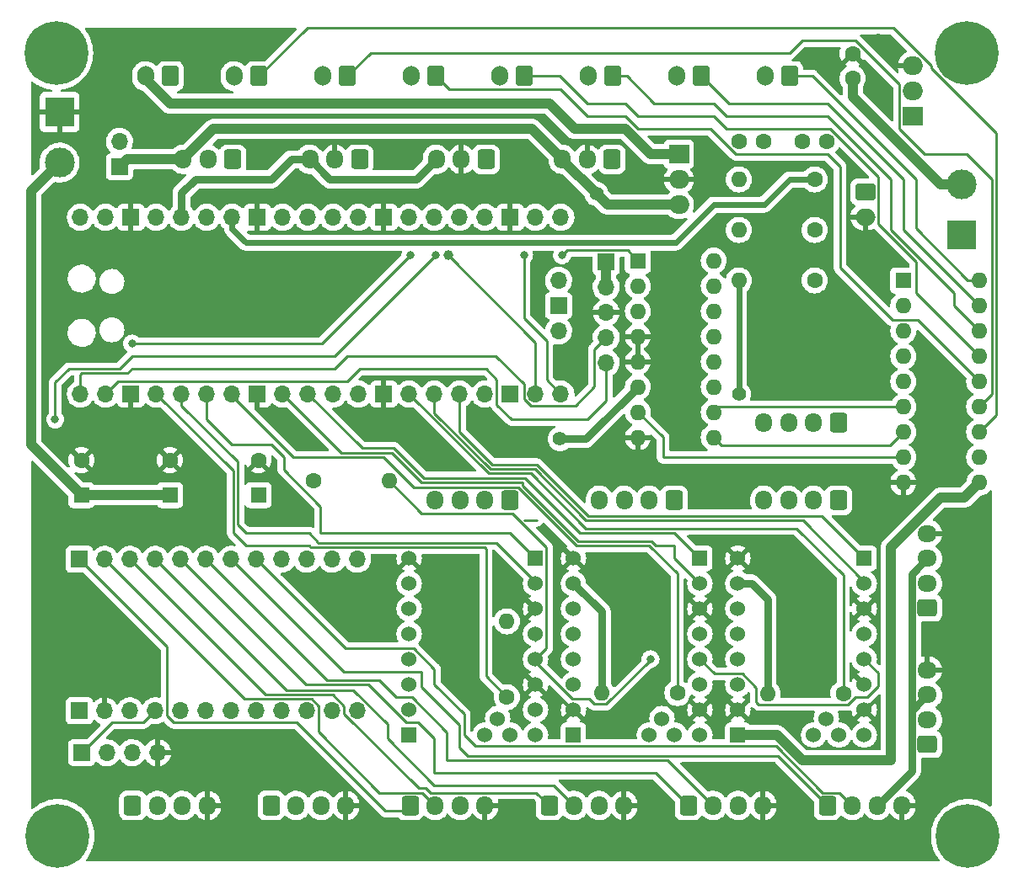
<source format=gbr>
%TF.GenerationSoftware,KiCad,Pcbnew,(6.0.4-0)*%
%TF.CreationDate,2022-08-15T16:31:54-05:00*%
%TF.ProjectId,owl-brd,6f776c2d-6272-4642-9e6b-696361645f70,v1.0*%
%TF.SameCoordinates,Original*%
%TF.FileFunction,Copper,L2,Bot*%
%TF.FilePolarity,Positive*%
%FSLAX46Y46*%
G04 Gerber Fmt 4.6, Leading zero omitted, Abs format (unit mm)*
G04 Created by KiCad (PCBNEW (6.0.4-0)) date 2022-08-15 16:31:54*
%MOMM*%
%LPD*%
G01*
G04 APERTURE LIST*
G04 Aperture macros list*
%AMRoundRect*
0 Rectangle with rounded corners*
0 $1 Rounding radius*
0 $2 $3 $4 $5 $6 $7 $8 $9 X,Y pos of 4 corners*
0 Add a 4 corners polygon primitive as box body*
4,1,4,$2,$3,$4,$5,$6,$7,$8,$9,$2,$3,0*
0 Add four circle primitives for the rounded corners*
1,1,$1+$1,$2,$3*
1,1,$1+$1,$4,$5*
1,1,$1+$1,$6,$7*
1,1,$1+$1,$8,$9*
0 Add four rect primitives between the rounded corners*
20,1,$1+$1,$2,$3,$4,$5,0*
20,1,$1+$1,$4,$5,$6,$7,0*
20,1,$1+$1,$6,$7,$8,$9,0*
20,1,$1+$1,$8,$9,$2,$3,0*%
G04 Aperture macros list end*
%TA.AperFunction,ComponentPad*%
%ADD10C,6.400000*%
%TD*%
%TA.AperFunction,ComponentPad*%
%ADD11C,0.800000*%
%TD*%
%TA.AperFunction,ComponentPad*%
%ADD12R,1.700000X1.700000*%
%TD*%
%TA.AperFunction,ComponentPad*%
%ADD13O,1.700000X1.700000*%
%TD*%
%TA.AperFunction,ComponentPad*%
%ADD14RoundRect,0.250000X-0.750000X0.600000X-0.750000X-0.600000X0.750000X-0.600000X0.750000X0.600000X0*%
%TD*%
%TA.AperFunction,ComponentPad*%
%ADD15O,2.000000X1.700000*%
%TD*%
%TA.AperFunction,ComponentPad*%
%ADD16R,2.000000X1.905000*%
%TD*%
%TA.AperFunction,ComponentPad*%
%ADD17O,2.000000X1.905000*%
%TD*%
%TA.AperFunction,ComponentPad*%
%ADD18O,1.600000X1.600000*%
%TD*%
%TA.AperFunction,ComponentPad*%
%ADD19R,1.600000X1.600000*%
%TD*%
%TA.AperFunction,ComponentPad*%
%ADD20C,1.600000*%
%TD*%
%TA.AperFunction,ComponentPad*%
%ADD21R,3.000000X3.000000*%
%TD*%
%TA.AperFunction,ComponentPad*%
%ADD22C,3.000000*%
%TD*%
%TA.AperFunction,ComponentPad*%
%ADD23RoundRect,0.250000X-0.600000X-0.725000X0.600000X-0.725000X0.600000X0.725000X-0.600000X0.725000X0*%
%TD*%
%TA.AperFunction,ComponentPad*%
%ADD24O,1.700000X1.950000*%
%TD*%
%TA.AperFunction,ComponentPad*%
%ADD25RoundRect,0.250000X0.600000X0.725000X-0.600000X0.725000X-0.600000X-0.725000X0.600000X-0.725000X0*%
%TD*%
%TA.AperFunction,ComponentPad*%
%ADD26O,1.700000X2.000000*%
%TD*%
%TA.AperFunction,ComponentPad*%
%ADD27RoundRect,0.250000X0.600000X0.750000X-0.600000X0.750000X-0.600000X-0.750000X0.600000X-0.750000X0*%
%TD*%
%TA.AperFunction,ComponentPad*%
%ADD28R,1.524000X1.524000*%
%TD*%
%TA.AperFunction,ComponentPad*%
%ADD29C,1.524000*%
%TD*%
%TA.AperFunction,ComponentPad*%
%ADD30RoundRect,0.250000X0.725000X-0.600000X0.725000X0.600000X-0.725000X0.600000X-0.725000X-0.600000X0*%
%TD*%
%TA.AperFunction,ComponentPad*%
%ADD31O,1.950000X1.700000*%
%TD*%
%TA.AperFunction,ViaPad*%
%ADD32C,0.800000*%
%TD*%
%TA.AperFunction,ViaPad*%
%ADD33C,1.400000*%
%TD*%
%TA.AperFunction,ViaPad*%
%ADD34C,1.000000*%
%TD*%
%TA.AperFunction,Conductor*%
%ADD35C,0.250000*%
%TD*%
%TA.AperFunction,Conductor*%
%ADD36C,1.000000*%
%TD*%
%TA.AperFunction,Conductor*%
%ADD37C,0.800000*%
%TD*%
%TA.AperFunction,Conductor*%
%ADD38C,0.600000*%
%TD*%
G04 APERTURE END LIST*
D10*
%TO.P,,1*%
%TO.N,N/C*%
X108090000Y-96520000D03*
%TD*%
D11*
%TO.P,REF\u002A\u002A,1*%
%TO.N,N/C*%
X106392944Y-94822944D03*
X109787056Y-98217056D03*
X108090000Y-98920000D03*
X106392944Y-98217056D03*
D10*
X108090000Y-96520000D03*
D11*
X105690000Y-96520000D03*
X108090000Y-94120000D03*
X110490000Y-96520000D03*
X109787056Y-94822944D03*
%TD*%
D10*
%TO.P,,1*%
%TO.N,N/C*%
X16650000Y-96520000D03*
%TD*%
D11*
%TO.P,REF\u002A\u002A,1*%
%TO.N,N/C*%
X14952944Y-94822944D03*
X18347056Y-98217056D03*
X16650000Y-98920000D03*
X14952944Y-98217056D03*
D10*
X16650000Y-96520000D03*
D11*
X14250000Y-96520000D03*
X16650000Y-94120000D03*
X19050000Y-96520000D03*
X18347056Y-94822944D03*
%TD*%
%TO.P,REF\u002A\u002A,1*%
%TO.N,N/C*%
X16510000Y-15380000D03*
X18207056Y-19477056D03*
X18207056Y-16082944D03*
X18910000Y-17780000D03*
D10*
X16510000Y-17780000D03*
D11*
X16510000Y-20180000D03*
X14812944Y-16082944D03*
X14812944Y-19477056D03*
X14110000Y-17780000D03*
%TD*%
%TO.P,REF\u002A\u002A,1*%
%TO.N,N/C*%
X107950000Y-15380000D03*
X109647056Y-19477056D03*
X109647056Y-16082944D03*
X110350000Y-17780000D03*
D10*
X107950000Y-17780000D03*
D11*
X107950000Y-20180000D03*
X106252944Y-16082944D03*
X106252944Y-19477056D03*
X105550000Y-17780000D03*
%TD*%
D12*
%TO.P,J30,1,Pin_1*%
%TO.N,+5V*%
X71757152Y-38776266D03*
D13*
%TO.P,J30,2,Pin_2*%
X71757152Y-41316266D03*
%TO.P,J30,3,Pin_3*%
%TO.N,GND*%
X71757152Y-43856266D03*
%TO.P,J30,4,Pin_4*%
%TO.N,RX*%
X71757152Y-46396266D03*
%TO.P,J30,5,Pin_5*%
%TO.N,TX*%
X71757152Y-48936266D03*
%TD*%
D14*
%TO.P,J28,1,Pin_1*%
%TO.N,Net-(J28-Pad1)*%
X97790000Y-31750000D03*
D15*
%TO.P,J28,2,Pin_2*%
%TO.N,GND*%
X97790000Y-34250000D03*
%TD*%
D16*
%TO.P,U2,1,IN*%
%TO.N,+24V*%
X79065000Y-27940000D03*
D17*
%TO.P,U2,2,GND*%
%TO.N,GND*%
X79065000Y-30480000D03*
%TO.P,U2,3,OUT*%
%TO.N,+5V*%
X79065000Y-33020000D03*
%TD*%
D16*
%TO.P,Q9,1,G*%
%TO.N,HEATER*%
X102545000Y-24130000D03*
D17*
%TO.P,Q9,2,D*%
%TO.N,Net-(Q9-Pad2)*%
X102545000Y-21590000D03*
%TO.P,Q9,3,S*%
%TO.N,GND*%
X102545000Y-19050000D03*
%TD*%
D18*
%TO.P,U8,18,O1*%
%TO.N,Net-(U8-Pad18)*%
X109230000Y-40650000D03*
%TO.P,U8,17,O2*%
%TO.N,Net-(J16-Pad1)*%
X109230000Y-43190000D03*
%TO.P,U8,16,O3*%
%TO.N,Net-(J17-Pad1)*%
X109230000Y-45730000D03*
%TO.P,U8,15,O4*%
%TO.N,Net-(J18-Pad1)*%
X109230000Y-48270000D03*
%TO.P,U8,14,O5*%
%TO.N,Net-(J19-Pad1)*%
X109230000Y-50810000D03*
%TO.P,U8,13,O6*%
%TO.N,Net-(J20-Pad1)*%
X109230000Y-53350000D03*
%TO.P,U8,12,O7*%
%TO.N,Net-(J21-Pad1)*%
X109230000Y-55890000D03*
%TO.P,U8,11,O8*%
%TO.N,Net-(U8-Pad11)*%
X109230000Y-58430000D03*
%TO.P,U8,10,COM*%
%TO.N,+24V*%
X109230000Y-60970000D03*
%TO.P,U8,9,GND*%
%TO.N,GND*%
X101610000Y-60970000D03*
%TO.P,U8,8,I8*%
%TO.N,Net-(U7-Pad7)*%
X101610000Y-58430000D03*
%TO.P,U8,7,I7*%
%TO.N,Net-(U7-Pad9)*%
X101610000Y-55890000D03*
%TO.P,U8,6,I6*%
%TO.N,Net-(U7-Pad10)*%
X101610000Y-53350000D03*
%TO.P,U8,5,I5*%
%TO.N,Net-(U7-Pad11)*%
X101610000Y-50810000D03*
%TO.P,U8,4,I4*%
%TO.N,Net-(U7-Pad12)*%
X101610000Y-48270000D03*
%TO.P,U8,3,I3*%
%TO.N,Net-(U7-Pad13)*%
X101610000Y-45730000D03*
%TO.P,U8,2,I2*%
%TO.N,Net-(U7-Pad14)*%
X101610000Y-43190000D03*
D19*
%TO.P,U8,1,I1*%
%TO.N,Net-(U7-Pad15)*%
X101610000Y-40650000D03*
%TD*%
D20*
%TO.P,R7,1*%
%TO.N,THRM*%
X92710000Y-30480000D03*
D18*
%TO.P,R7,2*%
%TO.N,Net-(D1-Pad3)*%
X85090000Y-30480000D03*
%TD*%
D20*
%TO.P,R6,1*%
%TO.N,Net-(J28-Pad1)*%
X92710000Y-35560000D03*
D18*
%TO.P,R6,2*%
%TO.N,Net-(D1-Pad3)*%
X85090000Y-35560000D03*
%TD*%
D20*
%TO.P,R5,1*%
%TO.N,Net-(J28-Pad1)*%
X92710000Y-40640000D03*
D18*
%TO.P,R5,2*%
%TO.N,ADC_VREF*%
X85090000Y-40640000D03*
%TD*%
D20*
%TO.P,R4,1*%
%TO.N,G_EN*%
X61777090Y-82550000D03*
D18*
%TO.P,R4,2*%
%TO.N,+3V3*%
X61777090Y-74930000D03*
%TD*%
D20*
%TO.P,R3,1*%
%TO.N,S_EN*%
X78920883Y-82127586D03*
D18*
%TO.P,R3,2*%
%TO.N,+3V3*%
X71300883Y-82127586D03*
%TD*%
D20*
%TO.P,R2,1*%
%TO.N,R_EN*%
X95586802Y-82167602D03*
D18*
%TO.P,R2,2*%
%TO.N,+3V3*%
X87966802Y-82167602D03*
%TD*%
D20*
%TO.P,R1,1*%
%TO.N,Net-(R1-Pad1)*%
X42338995Y-60784772D03*
D18*
%TO.P,R1,2*%
%TO.N,UART*%
X49958995Y-60784772D03*
%TD*%
D12*
%TO.P,J29,1,Pin_1*%
%TO.N,+5V*%
X22860000Y-29210000D03*
D13*
%TO.P,J29,2,Pin_2*%
%TO.N,Net-(U1-Pad39)*%
X22860000Y-26670000D03*
%TD*%
D21*
%TO.P,J27,1,Pin_1*%
%TO.N,Net-(Q9-Pad2)*%
X107465108Y-36071144D03*
D22*
%TO.P,J27,2,Pin_2*%
%TO.N,+24V*%
X107465108Y-30991144D03*
%TD*%
D20*
%TO.P,C6,1*%
%TO.N,GND*%
X91440000Y-26670000D03*
%TO.P,C6,2*%
%TO.N,THRM*%
X93940000Y-26670000D03*
%TD*%
D19*
%TO.P,U7,1,A0*%
%TO.N,CLTCH_A0*%
X74940000Y-38647160D03*
D18*
%TO.P,U7,2,A1*%
%TO.N,CLTCH_A1*%
X74940000Y-41187160D03*
%TO.P,U7,3,A2*%
%TO.N,CLTCH_A2*%
X74940000Y-43727160D03*
%TO.P,U7,4,~{LE}*%
%TO.N,GND*%
X74940000Y-46267160D03*
%TO.P,U7,5,~{E1}*%
X74940000Y-48807160D03*
%TO.P,U7,6,E2*%
%TO.N,+3V3*%
X74940000Y-51347160D03*
%TO.P,U7,7,Y7*%
%TO.N,Net-(U7-Pad7)*%
X74940000Y-53887160D03*
%TO.P,U7,8,GND*%
%TO.N,GND*%
X74940000Y-56427160D03*
%TO.P,U7,9,Y6*%
%TO.N,Net-(U7-Pad9)*%
X82560000Y-56427160D03*
%TO.P,U7,10,Y5*%
%TO.N,Net-(U7-Pad10)*%
X82560000Y-53887160D03*
%TO.P,U7,11,Y4*%
%TO.N,Net-(U7-Pad11)*%
X82560000Y-51347160D03*
%TO.P,U7,12,Y3*%
%TO.N,Net-(U7-Pad12)*%
X82560000Y-48807160D03*
%TO.P,U7,13,Y2*%
%TO.N,Net-(U7-Pad13)*%
X82560000Y-46267160D03*
%TO.P,U7,14,Y1*%
%TO.N,Net-(U7-Pad14)*%
X82560000Y-43727160D03*
%TO.P,U7,15,Y0*%
%TO.N,Net-(U7-Pad15)*%
X82560000Y-41187160D03*
%TO.P,U7,16,VCC*%
%TO.N,+3V3*%
X82560000Y-38647160D03*
%TD*%
D23*
%TO.P,J10,1,Pin_1*%
%TO.N,Net-(J10-Pad1)*%
X80010000Y-93455000D03*
D24*
%TO.P,J10,2,Pin_2*%
%TO.N,Net-(J10-Pad2)*%
X82510000Y-93455000D03*
%TO.P,J10,3,Pin_3*%
%TO.N,+3V3*%
X85010000Y-93455000D03*
%TO.P,J10,4,Pin_4*%
%TO.N,GND*%
X87510000Y-93455000D03*
%TD*%
D25*
%TO.P,J4,1,Pin_1*%
%TO.N,Net-(J4-Pad1)*%
X62062363Y-62755000D03*
D24*
%TO.P,J4,2,Pin_2*%
%TO.N,Net-(J4-Pad2)*%
X59562363Y-62755000D03*
%TO.P,J4,3,Pin_3*%
%TO.N,Net-(J4-Pad3)*%
X57062363Y-62755000D03*
%TO.P,J4,4,Pin_4*%
%TO.N,Net-(J4-Pad4)*%
X54562363Y-62755000D03*
%TD*%
D25*
%TO.P,J26,1,Pin_1*%
%TO.N,NEOPIXEL*%
X72350000Y-28465000D03*
D24*
%TO.P,J26,2,Pin_2*%
%TO.N,GND*%
X69850000Y-28465000D03*
%TO.P,J26,3,Pin_3*%
%TO.N,+5V*%
X67350000Y-28465000D03*
%TD*%
D26*
%TO.P,J17,2,Pin_2*%
%TO.N,+24V*%
X69930000Y-20100000D03*
D27*
%TO.P,J17,1,Pin_1*%
%TO.N,Net-(J17-Pad1)*%
X72430000Y-20100000D03*
%TD*%
D20*
%TO.P,C1,1*%
%TO.N,+24V*%
X96520000Y-20320000D03*
%TO.P,C1,2*%
%TO.N,GND*%
X96520000Y-17820000D03*
%TD*%
D23*
%TO.P,J6,1,Pin_1*%
%TO.N,Net-(J6-Pad1)*%
X38100000Y-93455000D03*
D24*
%TO.P,J6,2,Pin_2*%
%TO.N,Net-(J6-Pad2)*%
X40600000Y-93455000D03*
%TO.P,J6,3,Pin_3*%
%TO.N,+3V3*%
X43100000Y-93455000D03*
%TO.P,J6,4,Pin_4*%
%TO.N,GND*%
X45600000Y-93455000D03*
%TD*%
D19*
%TO.P,C3,1*%
%TO.N,+24V*%
X36830000Y-62230000D03*
D20*
%TO.P,C3,2*%
%TO.N,GND*%
X36830000Y-58730000D03*
%TD*%
D28*
%TO.P,U4,JP1_1,DIR*%
%TO.N,G_DIR*%
X64662363Y-68580000D03*
D29*
%TO.P,U4,JP1_2,STEP*%
%TO.N,G_STEP*%
X64662363Y-71120000D03*
%TO.P,U4,JP1_3,CLK*%
%TO.N,GND*%
X64662363Y-73660000D03*
%TO.P,U4,JP1_4,PDN/UART1*%
%TO.N,unconnected-(U4-PadJP1_4)*%
X64662363Y-76200000D03*
%TO.P,U4,JP1_5,PDN/UART2*%
%TO.N,UART*%
X64662363Y-78740000D03*
%TO.P,U4,JP1_6,MS2*%
%TO.N,GND*%
X64662363Y-81280000D03*
%TO.P,U4,JP1_7,MS1*%
%TO.N,+3V3*%
X64662363Y-83820000D03*
%TO.P,U4,JP1_8,EN*%
%TO.N,G_EN*%
X64662363Y-86360000D03*
D28*
%TO.P,U4,JP2_1,VM*%
%TO.N,+24V*%
X51962363Y-86360000D03*
D29*
%TO.P,U4,JP2_2,GND*%
%TO.N,GND*%
X51962363Y-83820000D03*
%TO.P,U4,JP2_3,OA2*%
%TO.N,Net-(J4-Pad1)*%
X51962363Y-81280000D03*
%TO.P,U4,JP2_4,OA1*%
%TO.N,Net-(J4-Pad2)*%
X51962363Y-78740000D03*
%TO.P,U4,JP2_5,OB1*%
%TO.N,Net-(J4-Pad3)*%
X51962363Y-76200000D03*
%TO.P,U4,JP2_6,OB2*%
%TO.N,Net-(J4-Pad4)*%
X51962363Y-73660000D03*
%TO.P,U4,JP2_7,VIO*%
%TO.N,+3V3*%
X51962363Y-71120000D03*
%TO.P,U4,JP2_8,GND*%
%TO.N,GND*%
X51962363Y-68580000D03*
%TO.P,U4,JP3_1,DIAG*%
%TO.N,unconnected-(U4-PadJP3_1)*%
X60852363Y-84709000D03*
%TO.P,U4,JP4_1,INDEX*%
%TO.N,unconnected-(U4-PadJP4_1)*%
X59582363Y-86360000D03*
%TO.P,U4,JP5_1,VREF*%
%TO.N,unconnected-(U4-PadJP5_1)*%
X62122363Y-86360000D03*
%TD*%
D25*
%TO.P,J2,1,Pin_1*%
%TO.N,Net-(J1-Pad1)*%
X95082363Y-62755000D03*
D24*
%TO.P,J2,2,Pin_2*%
%TO.N,Net-(J1-Pad2)*%
X92582363Y-62755000D03*
%TO.P,J2,3,Pin_3*%
%TO.N,Net-(J1-Pad3)*%
X90082363Y-62755000D03*
%TO.P,J2,4,Pin_4*%
%TO.N,Net-(J1-Pad4)*%
X87582363Y-62755000D03*
%TD*%
D25*
%TO.P,J25,1,Pin_1*%
%TO.N,SERVO*%
X34250000Y-28465000D03*
D24*
%TO.P,J25,2,Pin_2*%
%TO.N,GND*%
X31750000Y-28465000D03*
%TO.P,J25,3,Pin_3*%
%TO.N,+5V*%
X29250000Y-28465000D03*
%TD*%
D23*
%TO.P,J5,1,Pin_1*%
%TO.N,Net-(J5-Pad1)*%
X24190000Y-93455000D03*
D24*
%TO.P,J5,2,Pin_2*%
%TO.N,Net-(J5-Pad2)*%
X26690000Y-93455000D03*
%TO.P,J5,3,Pin_3*%
%TO.N,+3V3*%
X29190000Y-93455000D03*
%TO.P,J5,4,Pin_4*%
%TO.N,GND*%
X31690000Y-93455000D03*
%TD*%
D19*
%TO.P,C5,1*%
%TO.N,+24V*%
X19050000Y-62230000D03*
D20*
%TO.P,C5,2*%
%TO.N,GND*%
X19050000Y-58730000D03*
%TD*%
D25*
%TO.P,J1,1,Pin_1*%
%TO.N,Net-(J1-Pad1)*%
X95082363Y-54955000D03*
D24*
%TO.P,J1,2,Pin_2*%
%TO.N,Net-(J1-Pad2)*%
X92582363Y-54955000D03*
%TO.P,J1,3,Pin_3*%
%TO.N,Net-(J1-Pad3)*%
X90082363Y-54955000D03*
%TO.P,J1,4,Pin_4*%
%TO.N,Net-(J1-Pad4)*%
X87582363Y-54955000D03*
%TD*%
D30*
%TO.P,J7,1,Pin_1*%
%TO.N,Net-(J7-Pad1)*%
X104032363Y-73600000D03*
D31*
%TO.P,J7,2,Pin_2*%
%TO.N,Net-(J7-Pad2)*%
X104032363Y-71100000D03*
%TO.P,J7,3,Pin_3*%
%TO.N,+3V3*%
X104032363Y-68600000D03*
%TO.P,J7,4,Pin_4*%
%TO.N,GND*%
X104032363Y-66100000D03*
%TD*%
D19*
%TO.P,C4,1*%
%TO.N,+24V*%
X27940000Y-62230000D03*
D20*
%TO.P,C4,2*%
%TO.N,GND*%
X27940000Y-58730000D03*
%TD*%
D26*
%TO.P,J16,2,Pin_2*%
%TO.N,+24V*%
X78820000Y-20100000D03*
D27*
%TO.P,J16,1,Pin_1*%
%TO.N,Net-(J16-Pad1)*%
X81320000Y-20100000D03*
%TD*%
D20*
%TO.P,C2,1*%
%TO.N,+5V*%
X85090000Y-26670000D03*
%TO.P,C2,2*%
%TO.N,GND*%
X87590000Y-26670000D03*
%TD*%
D26*
%TO.P,J20,2,Pin_2*%
%TO.N,+24V*%
X43260000Y-20100000D03*
D27*
%TO.P,J20,1,Pin_1*%
%TO.N,Net-(J20-Pad1)*%
X45760000Y-20100000D03*
%TD*%
D23*
%TO.P,J11,1,Pin_1*%
%TO.N,Net-(J11-Pad1)*%
X66040000Y-93455000D03*
D24*
%TO.P,J11,2,Pin_2*%
%TO.N,Net-(J11-Pad2)*%
X68540000Y-93455000D03*
%TO.P,J11,3,Pin_3*%
%TO.N,+3V3*%
X71040000Y-93455000D03*
%TO.P,J11,4,Pin_4*%
%TO.N,GND*%
X73540000Y-93455000D03*
%TD*%
D27*
%TO.P,J15,1,Pin_1*%
%TO.N,Net-(U8-Pad18)*%
X90210000Y-20100000D03*
D26*
%TO.P,J15,2,Pin_2*%
%TO.N,+24V*%
X87710000Y-20100000D03*
%TD*%
D23*
%TO.P,J9,1,Pin_1*%
%TO.N,Net-(J9-Pad1)*%
X93980000Y-93455000D03*
D24*
%TO.P,J9,2,Pin_2*%
%TO.N,Net-(J9-Pad2)*%
X96480000Y-93455000D03*
%TO.P,J9,3,Pin_3*%
%TO.N,+3V3*%
X98980000Y-93455000D03*
%TO.P,J9,4,Pin_4*%
%TO.N,GND*%
X101480000Y-93455000D03*
%TD*%
D26*
%TO.P,J18,2,Pin_2*%
%TO.N,+24V*%
X61040000Y-20100000D03*
D27*
%TO.P,J18,1,Pin_1*%
%TO.N,Net-(J18-Pad1)*%
X63540000Y-20100000D03*
%TD*%
D26*
%TO.P,J19,2,Pin_2*%
%TO.N,+24V*%
X52150000Y-20100000D03*
D27*
%TO.P,J19,1,Pin_1*%
%TO.N,Net-(J19-Pad1)*%
X54650000Y-20100000D03*
%TD*%
D25*
%TO.P,J24,1,Pin_1*%
%TO.N,ENDSTOP*%
X59690000Y-28465000D03*
D24*
%TO.P,J24,2,Pin_2*%
%TO.N,GND*%
X57190000Y-28465000D03*
%TO.P,J24,3,Pin_3*%
%TO.N,+3V3*%
X54690000Y-28465000D03*
%TD*%
D30*
%TO.P,J8,1,Pin_1*%
%TO.N,Net-(J8-Pad1)*%
X104027939Y-87319486D03*
D31*
%TO.P,J8,2,Pin_2*%
%TO.N,Net-(J8-Pad2)*%
X104027939Y-84819486D03*
%TO.P,J8,3,Pin_3*%
%TO.N,+3V3*%
X104027939Y-82319486D03*
%TO.P,J8,4,Pin_4*%
%TO.N,GND*%
X104027939Y-79819486D03*
%TD*%
D13*
%TO.P,U6,1,A0*%
%TO.N,unconnected-(U6-Pad1)*%
X31537363Y-83925000D03*
%TO.P,U6,2,A1*%
%TO.N,unconnected-(U6-Pad2)*%
X34077363Y-83925000D03*
%TO.P,U6,3,~{RESET}*%
%TO.N,unconnected-(U6-Pad3)*%
X28997363Y-83925000D03*
%TO.P,U6,4,SD0*%
%TO.N,Net-(J5-Pad2)*%
X39157363Y-83925000D03*
%TO.P,U6,5,SC0*%
%TO.N,Net-(J5-Pad1)*%
X41697363Y-83925000D03*
%TO.P,U6,6,SD1*%
%TO.N,Net-(J6-Pad2)*%
X44237363Y-83925000D03*
%TO.P,U6,7,SC1*%
%TO.N,Net-(J6-Pad1)*%
X46777363Y-83925000D03*
%TO.P,U6,8,SD2*%
%TO.N,Net-(J7-Pad2)*%
X46777363Y-68685000D03*
%TO.P,U6,9,SC2*%
%TO.N,Net-(J7-Pad1)*%
X44237363Y-68685000D03*
%TO.P,U6,10,SD3*%
%TO.N,Net-(J8-Pad2)*%
X41697363Y-68685000D03*
%TO.P,U6,11,SC3*%
%TO.N,Net-(J8-Pad1)*%
X39157363Y-68685000D03*
%TO.P,U6,12,GND*%
%TO.N,GND*%
X21377363Y-83925000D03*
%TO.P,U6,13,SD4*%
%TO.N,Net-(J9-Pad2)*%
X36617363Y-68685000D03*
%TO.P,U6,14,SC4*%
%TO.N,Net-(J9-Pad1)*%
X34077363Y-68685000D03*
%TO.P,U6,15,SD5*%
%TO.N,Net-(J10-Pad2)*%
X31537363Y-68685000D03*
%TO.P,U6,16,SC5*%
%TO.N,Net-(J10-Pad1)*%
X28997363Y-68685000D03*
%TO.P,U6,17,SD6*%
%TO.N,Net-(J11-Pad2)*%
X26457363Y-68685000D03*
%TO.P,U6,18,SC6*%
%TO.N,Net-(J11-Pad1)*%
X23917363Y-68685000D03*
%TO.P,U6,19,SD7*%
%TO.N,Net-(J12-Pad2)*%
X21377363Y-68685000D03*
D12*
%TO.P,U6,20,SC7*%
%TO.N,Net-(J12-Pad1)*%
X18837363Y-68685000D03*
D13*
%TO.P,U6,21,A2*%
%TO.N,unconnected-(U6-Pad21)*%
X36617363Y-83925000D03*
%TO.P,U6,22,SCL*%
%TO.N,SCL*%
X26457363Y-83925000D03*
%TO.P,U6,23,SDA*%
%TO.N,SDA*%
X23917363Y-83925000D03*
D12*
%TO.P,U6,24,VCC*%
%TO.N,+3V3*%
X18837363Y-83925000D03*
%TD*%
D13*
%TO.P,U1,1,GPIO0*%
%TO.N,RX*%
X18942363Y-52070000D03*
%TO.P,U1,2,GPIO1*%
%TO.N,TX*%
X21482363Y-52070000D03*
D12*
%TO.P,U1,3,GND*%
%TO.N,GND*%
X24022363Y-52070000D03*
D13*
%TO.P,U1,4,GPIO2*%
%TO.N,G_EN*%
X26562363Y-52070000D03*
%TO.P,U1,5,GPIO3*%
%TO.N,G_STEP*%
X29102363Y-52070000D03*
%TO.P,U1,6,GPIO4*%
%TO.N,G_DIR*%
X31642363Y-52070000D03*
%TO.P,U1,7,GPIO5*%
%TO.N,S_EN*%
X34182363Y-52070000D03*
D12*
%TO.P,U1,8,GND*%
%TO.N,GND*%
X36722363Y-52070000D03*
D13*
%TO.P,U1,9,GPIO6*%
%TO.N,S_STEP*%
X39262363Y-52070000D03*
%TO.P,U1,10,GPIO7*%
%TO.N,S_DIR*%
X41802363Y-52070000D03*
%TO.P,U1,11,GPIO8*%
%TO.N,Net-(R1-Pad1)*%
X44342363Y-52070000D03*
%TO.P,U1,12,GPIO9*%
%TO.N,UART*%
X46882363Y-52070000D03*
D12*
%TO.P,U1,13,GND*%
%TO.N,GND*%
X49422363Y-52070000D03*
D13*
%TO.P,U1,14,GPIO10*%
%TO.N,R_EN*%
X51962363Y-52070000D03*
%TO.P,U1,15,GPIO11*%
%TO.N,R_STEP*%
X54502363Y-52070000D03*
%TO.P,U1,16,GPIO12*%
%TO.N,R_DIR*%
X57042363Y-52070000D03*
%TO.P,U1,17,GPIO13*%
%TO.N,unconnected-(U1-Pad17)*%
X59582363Y-52070000D03*
D12*
%TO.P,U1,18,GND*%
%TO.N,GND*%
X62122363Y-52070000D03*
D13*
%TO.P,U1,19,GPIO14*%
%TO.N,ENDSTOP*%
X64662363Y-52070000D03*
%TO.P,U1,20,GPIO15*%
%TO.N,NEOPIXEL*%
X67202363Y-52070000D03*
%TO.P,U1,21,GPIO16*%
%TO.N,CLTCH_A0*%
X67202363Y-34290000D03*
%TO.P,U1,22,GPIO17*%
%TO.N,CLTCH_A1*%
X64662363Y-34290000D03*
D12*
%TO.P,U1,23,GND*%
%TO.N,GND*%
X62122363Y-34290000D03*
D13*
%TO.P,U1,24,GPIO18*%
%TO.N,CLTCH_A2*%
X59582363Y-34290000D03*
%TO.P,U1,25,GPIO19*%
%TO.N,HEATER*%
X57042363Y-34290000D03*
%TO.P,U1,26,GPIO20*%
%TO.N,SDA*%
X54502363Y-34290000D03*
%TO.P,U1,27,GPIO21*%
%TO.N,SCL*%
X51962363Y-34290000D03*
D12*
%TO.P,U1,28,GND*%
%TO.N,GND*%
X49422363Y-34290000D03*
D13*
%TO.P,U1,29,GPIO22*%
%TO.N,unconnected-(U1-Pad29)*%
X46882363Y-34290000D03*
%TO.P,U1,30,RUN*%
%TO.N,unconnected-(U1-Pad30)*%
X44342363Y-34290000D03*
%TO.P,U1,31,GPIO26_ADC0*%
%TO.N,ENCDR*%
X41802363Y-34290000D03*
%TO.P,U1,32,GPIO27_ADC1*%
%TO.N,SERVO*%
X39262363Y-34290000D03*
D12*
%TO.P,U1,33,AGND*%
%TO.N,GND*%
X36722363Y-34290000D03*
D13*
%TO.P,U1,34,GPIO28_ADC2*%
%TO.N,THRM*%
X34182363Y-34290000D03*
%TO.P,U1,35,ADC_VREF*%
%TO.N,ADC_VREF*%
X31642363Y-34290000D03*
%TO.P,U1,36,3V3*%
%TO.N,+3V3*%
X29102363Y-34290000D03*
%TO.P,U1,37,3V3_EN*%
%TO.N,unconnected-(U1-Pad37)*%
X26562363Y-34290000D03*
D12*
%TO.P,U1,38,GND*%
%TO.N,GND*%
X24022363Y-34290000D03*
D13*
%TO.P,U1,39,VSYS*%
%TO.N,Net-(U1-Pad39)*%
X21482363Y-34290000D03*
%TO.P,U1,40,VBUS*%
%TO.N,unconnected-(U1-Pad40)*%
X18942363Y-34290000D03*
%TO.P,U1,41,SWCLK*%
%TO.N,unconnected-(U1-Pad41)*%
X66972363Y-45720000D03*
D12*
%TO.P,U1,42,GND*%
%TO.N,unconnected-(U1-Pad42)*%
X66972363Y-43180000D03*
D13*
%TO.P,U1,43,SWDIO*%
%TO.N,unconnected-(U1-Pad43)*%
X66972363Y-40640000D03*
%TD*%
D27*
%TO.P,J22,1,Pin_1*%
%TO.N,Net-(U8-Pad11)*%
X27980000Y-20100000D03*
D26*
%TO.P,J22,2,Pin_2*%
%TO.N,+24V*%
X25480000Y-20100000D03*
%TD*%
D12*
%TO.P,J14,1,Pin_1*%
%TO.N,SCL*%
X19060000Y-88140270D03*
D13*
%TO.P,J14,2,Pin_2*%
%TO.N,SDA*%
X21600000Y-88140270D03*
%TO.P,J14,3,Pin_3*%
%TO.N,+3V3*%
X24140000Y-88140270D03*
%TO.P,J14,4,Pin_4*%
%TO.N,GND*%
X26680000Y-88140270D03*
%TD*%
D25*
%TO.P,J23,1,Pin_1*%
%TO.N,ENCDR*%
X46990000Y-28465000D03*
D24*
%TO.P,J23,2,Pin_2*%
%TO.N,GND*%
X44490000Y-28465000D03*
%TO.P,J23,3,Pin_3*%
%TO.N,+3V3*%
X41990000Y-28465000D03*
%TD*%
D21*
%TO.P,J13,1,Pin_1*%
%TO.N,GND*%
X16839127Y-23707856D03*
D22*
%TO.P,J13,2,Pin_2*%
%TO.N,+24V*%
X16839127Y-28787856D03*
%TD*%
D23*
%TO.P,J12,1,Pin_1*%
%TO.N,Net-(J12-Pad1)*%
X52070000Y-93455000D03*
D24*
%TO.P,J12,2,Pin_2*%
%TO.N,Net-(J12-Pad2)*%
X54570000Y-93455000D03*
%TO.P,J12,3,Pin_3*%
%TO.N,+3V3*%
X57070000Y-93455000D03*
%TO.P,J12,4,Pin_4*%
%TO.N,GND*%
X59570000Y-93455000D03*
%TD*%
D25*
%TO.P,J3,1,Pin_1*%
%TO.N,Net-(J3-Pad1)*%
X78572363Y-62755000D03*
D24*
%TO.P,J3,2,Pin_2*%
%TO.N,Net-(J3-Pad2)*%
X76072363Y-62755000D03*
%TO.P,J3,3,Pin_3*%
%TO.N,Net-(J3-Pad3)*%
X73572363Y-62755000D03*
%TO.P,J3,4,Pin_4*%
%TO.N,Net-(J3-Pad4)*%
X71072363Y-62755000D03*
%TD*%
D28*
%TO.P,U3,JP1_1,DIR*%
%TO.N,R_DIR*%
X97682363Y-68580000D03*
D29*
%TO.P,U3,JP1_2,STEP*%
%TO.N,R_STEP*%
X97682363Y-71120000D03*
%TO.P,U3,JP1_3,CLK*%
%TO.N,GND*%
X97682363Y-73660000D03*
%TO.P,U3,JP1_4,PDN/UART1*%
%TO.N,unconnected-(U3-PadJP1_4)*%
X97682363Y-76200000D03*
%TO.P,U3,JP1_5,PDN/UART2*%
%TO.N,UART*%
X97682363Y-78740000D03*
%TO.P,U3,JP1_6,MS2*%
%TO.N,GND*%
X97682363Y-81280000D03*
%TO.P,U3,JP1_7,MS1*%
X97682363Y-83820000D03*
%TO.P,U3,JP1_8,EN*%
%TO.N,R_EN*%
X97682363Y-86360000D03*
D28*
%TO.P,U3,JP2_1,VM*%
%TO.N,+24V*%
X84982363Y-86360000D03*
D29*
%TO.P,U3,JP2_2,GND*%
%TO.N,GND*%
X84982363Y-83820000D03*
%TO.P,U3,JP2_3,OA2*%
%TO.N,Net-(J1-Pad1)*%
X84982363Y-81280000D03*
%TO.P,U3,JP2_4,OA1*%
%TO.N,Net-(J1-Pad2)*%
X84982363Y-78740000D03*
%TO.P,U3,JP2_5,OB1*%
%TO.N,Net-(J1-Pad3)*%
X84982363Y-76200000D03*
%TO.P,U3,JP2_6,OB2*%
%TO.N,Net-(J1-Pad4)*%
X84982363Y-73660000D03*
%TO.P,U3,JP2_7,VIO*%
%TO.N,+3V3*%
X84982363Y-71120000D03*
%TO.P,U3,JP2_8,GND*%
%TO.N,GND*%
X84982363Y-68580000D03*
%TO.P,U3,JP3_1,DIAG*%
%TO.N,unconnected-(U3-PadJP3_1)*%
X93872363Y-84709000D03*
%TO.P,U3,JP4_1,INDEX*%
%TO.N,unconnected-(U3-PadJP4_1)*%
X92602363Y-86360000D03*
%TO.P,U3,JP5_1,VREF*%
%TO.N,unconnected-(U3-PadJP5_1)*%
X95142363Y-86360000D03*
%TD*%
D26*
%TO.P,J21,2,Pin_2*%
%TO.N,+24V*%
X34370000Y-20100000D03*
D27*
%TO.P,J21,1,Pin_1*%
%TO.N,Net-(J21-Pad1)*%
X36870000Y-20100000D03*
%TD*%
D28*
%TO.P,U5,JP1_1,DIR*%
%TO.N,S_DIR*%
X81172363Y-68580000D03*
D29*
%TO.P,U5,JP1_2,STEP*%
%TO.N,S_STEP*%
X81172363Y-71120000D03*
%TO.P,U5,JP1_3,CLK*%
%TO.N,GND*%
X81172363Y-73660000D03*
%TO.P,U5,JP1_4,PDN/UART1*%
%TO.N,unconnected-(U5-PadJP1_4)*%
X81172363Y-76200000D03*
%TO.P,U5,JP1_5,PDN/UART2*%
%TO.N,UART*%
X81172363Y-78740000D03*
%TO.P,U5,JP1_6,MS2*%
%TO.N,+3V3*%
X81172363Y-81280000D03*
%TO.P,U5,JP1_7,MS1*%
%TO.N,GND*%
X81172363Y-83820000D03*
%TO.P,U5,JP1_8,EN*%
%TO.N,S_EN*%
X81172363Y-86360000D03*
D28*
%TO.P,U5,JP2_1,VM*%
%TO.N,+24V*%
X68472363Y-86360000D03*
D29*
%TO.P,U5,JP2_2,GND*%
%TO.N,GND*%
X68472363Y-83820000D03*
%TO.P,U5,JP2_3,OA2*%
%TO.N,Net-(J3-Pad1)*%
X68472363Y-81280000D03*
%TO.P,U5,JP2_4,OA1*%
%TO.N,Net-(J3-Pad2)*%
X68472363Y-78740000D03*
%TO.P,U5,JP2_5,OB1*%
%TO.N,Net-(J3-Pad3)*%
X68472363Y-76200000D03*
%TO.P,U5,JP2_6,OB2*%
%TO.N,Net-(J3-Pad4)*%
X68472363Y-73660000D03*
%TO.P,U5,JP2_7,VIO*%
%TO.N,+3V3*%
X68472363Y-71120000D03*
%TO.P,U5,JP2_8,GND*%
%TO.N,GND*%
X68472363Y-68580000D03*
%TO.P,U5,JP3_1,DIAG*%
%TO.N,unconnected-(U5-PadJP3_1)*%
X77362363Y-84709000D03*
%TO.P,U5,JP4_1,INDEX*%
%TO.N,unconnected-(U5-PadJP4_1)*%
X76092363Y-86360000D03*
%TO.P,U5,JP5_1,VREF*%
%TO.N,unconnected-(U5-PadJP5_1)*%
X78632363Y-86360000D03*
%TD*%
D32*
%TO.N,CLTCH_A0*%
X67310000Y-38100000D03*
D33*
%TO.N,+5V*%
X70774614Y-31925381D03*
%TO.N,GND*%
X58420000Y-82550000D03*
X99060000Y-16510000D03*
%TO.N,+3V3*%
X67110852Y-56589737D03*
%TO.N,ADC_VREF*%
X85090000Y-52070000D03*
D32*
%TO.N,NEOPIXEL*%
X63500000Y-38100000D03*
%TO.N,SCL*%
X24130000Y-46990000D03*
%TO.N,SDA*%
X16402363Y-54610000D03*
X54610000Y-38100000D03*
%TO.N,SCL*%
X52070000Y-38100000D03*
D34*
%TO.N,ENDSTOP*%
X55880000Y-38100000D03*
D32*
%TO.N,UART*%
X76200000Y-78740000D03*
%TD*%
D35*
%TO.N,Net-(J21-Pad1)*%
X110939520Y-54180480D02*
X110939520Y-25849520D01*
X104425489Y-19077010D02*
X104425489Y-19335489D01*
X100588479Y-15240000D02*
X104425489Y-19077010D01*
X104425489Y-19335489D02*
X110939520Y-25849520D01*
%TO.N,TX*%
X21482363Y-52070000D02*
X22752363Y-50800000D01*
X59690000Y-49530000D02*
X60756874Y-50596874D01*
X60756874Y-53136874D02*
X62230000Y-54610000D01*
X22752363Y-50800000D02*
X45720000Y-50800000D01*
X60756874Y-50596874D02*
X60756874Y-53136874D01*
X45720000Y-50800000D02*
X46990000Y-49530000D01*
X69850000Y-54610000D02*
X71757152Y-52702848D01*
X46990000Y-49530000D02*
X59690000Y-49530000D01*
X62230000Y-54610000D02*
X69850000Y-54610000D01*
X71757152Y-52702848D02*
X71757152Y-48936266D01*
%TO.N,RX*%
X71757152Y-46396266D02*
X70582641Y-47570777D01*
X70582641Y-47570777D02*
X70582641Y-51337359D01*
X70582641Y-51337359D02*
X68675489Y-53244511D01*
X68675489Y-53244511D02*
X64175864Y-53244511D01*
X64175864Y-53244511D02*
X63487852Y-52556499D01*
X44450000Y-49530000D02*
X24130000Y-49530000D01*
X63487852Y-52556499D02*
X63487852Y-51086467D01*
X63487852Y-51086467D02*
X60661385Y-48260000D01*
X60661385Y-48260000D02*
X45720000Y-48260000D01*
X45720000Y-48260000D02*
X44450000Y-49530000D01*
X23680480Y-49979520D02*
X19050000Y-49979520D01*
X24130000Y-49530000D02*
X23680480Y-49979520D01*
X19050000Y-49979520D02*
X18942363Y-50087157D01*
X18942363Y-50087157D02*
X18942363Y-52070000D01*
%TO.N,CLTCH_A0*%
X74940000Y-38647160D02*
X73894595Y-37601755D01*
X73894595Y-37601755D02*
X67808245Y-37601755D01*
X67808245Y-37601755D02*
X67310000Y-38100000D01*
D36*
%TO.N,+5V*%
X70774614Y-31925381D02*
X70810381Y-31925381D01*
X70810381Y-31925381D02*
X71905000Y-33020000D01*
X67350000Y-28465000D02*
X67350000Y-28500767D01*
X67350000Y-28500767D02*
X70774614Y-31925381D01*
X71757152Y-38776266D02*
X71757152Y-41316266D01*
D37*
%TO.N,+3V3*%
X74940000Y-51347160D02*
X69697423Y-56589737D01*
X69697423Y-56589737D02*
X67110852Y-56589737D01*
D35*
%TO.N,Net-(U7-Pad7)*%
X77470000Y-58420000D02*
X77470000Y-56417160D01*
X77470000Y-56417160D02*
X74940000Y-53887160D01*
%TO.N,Net-(U7-Pad10)*%
X82560000Y-53887160D02*
X83097160Y-53350000D01*
X83097160Y-53350000D02*
X101610000Y-53350000D01*
D38*
%TO.N,ADC_VREF*%
X85090000Y-52070000D02*
X85090000Y-40640000D01*
D35*
%TO.N,Net-(U7-Pad9)*%
X82560000Y-56427160D02*
X83359999Y-57227159D01*
X83359999Y-57227159D02*
X100272841Y-57227159D01*
X100272841Y-57227159D02*
X101610000Y-55890000D01*
%TO.N,Net-(J21-Pad1)*%
X109230000Y-55890000D02*
X110939520Y-54180480D01*
X100588479Y-15240000D02*
X41730000Y-15240000D01*
X41730000Y-15240000D02*
X36870000Y-20100000D01*
%TO.N,Net-(J20-Pad1)*%
X45760000Y-20100000D02*
X48080000Y-17780000D01*
X48080000Y-17780000D02*
X90170000Y-17780000D01*
X90170000Y-17780000D02*
X91440000Y-16510000D01*
X91440000Y-16510000D02*
X96800300Y-16510000D01*
X103753478Y-27940000D02*
X107950000Y-27940000D01*
X96800300Y-16510000D02*
X101220489Y-20930189D01*
X101220489Y-20930189D02*
X101220489Y-25407011D01*
X101220489Y-25407011D02*
X103753478Y-27940000D01*
X110490000Y-52090000D02*
X109230000Y-53350000D01*
X107950000Y-27940000D02*
X110490000Y-30480000D01*
X110490000Y-30480000D02*
X110490000Y-52090000D01*
%TO.N,Net-(J19-Pad1)*%
X54650000Y-20100000D02*
X55974520Y-21424520D01*
X73660000Y-24130000D02*
X74930000Y-25400000D01*
X95250000Y-39370000D02*
X100485489Y-44605489D01*
X55974520Y-21424520D02*
X67144520Y-21424520D01*
X67144520Y-21424520D02*
X69850000Y-24130000D01*
X69850000Y-24130000D02*
X73660000Y-24130000D01*
X74930000Y-25400000D02*
X82229700Y-25400000D01*
X82229700Y-25400000D02*
X84769700Y-27940000D01*
X84769700Y-27940000D02*
X93980000Y-27940000D01*
X93980000Y-27940000D02*
X95250000Y-29210000D01*
X95250000Y-29210000D02*
X95250000Y-39370000D01*
X100485489Y-44605489D02*
X103025489Y-44605489D01*
X103025489Y-44605489D02*
X109230000Y-50810000D01*
%TO.N,Net-(J18-Pad1)*%
X109230000Y-48270000D02*
X102870000Y-41910000D01*
X99114520Y-34980238D02*
X99114520Y-30254220D01*
X102870000Y-41910000D02*
X102870000Y-38735718D01*
X69850000Y-22860000D02*
X67090000Y-20100000D01*
X102870000Y-38735718D02*
X99114520Y-34980238D01*
X99114520Y-30254220D02*
X94260300Y-25400000D01*
X94260300Y-25400000D02*
X83820000Y-25400000D01*
X73660000Y-22860000D02*
X69850000Y-22860000D01*
X83820000Y-25400000D02*
X82550000Y-24130000D01*
X82550000Y-24130000D02*
X74930000Y-24130000D01*
X74930000Y-24130000D02*
X73660000Y-22860000D01*
X67090000Y-20100000D02*
X63540000Y-20100000D01*
%TO.N,Net-(J17-Pad1)*%
X106680000Y-41910000D02*
X106680000Y-43180000D01*
X83820000Y-24130000D02*
X93980000Y-24130000D01*
X76586522Y-22860000D02*
X82550000Y-22860000D01*
X100330000Y-30480000D02*
X100330000Y-35560000D01*
X73826522Y-20100000D02*
X76586522Y-22860000D01*
X82550000Y-22860000D02*
X83820000Y-24130000D01*
X100330000Y-35560000D02*
X106680000Y-41910000D01*
X72430000Y-20100000D02*
X73826522Y-20100000D01*
X93980000Y-24130000D02*
X100330000Y-30480000D01*
X106680000Y-43180000D02*
X109230000Y-45730000D01*
D36*
%TO.N,+24V*%
X79065000Y-27940000D02*
X76200000Y-27940000D01*
X68580000Y-25400000D02*
X66040000Y-22860000D01*
X27940000Y-22860000D02*
X25480000Y-20400000D01*
X76200000Y-27940000D02*
X73660000Y-25400000D01*
X73660000Y-25400000D02*
X68580000Y-25400000D01*
X66040000Y-22860000D02*
X27940000Y-22860000D01*
X25480000Y-20400000D02*
X25480000Y-20100000D01*
D35*
%TO.N,Net-(J16-Pad1)*%
X109230000Y-43190000D02*
X101600000Y-35560000D01*
X101600000Y-35560000D02*
X101600000Y-30480000D01*
X84080000Y-22860000D02*
X81320000Y-20100000D01*
X101600000Y-30480000D02*
X93980000Y-22860000D01*
X93980000Y-22860000D02*
X84080000Y-22860000D01*
%TO.N,Net-(U8-Pad18)*%
X90210000Y-20100000D02*
X92490000Y-20100000D01*
X102870000Y-35421370D02*
X108098630Y-40650000D01*
X92490000Y-20100000D02*
X102870000Y-30480000D01*
X102870000Y-30480000D02*
X102870000Y-35421370D01*
X108098630Y-40650000D02*
X109230000Y-40650000D01*
%TO.N,NEOPIXEL*%
X67202363Y-52070000D02*
X65797852Y-50665489D01*
X65797852Y-46747852D02*
X63500000Y-44450000D01*
X65797852Y-50665489D02*
X65797852Y-46747852D01*
X63500000Y-44450000D02*
X63500000Y-38100000D01*
%TO.N,SCL*%
X43180000Y-46990000D02*
X52070000Y-38100000D01*
X24130000Y-46990000D02*
X43180000Y-46990000D01*
%TO.N,SDA*%
X22860000Y-49530000D02*
X24130000Y-48260000D01*
X17780000Y-49530000D02*
X22860000Y-49530000D01*
X16402363Y-50907637D02*
X17780000Y-49530000D01*
X24130000Y-48260000D02*
X44450000Y-48260000D01*
X16402363Y-54610000D02*
X16402363Y-50907637D01*
X44450000Y-48260000D02*
X54610000Y-38100000D01*
%TO.N,Net-(U7-Pad7)*%
X77480000Y-58430000D02*
X77470000Y-58420000D01*
X101610000Y-58430000D02*
X77480000Y-58430000D01*
D37*
%TO.N,+3V3*%
X41990000Y-28465000D02*
X44005000Y-30480000D01*
X44005000Y-30480000D02*
X52675000Y-30480000D01*
X52675000Y-30480000D02*
X54690000Y-28465000D01*
X29102363Y-34290000D02*
X29102363Y-31857637D01*
X29102363Y-31857637D02*
X30480000Y-30480000D01*
X30480000Y-30480000D02*
X38100000Y-30480000D01*
X38100000Y-30480000D02*
X40115000Y-28465000D01*
X40115000Y-28465000D02*
X41990000Y-28465000D01*
D35*
%TO.N,UART*%
X64662363Y-78740000D02*
X65748874Y-77653489D01*
X65748874Y-77653489D02*
X65748874Y-67493489D01*
X64662363Y-79006560D02*
X68389292Y-82733489D01*
D36*
%TO.N,+5V*%
X67350000Y-28465000D02*
X64285000Y-25400000D01*
X64285000Y-25400000D02*
X32315000Y-25400000D01*
X32315000Y-25400000D02*
X29250000Y-28465000D01*
X29250000Y-28465000D02*
X23605000Y-28465000D01*
X23605000Y-28465000D02*
X22860000Y-29210000D01*
D35*
%TO.N,ENDSTOP*%
X55880000Y-38100000D02*
X64662363Y-46882363D01*
X64662363Y-46882363D02*
X64662363Y-52070000D01*
D36*
%TO.N,+24V*%
X78820000Y-27695000D02*
X79065000Y-27940000D01*
X96520000Y-20320000D02*
X96520000Y-22167356D01*
X96520000Y-22167356D02*
X105343788Y-30991144D01*
X105343788Y-30991144D02*
X107465108Y-30991144D01*
%TO.N,+5V*%
X79065000Y-33020000D02*
X71905000Y-33020000D01*
D38*
%TO.N,THRM*%
X92710000Y-30480000D02*
X90170000Y-30480000D01*
X90170000Y-30480000D02*
X87630000Y-33020000D01*
X82550000Y-33020000D02*
X78740000Y-36830000D01*
X87630000Y-33020000D02*
X82550000Y-33020000D01*
X78740000Y-36830000D02*
X35560000Y-36830000D01*
X35560000Y-36830000D02*
X34182363Y-35452363D01*
X34182363Y-35452363D02*
X34182363Y-34290000D01*
D36*
%TO.N,+24V*%
X107730489Y-62469511D02*
X105346500Y-62469511D01*
X105346500Y-62469511D02*
X100330000Y-67486011D01*
X100330000Y-67486011D02*
X100330000Y-88900000D01*
X107730489Y-62469511D02*
X109230000Y-60970000D01*
D37*
%TO.N,+3V3*%
X102453419Y-83894006D02*
X102453419Y-70178944D01*
X102453419Y-70178944D02*
X104032363Y-68600000D01*
X98980000Y-93455000D02*
X102453419Y-89981581D01*
X102453419Y-89981581D02*
X102453419Y-83894006D01*
X102453419Y-83894006D02*
X104027939Y-82319486D01*
D35*
%TO.N,Net-(J9-Pad2)*%
X36617363Y-68685000D02*
X45585852Y-77653489D01*
X45585852Y-77653489D02*
X52412412Y-77653489D01*
X52412412Y-77653489D02*
X54502363Y-79743440D01*
X58578394Y-87446511D02*
X88820463Y-87446511D01*
X54502363Y-79743440D02*
X54502363Y-81280000D01*
X95180480Y-92155480D02*
X96480000Y-93455000D01*
X54502363Y-81280000D02*
X57491883Y-84269520D01*
X57491883Y-84269520D02*
X57491883Y-86360000D01*
X93529432Y-92155480D02*
X95180480Y-92155480D01*
X57491883Y-86360000D02*
X58578394Y-87446511D01*
X88820463Y-87446511D02*
X93529432Y-92155480D01*
%TO.N,Net-(J9-Pad1)*%
X88975480Y-88450480D02*
X57862843Y-88450480D01*
X57862843Y-88450480D02*
X57042363Y-87630000D01*
X57042363Y-87630000D02*
X57042363Y-85356560D01*
X93980000Y-93455000D02*
X88975480Y-88450480D01*
X57042363Y-85356560D02*
X53232363Y-81546560D01*
X45402363Y-80010000D02*
X34077363Y-68685000D01*
X53232363Y-81546560D02*
X53232363Y-80010000D01*
X53232363Y-80010000D02*
X45402363Y-80010000D01*
%TO.N,Net-(J10-Pad2)*%
X50692363Y-82550000D02*
X52228923Y-82550000D01*
X43682843Y-80830480D02*
X48972843Y-80830480D01*
X48972843Y-80830480D02*
X50692363Y-82550000D01*
X52228923Y-82550000D02*
X55772363Y-86093440D01*
X31537363Y-68685000D02*
X43682843Y-80830480D01*
X55772363Y-88900000D02*
X77955000Y-88900000D01*
X55772363Y-86093440D02*
X55772363Y-88900000D01*
X77955000Y-88900000D02*
X82510000Y-93455000D01*
%TO.N,Net-(J10-Pad1)*%
X28997363Y-68685000D02*
X41592363Y-81280000D01*
X41592363Y-81280000D02*
X47885803Y-81280000D01*
X47885803Y-81280000D02*
X51695803Y-85090000D01*
X51695803Y-85090000D02*
X52865385Y-85090000D01*
X52865385Y-85090000D02*
X54502363Y-86726978D01*
X54502363Y-86726978D02*
X54502363Y-90170000D01*
X54502363Y-90170000D02*
X76725000Y-90170000D01*
X76725000Y-90170000D02*
X80010000Y-93455000D01*
%TO.N,Net-(J11-Pad2)*%
X54502363Y-91440000D02*
X66525000Y-91440000D01*
X66525000Y-91440000D02*
X68540000Y-93455000D01*
%TO.N,Net-(J11-Pad1)*%
X45411874Y-84220521D02*
X52897313Y-91705960D01*
X54083498Y-92155480D02*
X64740480Y-92155480D01*
X52897313Y-91705960D02*
X53633978Y-91705960D01*
X64740480Y-92155480D02*
X66040000Y-93455000D01*
X53633978Y-91705960D02*
X54083498Y-92155480D01*
%TO.N,Net-(J12-Pad2)*%
X21377363Y-68685000D02*
X35442852Y-82750489D01*
X35442852Y-82750489D02*
X42183862Y-82750489D01*
X53270480Y-92155480D02*
X54570000Y-93455000D01*
X42183862Y-82750489D02*
X42871874Y-83438501D01*
X42871874Y-83438501D02*
X42871874Y-86051874D01*
X42871874Y-86051874D02*
X48975480Y-92155480D01*
X48975480Y-92155480D02*
X53270480Y-92155480D01*
%TO.N,Net-(J12-Pad1)*%
X18837363Y-68685000D02*
X27631874Y-77479511D01*
X27631874Y-77479511D02*
X27631874Y-84411499D01*
X49530000Y-93980000D02*
X51545000Y-93980000D01*
X51545000Y-93980000D02*
X52070000Y-93455000D01*
X27631874Y-84411499D02*
X28319886Y-85099511D01*
X28319886Y-85099511D02*
X40649511Y-85099511D01*
X40649511Y-85099511D02*
X49530000Y-93980000D01*
%TO.N,SCL*%
X19060000Y-88140270D02*
X22100759Y-85099511D01*
X22100759Y-85099511D02*
X25282852Y-85099511D01*
X25282852Y-85099511D02*
X26457363Y-83925000D01*
%TO.N,UART*%
X81172363Y-78740000D02*
X82625852Y-80193489D01*
X86842291Y-81603368D02*
X86842291Y-83032291D01*
X86842291Y-83032291D02*
X87102113Y-83292113D01*
X96052591Y-83292113D02*
X96794704Y-82550000D01*
X99060000Y-81438923D02*
X99060000Y-80117637D01*
X82625852Y-80193489D02*
X85432412Y-80193489D01*
X85432412Y-80193489D02*
X86842291Y-81603368D01*
X97948923Y-82550000D02*
X99060000Y-81438923D01*
X87102113Y-83292113D02*
X96052591Y-83292113D01*
X96794704Y-82550000D02*
X97948923Y-82550000D01*
X99060000Y-80117637D02*
X97682363Y-78740000D01*
D37*
%TO.N,+3V3*%
X84982363Y-71120000D02*
X86360000Y-71120000D01*
X86360000Y-71120000D02*
X87966802Y-72726802D01*
X87966802Y-72726802D02*
X87966802Y-82167602D01*
D35*
%TO.N,R_EN*%
X51962363Y-52070000D02*
X59953323Y-60060960D01*
X69742363Y-65590480D02*
X90882843Y-65590480D01*
X59953323Y-60060960D02*
X64212843Y-60060960D01*
X64212843Y-60060960D02*
X69742363Y-65590480D01*
X90882843Y-65590480D02*
X95586802Y-70294439D01*
X95586802Y-70294439D02*
X95586802Y-82167602D01*
%TO.N,UART*%
X76200000Y-78818769D02*
X76200000Y-78740000D01*
X71766672Y-83252097D02*
X76200000Y-78818769D01*
X64662363Y-78740000D02*
X64662363Y-79006560D01*
X70552097Y-83252097D02*
X71766672Y-83252097D01*
X70033489Y-82733489D02*
X70552097Y-83252097D01*
X68389292Y-82733489D02*
X70033489Y-82733489D01*
%TO.N,S_EN*%
X78920883Y-70138520D02*
X76092363Y-67310000D01*
X62900336Y-61455480D02*
X52457843Y-61455480D01*
X78920883Y-82127586D02*
X78920883Y-70138520D01*
X49422363Y-58420000D02*
X40353485Y-58420000D01*
X40353485Y-58420000D02*
X34182363Y-52248878D01*
X34182363Y-52248878D02*
X34182363Y-52070000D01*
X76092363Y-67310000D02*
X68754856Y-67310000D01*
X68754856Y-67310000D02*
X62900336Y-61455480D01*
X52457843Y-61455480D02*
X49422363Y-58420000D01*
D37*
%TO.N,+3V3*%
X68472363Y-71120000D02*
X71300883Y-73948520D01*
X71300883Y-73948520D02*
X71300883Y-82127586D01*
D35*
%TO.N,UART*%
X62309905Y-64054520D02*
X53228743Y-64054520D01*
X65748874Y-67493489D02*
X62309905Y-64054520D01*
X53228743Y-64054520D02*
X49958995Y-60784772D01*
X63500000Y-64770000D02*
X64770000Y-64770000D01*
D36*
%TO.N,+24V*%
X19050000Y-62230000D02*
X13970000Y-57150000D01*
X13970000Y-57150000D02*
X13970000Y-31656983D01*
X13970000Y-31656983D02*
X16839127Y-28787856D01*
X27940000Y-62230000D02*
X19050000Y-62230000D01*
X84982363Y-86360000D02*
X88900000Y-86360000D01*
X91440000Y-88900000D02*
X100330000Y-88900000D01*
X88900000Y-86360000D02*
X91440000Y-88900000D01*
D35*
%TO.N,R_STEP*%
X97682363Y-70941122D02*
X91511241Y-64770000D01*
X69742363Y-64770000D02*
X64583803Y-59611440D01*
X60139521Y-59611440D02*
X54502363Y-53974282D01*
X54502363Y-53974282D02*
X54502363Y-52070000D01*
X64583803Y-59611440D02*
X60139521Y-59611440D01*
X97682363Y-71120000D02*
X97682363Y-70941122D01*
X91511241Y-64770000D02*
X69742363Y-64770000D01*
%TO.N,R_DIR*%
X69928560Y-64320480D02*
X93422843Y-64320480D01*
X57042363Y-55878564D02*
X60325719Y-59161920D01*
X60325719Y-59161920D02*
X64770000Y-59161920D01*
X64770000Y-59161920D02*
X69928560Y-64320480D01*
X57042363Y-52070000D02*
X57042363Y-55878564D01*
X93422843Y-64320480D02*
X97682363Y-68580000D01*
%TO.N,unconnected-(U4-PadJP1_4)*%
X64662363Y-76833538D02*
X64662363Y-76200000D01*
%TO.N,Net-(J11-Pad1)*%
X37533332Y-82300969D02*
X44274342Y-82300969D01*
X44274342Y-82300969D02*
X45411874Y-83438501D01*
X23917363Y-68685000D02*
X37533332Y-82300969D01*
X45411874Y-83438501D02*
X45411874Y-84220521D01*
%TO.N,Net-(J11-Pad2)*%
X49789341Y-85273489D02*
X49789341Y-86726978D01*
X26457363Y-68685000D02*
X39623812Y-81851449D01*
X39623812Y-81851449D02*
X46367301Y-81851449D01*
X46367301Y-81851449D02*
X49789341Y-85273489D01*
X49789341Y-86726978D02*
X54502363Y-91440000D01*
%TO.N,UART*%
X64770000Y-78740000D02*
X64662363Y-78740000D01*
X81172363Y-78740000D02*
X81172363Y-79006560D01*
%TO.N,G_EN*%
X41985852Y-67385852D02*
X41985852Y-67493489D01*
X34290000Y-59797637D02*
X34290000Y-66040000D01*
X41985852Y-67493489D02*
X59506511Y-67493489D01*
X59690000Y-80462910D02*
X59690000Y-67676978D01*
X61777090Y-82550000D02*
X59690000Y-80462910D01*
X41910000Y-67310000D02*
X41985852Y-67385852D01*
X34290000Y-66040000D02*
X35560000Y-67310000D01*
X59690000Y-67676978D02*
X59506511Y-67493489D01*
X35560000Y-67310000D02*
X41910000Y-67310000D01*
X26562363Y-52070000D02*
X34290000Y-59797637D01*
%TO.N,G_STEP*%
X34740000Y-65220000D02*
X34740000Y-58870000D01*
X29102363Y-53232363D02*
X29102363Y-52070000D01*
X60765210Y-67043969D02*
X42806332Y-67043969D01*
X42806332Y-67043969D02*
X42806332Y-66936332D01*
X64662363Y-71120000D02*
X64662363Y-70941122D01*
X35560000Y-66040000D02*
X34740000Y-65220000D01*
X42806332Y-66936332D02*
X41910000Y-66040000D01*
X34740000Y-58870000D02*
X29102363Y-53232363D01*
X64662363Y-70941122D02*
X60765210Y-67043969D01*
X41910000Y-66040000D02*
X35560000Y-66040000D01*
%TO.N,G_DIR*%
X39370000Y-58420000D02*
X38100000Y-57150000D01*
X38100000Y-57150000D02*
X34182363Y-57150000D01*
X43072363Y-63381372D02*
X39370000Y-59679009D01*
X39370000Y-59679009D02*
X39370000Y-58420000D01*
X34182363Y-57150000D02*
X31642363Y-54610000D01*
X43072363Y-66040000D02*
X43072363Y-63381372D01*
X31642363Y-54610000D02*
X31642363Y-52070000D01*
X62122363Y-66040000D02*
X43072363Y-66040000D01*
X64662363Y-68580000D02*
X62122363Y-66040000D01*
%TO.N,S_STEP*%
X53232363Y-60960000D02*
X63392363Y-60960000D01*
X50242843Y-57970480D02*
X53232363Y-60960000D01*
X78632363Y-68580000D02*
X81172363Y-71120000D01*
X63392363Y-61311789D02*
X68931469Y-66850895D01*
X63392363Y-60960000D02*
X63392363Y-61311789D01*
X76268975Y-66850895D02*
X76728080Y-67310000D01*
X76728080Y-67310000D02*
X78632363Y-67310000D01*
X78632363Y-67310000D02*
X78632363Y-68580000D01*
X45162843Y-57970480D02*
X50242843Y-57970480D01*
X68931469Y-66850895D02*
X76268975Y-66850895D01*
X39262363Y-52070000D02*
X45162843Y-57970480D01*
%TO.N,S_DIR*%
X78632363Y-66040000D02*
X81172363Y-68580000D01*
X63578560Y-60510480D02*
X69108080Y-66040000D01*
X69108080Y-66040000D02*
X78632363Y-66040000D01*
X47253323Y-57520960D02*
X50429041Y-57520960D01*
X53418560Y-60510480D02*
X63578560Y-60510480D01*
X41802363Y-52070000D02*
X47253323Y-57520960D01*
X50429041Y-57520960D02*
X53418560Y-60510480D01*
%TO.N,unconnected-(U5-PadJP1_4)*%
X81172363Y-76200000D02*
X81172363Y-76466560D01*
%TO.N,Net-(U8-Pad11)*%
X27980000Y-20360000D02*
X27980000Y-20100000D01*
%TD*%
%TA.AperFunction,Conductor*%
%TO.N,GND*%
G36*
X40598027Y-15260002D02*
G01*
X40644520Y-15313658D01*
X40654624Y-15383932D01*
X40625130Y-15448512D01*
X40619003Y-15455093D01*
X39066194Y-17007901D01*
X37519500Y-18554595D01*
X37457188Y-18588621D01*
X37430405Y-18591500D01*
X36219600Y-18591500D01*
X36216354Y-18591837D01*
X36216350Y-18591837D01*
X36120692Y-18601762D01*
X36120688Y-18601763D01*
X36113834Y-18602474D01*
X36107298Y-18604655D01*
X36107296Y-18604655D01*
X35992369Y-18642998D01*
X35946054Y-18658450D01*
X35795652Y-18751522D01*
X35670695Y-18876697D01*
X35587310Y-19011973D01*
X35580920Y-19022339D01*
X35528148Y-19069832D01*
X35458076Y-19081256D01*
X35392952Y-19052982D01*
X35382490Y-19043195D01*
X35303689Y-18960591D01*
X35273424Y-18928865D01*
X35258925Y-18918077D01*
X35121731Y-18816002D01*
X35088458Y-18791246D01*
X35083707Y-18788830D01*
X35083703Y-18788828D01*
X34961731Y-18726815D01*
X34882949Y-18686760D01*
X34877855Y-18685178D01*
X34877852Y-18685177D01*
X34667871Y-18619976D01*
X34662773Y-18618393D01*
X34657484Y-18617692D01*
X34439511Y-18588802D01*
X34439506Y-18588802D01*
X34434226Y-18588102D01*
X34428897Y-18588302D01*
X34428895Y-18588302D01*
X34319034Y-18592426D01*
X34203842Y-18596751D01*
X34198623Y-18597846D01*
X34176566Y-18602474D01*
X33978209Y-18644093D01*
X33973250Y-18646051D01*
X33973248Y-18646052D01*
X33768744Y-18726815D01*
X33768742Y-18726816D01*
X33763779Y-18728776D01*
X33759220Y-18731543D01*
X33759217Y-18731544D01*
X33660832Y-18791246D01*
X33566683Y-18848377D01*
X33562653Y-18851874D01*
X33401377Y-18991822D01*
X33392555Y-18999477D01*
X33373809Y-19022339D01*
X33249760Y-19173627D01*
X33249756Y-19173633D01*
X33246376Y-19177755D01*
X33243737Y-19182391D01*
X33243735Y-19182394D01*
X33154466Y-19339218D01*
X33132325Y-19378114D01*
X33053663Y-19594825D01*
X33052714Y-19600074D01*
X33052713Y-19600077D01*
X33013377Y-19817608D01*
X33013376Y-19817615D01*
X33012639Y-19821692D01*
X33011500Y-19845844D01*
X33011500Y-20307890D01*
X33011725Y-20310539D01*
X33023921Y-20454270D01*
X33026080Y-20479720D01*
X33027418Y-20484875D01*
X33027419Y-20484881D01*
X33080954Y-20691140D01*
X33083999Y-20702872D01*
X33086191Y-20707738D01*
X33086192Y-20707741D01*
X33123868Y-20791379D01*
X33178688Y-20913075D01*
X33307441Y-21104319D01*
X33311120Y-21108176D01*
X33311122Y-21108178D01*
X33366086Y-21165795D01*
X33466576Y-21271135D01*
X33651542Y-21408754D01*
X33656293Y-21411170D01*
X33656297Y-21411172D01*
X33737254Y-21452332D01*
X33857051Y-21513240D01*
X33862145Y-21514822D01*
X33862148Y-21514823D01*
X34028707Y-21566541D01*
X34077227Y-21581607D01*
X34217309Y-21600173D01*
X34220470Y-21600592D01*
X34285372Y-21629371D01*
X34324412Y-21688670D01*
X34325195Y-21759663D01*
X34287473Y-21819809D01*
X34223221Y-21850012D01*
X34203915Y-21851500D01*
X28723659Y-21851500D01*
X28655538Y-21831498D01*
X28609045Y-21777842D01*
X28598941Y-21707568D01*
X28628435Y-21642988D01*
X28688161Y-21604604D01*
X28710655Y-21600173D01*
X28729308Y-21598238D01*
X28729312Y-21598237D01*
X28736166Y-21597526D01*
X28742702Y-21595345D01*
X28742704Y-21595345D01*
X28874806Y-21551272D01*
X28903946Y-21541550D01*
X29054348Y-21448478D01*
X29179305Y-21323303D01*
X29211462Y-21271135D01*
X29268275Y-21178968D01*
X29268276Y-21178966D01*
X29272115Y-21172738D01*
X29327797Y-21004861D01*
X29330216Y-20981257D01*
X29337201Y-20913075D01*
X29338500Y-20900400D01*
X29338500Y-19299600D01*
X29327526Y-19193834D01*
X29324790Y-19185631D01*
X29273868Y-19033002D01*
X29271550Y-19026054D01*
X29178478Y-18875652D01*
X29053303Y-18750695D01*
X29047072Y-18746854D01*
X28908968Y-18661725D01*
X28908966Y-18661724D01*
X28902738Y-18657885D01*
X28794584Y-18622012D01*
X28741389Y-18604368D01*
X28741387Y-18604368D01*
X28734861Y-18602203D01*
X28728025Y-18601503D01*
X28728022Y-18601502D01*
X28684969Y-18597091D01*
X28630400Y-18591500D01*
X27329600Y-18591500D01*
X27326354Y-18591837D01*
X27326350Y-18591837D01*
X27230692Y-18601762D01*
X27230688Y-18601763D01*
X27223834Y-18602474D01*
X27217298Y-18604655D01*
X27217296Y-18604655D01*
X27102369Y-18642998D01*
X27056054Y-18658450D01*
X26905652Y-18751522D01*
X26780695Y-18876697D01*
X26697310Y-19011973D01*
X26690920Y-19022339D01*
X26638148Y-19069832D01*
X26568076Y-19081256D01*
X26502952Y-19052982D01*
X26492490Y-19043195D01*
X26413689Y-18960591D01*
X26383424Y-18928865D01*
X26368925Y-18918077D01*
X26231731Y-18816002D01*
X26198458Y-18791246D01*
X26193707Y-18788830D01*
X26193703Y-18788828D01*
X26071731Y-18726815D01*
X25992949Y-18686760D01*
X25987855Y-18685178D01*
X25987852Y-18685177D01*
X25777871Y-18619976D01*
X25772773Y-18618393D01*
X25767484Y-18617692D01*
X25549511Y-18588802D01*
X25549506Y-18588802D01*
X25544226Y-18588102D01*
X25538897Y-18588302D01*
X25538895Y-18588302D01*
X25429034Y-18592426D01*
X25313842Y-18596751D01*
X25308623Y-18597846D01*
X25286566Y-18602474D01*
X25088209Y-18644093D01*
X25083250Y-18646051D01*
X25083248Y-18646052D01*
X24878744Y-18726815D01*
X24878742Y-18726816D01*
X24873779Y-18728776D01*
X24869220Y-18731543D01*
X24869217Y-18731544D01*
X24770832Y-18791246D01*
X24676683Y-18848377D01*
X24672653Y-18851874D01*
X24511377Y-18991822D01*
X24502555Y-18999477D01*
X24483809Y-19022339D01*
X24359760Y-19173627D01*
X24359756Y-19173633D01*
X24356376Y-19177755D01*
X24353737Y-19182391D01*
X24353735Y-19182394D01*
X24264466Y-19339218D01*
X24242325Y-19378114D01*
X24163663Y-19594825D01*
X24162714Y-19600074D01*
X24162713Y-19600077D01*
X24123377Y-19817608D01*
X24123376Y-19817615D01*
X24122639Y-19821692D01*
X24121500Y-19845844D01*
X24121500Y-20307890D01*
X24121725Y-20310539D01*
X24133921Y-20454270D01*
X24136080Y-20479720D01*
X24137418Y-20484875D01*
X24137419Y-20484881D01*
X24190954Y-20691140D01*
X24193999Y-20702872D01*
X24196191Y-20707738D01*
X24196192Y-20707741D01*
X24233868Y-20791379D01*
X24288688Y-20913075D01*
X24417441Y-21104319D01*
X24421120Y-21108176D01*
X24421122Y-21108178D01*
X24476086Y-21165795D01*
X24576576Y-21271135D01*
X24761542Y-21408754D01*
X24766293Y-21411170D01*
X24766297Y-21411172D01*
X24847254Y-21452332D01*
X24967051Y-21513240D01*
X24972145Y-21514822D01*
X24972148Y-21514823D01*
X25138707Y-21566541D01*
X25187227Y-21581607D01*
X25192511Y-21582307D01*
X25192523Y-21582310D01*
X25200394Y-21583353D01*
X25265295Y-21612134D01*
X25272930Y-21619165D01*
X27183145Y-23529379D01*
X27192247Y-23539522D01*
X27215968Y-23569025D01*
X27254456Y-23601320D01*
X27258075Y-23604478D01*
X27259890Y-23606124D01*
X27262075Y-23608309D01*
X27264455Y-23610264D01*
X27264465Y-23610273D01*
X27295236Y-23635549D01*
X27296251Y-23636391D01*
X27367474Y-23696154D01*
X27372148Y-23698723D01*
X27376261Y-23702102D01*
X27381698Y-23705017D01*
X27381699Y-23705018D01*
X27458047Y-23745955D01*
X27459177Y-23746568D01*
X27540787Y-23791433D01*
X27545869Y-23793045D01*
X27550563Y-23795562D01*
X27639531Y-23822762D01*
X27640559Y-23823082D01*
X27729306Y-23851235D01*
X27734602Y-23851829D01*
X27739698Y-23853387D01*
X27832257Y-23862790D01*
X27833393Y-23862911D01*
X27867008Y-23866681D01*
X27879730Y-23868108D01*
X27879734Y-23868108D01*
X27883227Y-23868500D01*
X27886754Y-23868500D01*
X27887739Y-23868555D01*
X27893419Y-23869002D01*
X27922825Y-23871989D01*
X27930337Y-23872752D01*
X27930339Y-23872752D01*
X27936462Y-23873374D01*
X27982108Y-23869059D01*
X27993967Y-23868500D01*
X65570075Y-23868500D01*
X65638196Y-23888502D01*
X65659170Y-23905405D01*
X67823149Y-26069384D01*
X67832251Y-26079527D01*
X67855968Y-26109025D01*
X67894446Y-26141312D01*
X67898062Y-26144467D01*
X67899888Y-26146123D01*
X67902074Y-26148309D01*
X67904454Y-26150264D01*
X67904464Y-26150273D01*
X67935268Y-26175576D01*
X67936283Y-26176418D01*
X67948040Y-26186283D01*
X68007474Y-26236154D01*
X68012148Y-26238723D01*
X68016261Y-26242102D01*
X68021698Y-26245017D01*
X68021699Y-26245018D01*
X68098047Y-26285955D01*
X68099177Y-26286568D01*
X68180787Y-26331433D01*
X68185869Y-26333045D01*
X68190563Y-26335562D01*
X68279531Y-26362762D01*
X68280559Y-26363082D01*
X68369306Y-26391235D01*
X68374602Y-26391829D01*
X68379698Y-26393387D01*
X68472257Y-26402790D01*
X68473393Y-26402911D01*
X68507008Y-26406681D01*
X68519730Y-26408108D01*
X68519734Y-26408108D01*
X68523227Y-26408500D01*
X68526754Y-26408500D01*
X68527739Y-26408555D01*
X68533419Y-26409002D01*
X68562825Y-26411989D01*
X68570337Y-26412752D01*
X68570339Y-26412752D01*
X68576462Y-26413374D01*
X68622108Y-26409059D01*
X68633967Y-26408500D01*
X73190075Y-26408500D01*
X73258196Y-26428502D01*
X73279170Y-26445405D01*
X75443149Y-28609384D01*
X75452251Y-28619527D01*
X75475968Y-28649025D01*
X75514446Y-28681312D01*
X75518062Y-28684467D01*
X75519888Y-28686123D01*
X75522074Y-28688309D01*
X75524454Y-28690264D01*
X75524464Y-28690273D01*
X75555268Y-28715576D01*
X75556283Y-28716418D01*
X75559360Y-28719000D01*
X75627474Y-28776154D01*
X75632148Y-28778723D01*
X75636261Y-28782102D01*
X75706419Y-28819720D01*
X75718047Y-28825955D01*
X75719177Y-28826568D01*
X75729937Y-28832483D01*
X75783285Y-28861811D01*
X75800787Y-28871433D01*
X75805869Y-28873045D01*
X75810563Y-28875562D01*
X75899531Y-28902762D01*
X75900559Y-28903082D01*
X75989306Y-28931235D01*
X75994602Y-28931829D01*
X75999698Y-28933387D01*
X76092257Y-28942790D01*
X76093393Y-28942911D01*
X76127008Y-28946681D01*
X76139730Y-28948108D01*
X76139734Y-28948108D01*
X76143227Y-28948500D01*
X76146754Y-28948500D01*
X76147739Y-28948555D01*
X76153419Y-28949002D01*
X76182825Y-28951989D01*
X76190337Y-28952752D01*
X76190339Y-28952752D01*
X76196462Y-28953374D01*
X76242108Y-28949059D01*
X76253967Y-28948500D01*
X77455565Y-28948500D01*
X77523686Y-28968502D01*
X77570179Y-29022158D01*
X77573547Y-29030270D01*
X77614385Y-29139205D01*
X77701739Y-29255761D01*
X77818295Y-29343115D01*
X77837368Y-29350265D01*
X77838683Y-29350758D01*
X77895447Y-29393401D01*
X77920146Y-29459962D01*
X77904938Y-29529311D01*
X77893334Y-29546832D01*
X77800055Y-29664944D01*
X77794350Y-29673531D01*
X77683286Y-29874722D01*
X77679056Y-29884134D01*
X77602341Y-30100768D01*
X77599707Y-30110739D01*
X77582353Y-30208163D01*
X77583813Y-30221460D01*
X77598370Y-30226000D01*
X80533096Y-30226000D01*
X80546440Y-30222082D01*
X80548427Y-30207806D01*
X80538890Y-30145485D01*
X80536501Y-30135457D01*
X80465102Y-29917012D01*
X80461105Y-29907503D01*
X80354989Y-29703656D01*
X80349500Y-29694939D01*
X80236098Y-29543901D01*
X80211193Y-29477416D01*
X80226186Y-29408020D01*
X80276316Y-29357747D01*
X80292625Y-29350268D01*
X80311705Y-29343115D01*
X80428261Y-29255761D01*
X80515615Y-29139205D01*
X80566745Y-29002816D01*
X80573500Y-28940634D01*
X80573500Y-26939366D01*
X80566745Y-26877184D01*
X80515615Y-26740795D01*
X80428261Y-26624239D01*
X80311705Y-26536885D01*
X80175316Y-26485755D01*
X80113134Y-26479000D01*
X78016866Y-26479000D01*
X77954684Y-26485755D01*
X77818295Y-26536885D01*
X77701739Y-26624239D01*
X77614385Y-26740795D01*
X77611233Y-26749203D01*
X77573547Y-26849730D01*
X77530905Y-26906494D01*
X77464344Y-26931194D01*
X77455565Y-26931500D01*
X76669924Y-26931500D01*
X76601803Y-26911498D01*
X76580829Y-26894595D01*
X75934829Y-26248595D01*
X75900803Y-26186283D01*
X75905868Y-26115468D01*
X75948415Y-26058632D01*
X76014935Y-26033821D01*
X76023924Y-26033500D01*
X81915106Y-26033500D01*
X81983227Y-26053502D01*
X82004201Y-26070405D01*
X84266043Y-28332247D01*
X84273587Y-28340537D01*
X84277700Y-28347018D01*
X84283477Y-28352443D01*
X84327367Y-28393658D01*
X84330209Y-28396413D01*
X84349930Y-28416134D01*
X84353125Y-28418612D01*
X84362147Y-28426318D01*
X84394379Y-28456586D01*
X84401328Y-28460406D01*
X84412132Y-28466346D01*
X84428656Y-28477199D01*
X84444659Y-28489613D01*
X84485243Y-28507176D01*
X84495873Y-28512383D01*
X84534640Y-28533695D01*
X84542317Y-28535666D01*
X84542322Y-28535668D01*
X84554258Y-28538732D01*
X84572966Y-28545137D01*
X84591555Y-28553181D01*
X84599380Y-28554420D01*
X84599382Y-28554421D01*
X84635219Y-28560097D01*
X84646840Y-28562504D01*
X84681989Y-28571528D01*
X84689670Y-28573500D01*
X84709931Y-28573500D01*
X84729640Y-28575051D01*
X84749643Y-28578219D01*
X84757535Y-28577473D01*
X84762762Y-28576979D01*
X84793654Y-28574059D01*
X84805511Y-28573500D01*
X93665406Y-28573500D01*
X93733527Y-28593502D01*
X93754501Y-28610405D01*
X94579595Y-29435499D01*
X94613621Y-29497811D01*
X94616500Y-29524594D01*
X94616500Y-39291233D01*
X94615973Y-39302416D01*
X94614298Y-39309909D01*
X94614547Y-39317835D01*
X94614547Y-39317836D01*
X94616438Y-39377986D01*
X94616500Y-39381945D01*
X94616500Y-39409856D01*
X94616997Y-39413790D01*
X94616997Y-39413791D01*
X94617005Y-39413856D01*
X94617938Y-39425693D01*
X94619327Y-39469889D01*
X94624978Y-39489339D01*
X94628987Y-39508700D01*
X94631526Y-39528797D01*
X94634445Y-39536168D01*
X94634445Y-39536170D01*
X94647804Y-39569912D01*
X94651649Y-39581142D01*
X94663982Y-39623593D01*
X94668015Y-39630412D01*
X94668017Y-39630417D01*
X94674293Y-39641028D01*
X94682988Y-39658776D01*
X94690448Y-39677617D01*
X94695110Y-39684033D01*
X94695110Y-39684034D01*
X94716436Y-39713387D01*
X94722952Y-39723307D01*
X94740743Y-39753389D01*
X94745458Y-39761362D01*
X94759779Y-39775683D01*
X94772619Y-39790716D01*
X94784528Y-39807107D01*
X94798881Y-39818981D01*
X94818605Y-39835298D01*
X94827384Y-39843288D01*
X99981832Y-44997736D01*
X99989376Y-45006026D01*
X99993489Y-45012507D01*
X99999266Y-45017932D01*
X100043156Y-45059147D01*
X100045998Y-45061902D01*
X100065720Y-45081624D01*
X100068844Y-45084047D01*
X100068848Y-45084051D01*
X100068913Y-45084101D01*
X100077934Y-45091806D01*
X100110168Y-45122075D01*
X100117116Y-45125894D01*
X100117118Y-45125896D01*
X100127921Y-45131835D01*
X100144448Y-45142691D01*
X100154187Y-45150246D01*
X100154189Y-45150247D01*
X100160449Y-45155103D01*
X100201029Y-45172663D01*
X100211677Y-45177880D01*
X100228927Y-45187363D01*
X100250429Y-45199184D01*
X100260547Y-45201782D01*
X100264780Y-45202869D01*
X100325784Y-45239186D01*
X100357471Y-45302719D01*
X100355147Y-45357520D01*
X100317883Y-45496591D01*
X100316457Y-45501913D01*
X100296502Y-45730000D01*
X100316457Y-45958087D01*
X100317881Y-45963400D01*
X100317881Y-45963402D01*
X100349526Y-46081500D01*
X100375716Y-46179243D01*
X100378039Y-46184224D01*
X100378039Y-46184225D01*
X100470151Y-46381762D01*
X100470154Y-46381767D01*
X100472477Y-46386749D01*
X100497214Y-46422077D01*
X100570700Y-46527025D01*
X100603802Y-46574300D01*
X100765700Y-46736198D01*
X100770208Y-46739355D01*
X100770211Y-46739357D01*
X100801368Y-46761173D01*
X100953251Y-46867523D01*
X100958233Y-46869846D01*
X100958238Y-46869849D01*
X100992457Y-46885805D01*
X101045742Y-46932722D01*
X101065203Y-47000999D01*
X101044661Y-47068959D01*
X100992457Y-47114195D01*
X100958238Y-47130151D01*
X100958233Y-47130154D01*
X100953251Y-47132477D01*
X100876518Y-47186206D01*
X100770211Y-47260643D01*
X100770208Y-47260645D01*
X100765700Y-47263802D01*
X100603802Y-47425700D01*
X100600645Y-47430208D01*
X100600643Y-47430211D01*
X100550765Y-47501444D01*
X100472477Y-47613251D01*
X100470154Y-47618233D01*
X100470151Y-47618238D01*
X100386240Y-47798188D01*
X100375716Y-47820757D01*
X100374294Y-47826065D01*
X100374293Y-47826067D01*
X100317883Y-48036591D01*
X100316457Y-48041913D01*
X100296502Y-48270000D01*
X100316457Y-48498087D01*
X100317881Y-48503400D01*
X100317881Y-48503402D01*
X100339626Y-48584553D01*
X100375716Y-48719243D01*
X100378039Y-48724224D01*
X100378039Y-48724225D01*
X100470151Y-48921762D01*
X100470154Y-48921767D01*
X100472477Y-48926749D01*
X100510034Y-48980386D01*
X100596011Y-49103173D01*
X100603802Y-49114300D01*
X100765700Y-49276198D01*
X100770208Y-49279355D01*
X100770211Y-49279357D01*
X100848389Y-49334098D01*
X100953251Y-49407523D01*
X100958233Y-49409846D01*
X100958238Y-49409849D01*
X100992457Y-49425805D01*
X101045742Y-49472722D01*
X101065203Y-49540999D01*
X101044661Y-49608959D01*
X100992457Y-49654195D01*
X100958238Y-49670151D01*
X100958233Y-49670154D01*
X100953251Y-49672477D01*
X100848389Y-49745902D01*
X100770211Y-49800643D01*
X100770208Y-49800645D01*
X100765700Y-49803802D01*
X100603802Y-49965700D01*
X100600645Y-49970208D01*
X100600643Y-49970211D01*
X100572865Y-50009882D01*
X100472477Y-50153251D01*
X100470154Y-50158233D01*
X100470151Y-50158238D01*
X100380315Y-50350894D01*
X100375716Y-50360757D01*
X100374294Y-50366065D01*
X100374293Y-50366067D01*
X100322662Y-50558754D01*
X100316457Y-50581913D01*
X100296502Y-50810000D01*
X100316457Y-51038087D01*
X100317881Y-51043400D01*
X100317881Y-51043402D01*
X100369075Y-51234457D01*
X100375716Y-51259243D01*
X100378039Y-51264224D01*
X100378039Y-51264225D01*
X100470151Y-51461762D01*
X100470154Y-51461767D01*
X100472477Y-51466749D01*
X100603802Y-51654300D01*
X100765700Y-51816198D01*
X100770208Y-51819355D01*
X100770211Y-51819357D01*
X100827320Y-51859345D01*
X100953251Y-51947523D01*
X100958233Y-51949846D01*
X100958238Y-51949849D01*
X100992457Y-51965805D01*
X101045742Y-52012722D01*
X101065203Y-52080999D01*
X101044661Y-52148959D01*
X100992457Y-52194195D01*
X100958238Y-52210151D01*
X100958233Y-52210154D01*
X100953251Y-52212477D01*
X100863709Y-52275175D01*
X100770211Y-52340643D01*
X100770208Y-52340645D01*
X100765700Y-52343802D01*
X100603802Y-52505700D01*
X100600645Y-52510208D01*
X100600643Y-52510211D01*
X100493819Y-52662771D01*
X100438362Y-52707099D01*
X100390606Y-52716500D01*
X86319744Y-52716500D01*
X86251623Y-52696498D01*
X86205130Y-52642842D01*
X86195026Y-52572568D01*
X86205550Y-52537249D01*
X86227631Y-52489897D01*
X86227633Y-52489892D01*
X86229956Y-52484910D01*
X86266250Y-52349461D01*
X86283262Y-52285970D01*
X86283262Y-52285968D01*
X86284686Y-52280655D01*
X86303116Y-52070000D01*
X86284686Y-51859345D01*
X86266398Y-51791093D01*
X86231379Y-51660400D01*
X86231378Y-51660398D01*
X86229956Y-51655090D01*
X86190169Y-51569767D01*
X86142912Y-51468423D01*
X86142910Y-51468420D01*
X86140589Y-51463442D01*
X86019301Y-51290224D01*
X85935405Y-51206328D01*
X85901379Y-51144016D01*
X85898500Y-51117233D01*
X85898500Y-41734188D01*
X85918502Y-41666067D01*
X85935405Y-41645093D01*
X86096198Y-41484300D01*
X86109864Y-41464784D01*
X86199032Y-41337438D01*
X86227523Y-41296749D01*
X86229846Y-41291767D01*
X86229849Y-41291762D01*
X86321961Y-41094225D01*
X86321961Y-41094224D01*
X86324284Y-41089243D01*
X86334150Y-41052425D01*
X86382119Y-40873402D01*
X86382119Y-40873400D01*
X86383543Y-40868087D01*
X86403498Y-40640000D01*
X91396502Y-40640000D01*
X91416457Y-40868087D01*
X91417881Y-40873400D01*
X91417881Y-40873402D01*
X91465851Y-41052425D01*
X91475716Y-41089243D01*
X91478039Y-41094224D01*
X91478039Y-41094225D01*
X91570151Y-41291762D01*
X91570154Y-41291767D01*
X91572477Y-41296749D01*
X91600968Y-41337438D01*
X91690137Y-41464784D01*
X91703802Y-41484300D01*
X91865700Y-41646198D01*
X91870208Y-41649355D01*
X91870211Y-41649357D01*
X91915649Y-41681173D01*
X92053251Y-41777523D01*
X92058233Y-41779846D01*
X92058238Y-41779849D01*
X92255775Y-41871961D01*
X92260757Y-41874284D01*
X92266065Y-41875706D01*
X92266067Y-41875707D01*
X92476598Y-41932119D01*
X92476600Y-41932119D01*
X92481913Y-41933543D01*
X92710000Y-41953498D01*
X92938087Y-41933543D01*
X92943400Y-41932119D01*
X92943402Y-41932119D01*
X93153933Y-41875707D01*
X93153935Y-41875706D01*
X93159243Y-41874284D01*
X93164225Y-41871961D01*
X93361762Y-41779849D01*
X93361767Y-41779846D01*
X93366749Y-41777523D01*
X93504351Y-41681173D01*
X93549789Y-41649357D01*
X93549792Y-41649355D01*
X93554300Y-41646198D01*
X93716198Y-41484300D01*
X93729864Y-41464784D01*
X93819032Y-41337438D01*
X93847523Y-41296749D01*
X93849846Y-41291767D01*
X93849849Y-41291762D01*
X93941961Y-41094225D01*
X93941961Y-41094224D01*
X93944284Y-41089243D01*
X93954150Y-41052425D01*
X94002119Y-40873402D01*
X94002119Y-40873400D01*
X94003543Y-40868087D01*
X94023498Y-40640000D01*
X94003543Y-40411913D01*
X94001945Y-40405950D01*
X93945707Y-40196067D01*
X93945706Y-40196064D01*
X93944284Y-40190757D01*
X93939717Y-40180962D01*
X93849849Y-39988238D01*
X93849846Y-39988233D01*
X93847523Y-39983251D01*
X93754137Y-39849882D01*
X93719357Y-39800211D01*
X93719355Y-39800208D01*
X93716198Y-39795700D01*
X93554300Y-39633802D01*
X93549792Y-39630645D01*
X93549789Y-39630643D01*
X93414867Y-39536170D01*
X93366749Y-39502477D01*
X93361767Y-39500154D01*
X93361762Y-39500151D01*
X93164225Y-39408039D01*
X93164224Y-39408039D01*
X93159243Y-39405716D01*
X93153935Y-39404294D01*
X93153933Y-39404293D01*
X92943402Y-39347881D01*
X92943400Y-39347881D01*
X92938087Y-39346457D01*
X92710000Y-39326502D01*
X92481913Y-39346457D01*
X92476600Y-39347881D01*
X92476598Y-39347881D01*
X92266067Y-39404293D01*
X92266065Y-39404294D01*
X92260757Y-39405716D01*
X92255776Y-39408039D01*
X92255775Y-39408039D01*
X92058238Y-39500151D01*
X92058233Y-39500154D01*
X92053251Y-39502477D01*
X92005133Y-39536170D01*
X91870211Y-39630643D01*
X91870208Y-39630645D01*
X91865700Y-39633802D01*
X91703802Y-39795700D01*
X91700645Y-39800208D01*
X91700643Y-39800211D01*
X91665863Y-39849882D01*
X91572477Y-39983251D01*
X91570154Y-39988233D01*
X91570151Y-39988238D01*
X91480283Y-40180962D01*
X91475716Y-40190757D01*
X91474294Y-40196064D01*
X91474293Y-40196067D01*
X91418055Y-40405950D01*
X91416457Y-40411913D01*
X91396502Y-40640000D01*
X86403498Y-40640000D01*
X86383543Y-40411913D01*
X86381945Y-40405950D01*
X86325707Y-40196067D01*
X86325706Y-40196064D01*
X86324284Y-40190757D01*
X86319717Y-40180962D01*
X86229849Y-39988238D01*
X86229846Y-39988233D01*
X86227523Y-39983251D01*
X86134137Y-39849882D01*
X86099357Y-39800211D01*
X86099355Y-39800208D01*
X86096198Y-39795700D01*
X85934300Y-39633802D01*
X85929792Y-39630645D01*
X85929789Y-39630643D01*
X85794867Y-39536170D01*
X85746749Y-39502477D01*
X85741767Y-39500154D01*
X85741762Y-39500151D01*
X85544225Y-39408039D01*
X85544224Y-39408039D01*
X85539243Y-39405716D01*
X85533935Y-39404294D01*
X85533933Y-39404293D01*
X85323402Y-39347881D01*
X85323400Y-39347881D01*
X85318087Y-39346457D01*
X85090000Y-39326502D01*
X84861913Y-39346457D01*
X84856600Y-39347881D01*
X84856598Y-39347881D01*
X84646067Y-39404293D01*
X84646065Y-39404294D01*
X84640757Y-39405716D01*
X84635776Y-39408039D01*
X84635775Y-39408039D01*
X84438238Y-39500151D01*
X84438233Y-39500154D01*
X84433251Y-39502477D01*
X84385133Y-39536170D01*
X84250211Y-39630643D01*
X84250208Y-39630645D01*
X84245700Y-39633802D01*
X84083802Y-39795700D01*
X84080645Y-39800208D01*
X84080643Y-39800211D01*
X84045863Y-39849882D01*
X83952477Y-39983251D01*
X83950154Y-39988233D01*
X83950151Y-39988238D01*
X83860283Y-40180962D01*
X83855716Y-40190757D01*
X83821638Y-40317939D01*
X83816047Y-40338803D01*
X83779095Y-40399425D01*
X83715234Y-40430447D01*
X83644740Y-40422018D01*
X83591127Y-40378462D01*
X83569357Y-40347371D01*
X83569355Y-40347368D01*
X83566198Y-40342860D01*
X83404300Y-40180962D01*
X83399792Y-40177805D01*
X83399789Y-40177803D01*
X83302882Y-40109948D01*
X83216749Y-40049637D01*
X83211767Y-40047314D01*
X83211762Y-40047311D01*
X83177543Y-40031355D01*
X83124258Y-39984438D01*
X83104797Y-39916161D01*
X83125339Y-39848201D01*
X83177543Y-39802965D01*
X83211762Y-39787009D01*
X83211767Y-39787006D01*
X83216749Y-39784683D01*
X83358458Y-39685457D01*
X83399789Y-39656517D01*
X83399792Y-39656515D01*
X83404300Y-39653358D01*
X83566198Y-39491460D01*
X83612245Y-39425699D01*
X83644273Y-39379958D01*
X83697523Y-39303909D01*
X83699846Y-39298927D01*
X83699849Y-39298922D01*
X83791961Y-39101385D01*
X83791961Y-39101384D01*
X83794284Y-39096403D01*
X83796070Y-39089740D01*
X83852119Y-38880562D01*
X83852119Y-38880560D01*
X83853543Y-38875247D01*
X83873498Y-38647160D01*
X83853543Y-38419073D01*
X83819798Y-38293134D01*
X83795707Y-38203227D01*
X83795706Y-38203225D01*
X83794284Y-38197917D01*
X83760176Y-38124771D01*
X83699849Y-37995398D01*
X83699846Y-37995393D01*
X83697523Y-37990411D01*
X83581725Y-37825035D01*
X83569357Y-37807371D01*
X83569355Y-37807368D01*
X83566198Y-37802860D01*
X83404300Y-37640962D01*
X83399792Y-37637805D01*
X83399789Y-37637803D01*
X83286911Y-37558765D01*
X83216749Y-37509637D01*
X83211767Y-37507314D01*
X83211762Y-37507311D01*
X83014225Y-37415199D01*
X83014224Y-37415199D01*
X83009243Y-37412876D01*
X83003935Y-37411454D01*
X83003933Y-37411453D01*
X82793402Y-37355041D01*
X82793400Y-37355041D01*
X82788087Y-37353617D01*
X82560000Y-37333662D01*
X82331913Y-37353617D01*
X82326600Y-37355041D01*
X82326598Y-37355041D01*
X82116067Y-37411453D01*
X82116065Y-37411454D01*
X82110757Y-37412876D01*
X82105776Y-37415199D01*
X82105775Y-37415199D01*
X81908238Y-37507311D01*
X81908233Y-37507314D01*
X81903251Y-37509637D01*
X81833089Y-37558765D01*
X81720211Y-37637803D01*
X81720208Y-37637805D01*
X81715700Y-37640962D01*
X81553802Y-37802860D01*
X81550645Y-37807368D01*
X81550643Y-37807371D01*
X81538275Y-37825035D01*
X81422477Y-37990411D01*
X81420154Y-37995393D01*
X81420151Y-37995398D01*
X81359824Y-38124771D01*
X81325716Y-38197917D01*
X81324294Y-38203225D01*
X81324293Y-38203227D01*
X81300202Y-38293134D01*
X81266457Y-38419073D01*
X81246502Y-38647160D01*
X81266457Y-38875247D01*
X81267881Y-38880560D01*
X81267881Y-38880562D01*
X81323931Y-39089740D01*
X81325716Y-39096403D01*
X81328039Y-39101384D01*
X81328039Y-39101385D01*
X81420151Y-39298922D01*
X81420154Y-39298927D01*
X81422477Y-39303909D01*
X81475727Y-39379958D01*
X81507756Y-39425699D01*
X81553802Y-39491460D01*
X81715700Y-39653358D01*
X81720208Y-39656515D01*
X81720211Y-39656517D01*
X81761542Y-39685457D01*
X81903251Y-39784683D01*
X81908233Y-39787006D01*
X81908238Y-39787009D01*
X81942457Y-39802965D01*
X81995742Y-39849882D01*
X82015203Y-39918159D01*
X81994661Y-39986119D01*
X81942457Y-40031355D01*
X81908238Y-40047311D01*
X81908233Y-40047314D01*
X81903251Y-40049637D01*
X81817118Y-40109948D01*
X81720211Y-40177803D01*
X81720208Y-40177805D01*
X81715700Y-40180962D01*
X81553802Y-40342860D01*
X81550645Y-40347368D01*
X81550643Y-40347371D01*
X81524596Y-40384570D01*
X81422477Y-40530411D01*
X81420154Y-40535393D01*
X81420151Y-40535398D01*
X81363565Y-40656749D01*
X81325716Y-40737917D01*
X81324294Y-40743225D01*
X81324293Y-40743227D01*
X81273437Y-40933023D01*
X81266457Y-40959073D01*
X81246502Y-41187160D01*
X81266457Y-41415247D01*
X81267881Y-41420560D01*
X81267881Y-41420562D01*
X81318650Y-41610031D01*
X81325716Y-41636403D01*
X81328039Y-41641384D01*
X81328039Y-41641385D01*
X81420151Y-41838922D01*
X81420154Y-41838927D01*
X81422477Y-41843909D01*
X81484361Y-41932288D01*
X81544257Y-42017828D01*
X81553802Y-42031460D01*
X81715700Y-42193358D01*
X81720208Y-42196515D01*
X81720211Y-42196517D01*
X81742730Y-42212285D01*
X81903251Y-42324683D01*
X81908233Y-42327006D01*
X81908238Y-42327009D01*
X81942457Y-42342965D01*
X81995742Y-42389882D01*
X82015203Y-42458159D01*
X81994661Y-42526119D01*
X81942457Y-42571355D01*
X81908238Y-42587311D01*
X81908233Y-42587314D01*
X81903251Y-42589637D01*
X81852325Y-42625296D01*
X81720211Y-42717803D01*
X81720208Y-42717805D01*
X81715700Y-42720962D01*
X81553802Y-42882860D01*
X81422477Y-43070411D01*
X81420154Y-43075393D01*
X81420151Y-43075398D01*
X81352790Y-43219856D01*
X81325716Y-43277917D01*
X81324294Y-43283225D01*
X81324293Y-43283227D01*
X81267881Y-43493758D01*
X81266457Y-43499073D01*
X81246502Y-43727160D01*
X81266457Y-43955247D01*
X81267881Y-43960560D01*
X81267881Y-43960562D01*
X81318777Y-44150505D01*
X81325716Y-44176403D01*
X81328039Y-44181384D01*
X81328039Y-44181385D01*
X81420151Y-44378922D01*
X81420154Y-44378927D01*
X81422477Y-44383909D01*
X81492399Y-44483767D01*
X81541191Y-44553449D01*
X81553802Y-44571460D01*
X81715700Y-44733358D01*
X81720208Y-44736515D01*
X81720211Y-44736517D01*
X81795258Y-44789065D01*
X81903251Y-44864683D01*
X81908233Y-44867006D01*
X81908238Y-44867009D01*
X81942457Y-44882965D01*
X81995742Y-44929882D01*
X82015203Y-44998159D01*
X81994661Y-45066119D01*
X81942457Y-45111355D01*
X81908238Y-45127311D01*
X81908233Y-45127314D01*
X81903251Y-45129637D01*
X81841814Y-45172656D01*
X81720211Y-45257803D01*
X81720208Y-45257805D01*
X81715700Y-45260962D01*
X81553802Y-45422860D01*
X81550645Y-45427368D01*
X81550643Y-45427371D01*
X81524596Y-45464570D01*
X81422477Y-45610411D01*
X81420154Y-45615393D01*
X81420151Y-45615398D01*
X81371375Y-45720000D01*
X81325716Y-45817917D01*
X81324294Y-45823225D01*
X81324293Y-45823227D01*
X81274465Y-46009187D01*
X81266457Y-46039073D01*
X81246502Y-46267160D01*
X81266457Y-46495247D01*
X81267881Y-46500560D01*
X81267881Y-46500562D01*
X81295461Y-46603489D01*
X81325716Y-46716403D01*
X81328039Y-46721384D01*
X81328039Y-46721385D01*
X81420151Y-46918922D01*
X81420154Y-46918927D01*
X81422477Y-46923909D01*
X81475057Y-46999001D01*
X81532869Y-47081564D01*
X81553802Y-47111460D01*
X81715700Y-47273358D01*
X81720208Y-47276515D01*
X81720211Y-47276517D01*
X81776907Y-47316216D01*
X81903251Y-47404683D01*
X81908233Y-47407006D01*
X81908238Y-47407009D01*
X81942457Y-47422965D01*
X81995742Y-47469882D01*
X82015203Y-47538159D01*
X81994661Y-47606119D01*
X81942457Y-47651355D01*
X81908238Y-47667311D01*
X81908233Y-47667314D01*
X81903251Y-47669637D01*
X81827325Y-47722801D01*
X81720211Y-47797803D01*
X81720208Y-47797805D01*
X81715700Y-47800962D01*
X81553802Y-47962860D01*
X81422477Y-48150411D01*
X81420154Y-48155393D01*
X81420151Y-48155398D01*
X81420034Y-48155649D01*
X81325716Y-48357917D01*
X81324294Y-48363225D01*
X81324293Y-48363227D01*
X81276756Y-48540638D01*
X81266457Y-48579073D01*
X81246502Y-48807160D01*
X81266457Y-49035247D01*
X81267881Y-49040560D01*
X81267881Y-49040562D01*
X81292249Y-49131502D01*
X81325716Y-49256403D01*
X81328039Y-49261384D01*
X81328039Y-49261385D01*
X81420151Y-49458922D01*
X81420154Y-49458927D01*
X81422477Y-49463909D01*
X81553802Y-49651460D01*
X81715700Y-49813358D01*
X81720208Y-49816515D01*
X81720211Y-49816517D01*
X81798389Y-49871258D01*
X81903251Y-49944683D01*
X81908233Y-49947006D01*
X81908238Y-49947009D01*
X81942457Y-49962965D01*
X81995742Y-50009882D01*
X82015203Y-50078159D01*
X81994661Y-50146119D01*
X81942457Y-50191355D01*
X81908238Y-50207311D01*
X81908233Y-50207314D01*
X81903251Y-50209637D01*
X81798704Y-50282842D01*
X81720211Y-50337803D01*
X81720208Y-50337805D01*
X81715700Y-50340962D01*
X81553802Y-50502860D01*
X81550645Y-50507368D01*
X81550643Y-50507371D01*
X81528311Y-50539265D01*
X81422477Y-50690411D01*
X81420154Y-50695393D01*
X81420151Y-50695398D01*
X81343484Y-50859813D01*
X81325716Y-50897917D01*
X81324294Y-50903225D01*
X81324293Y-50903227D01*
X81278279Y-51074954D01*
X81266457Y-51119073D01*
X81246502Y-51347160D01*
X81266457Y-51575247D01*
X81267881Y-51580560D01*
X81267881Y-51580562D01*
X81320856Y-51778264D01*
X81325716Y-51796403D01*
X81328039Y-51801384D01*
X81328039Y-51801385D01*
X81420151Y-51998922D01*
X81420154Y-51998927D01*
X81422477Y-52003909D01*
X81460854Y-52058717D01*
X81550640Y-52186944D01*
X81553802Y-52191460D01*
X81715700Y-52353358D01*
X81720208Y-52356515D01*
X81720211Y-52356517D01*
X81765535Y-52388253D01*
X81903251Y-52484683D01*
X81908233Y-52487006D01*
X81908238Y-52487009D01*
X81942457Y-52502965D01*
X81995742Y-52549882D01*
X82015203Y-52618159D01*
X81994661Y-52686119D01*
X81942457Y-52731355D01*
X81908238Y-52747311D01*
X81908233Y-52747314D01*
X81903251Y-52749637D01*
X81816913Y-52810092D01*
X81720211Y-52877803D01*
X81720208Y-52877805D01*
X81715700Y-52880962D01*
X81553802Y-53042860D01*
X81422477Y-53230411D01*
X81420154Y-53235393D01*
X81420151Y-53235398D01*
X81342519Y-53401882D01*
X81325716Y-53437917D01*
X81324294Y-53443225D01*
X81324293Y-53443227D01*
X81289257Y-53573981D01*
X81266457Y-53659073D01*
X81246502Y-53887160D01*
X81266457Y-54115247D01*
X81267880Y-54120558D01*
X81267881Y-54120562D01*
X81318399Y-54309094D01*
X81325716Y-54336403D01*
X81328039Y-54341384D01*
X81328039Y-54341385D01*
X81420151Y-54538922D01*
X81420154Y-54538927D01*
X81422477Y-54543909D01*
X81484361Y-54632288D01*
X81549870Y-54725844D01*
X81553802Y-54731460D01*
X81715700Y-54893358D01*
X81720208Y-54896515D01*
X81720211Y-54896517D01*
X81798389Y-54951258D01*
X81903251Y-55024683D01*
X81908233Y-55027006D01*
X81908238Y-55027009D01*
X81942457Y-55042965D01*
X81995742Y-55089882D01*
X82015203Y-55158159D01*
X81994661Y-55226119D01*
X81942457Y-55271355D01*
X81908238Y-55287311D01*
X81908233Y-55287314D01*
X81903251Y-55289637D01*
X81874570Y-55309720D01*
X81720211Y-55417803D01*
X81720208Y-55417805D01*
X81715700Y-55420962D01*
X81553802Y-55582860D01*
X81550645Y-55587368D01*
X81550643Y-55587371D01*
X81500873Y-55658450D01*
X81422477Y-55770411D01*
X81420154Y-55775393D01*
X81420151Y-55775398D01*
X81339625Y-55948088D01*
X81325716Y-55977917D01*
X81324294Y-55983225D01*
X81324293Y-55983227D01*
X81289625Y-56112608D01*
X81266457Y-56199073D01*
X81246502Y-56427160D01*
X81266457Y-56655247D01*
X81267881Y-56660560D01*
X81267881Y-56660562D01*
X81288684Y-56738197D01*
X81325716Y-56876403D01*
X81328039Y-56881384D01*
X81328039Y-56881385D01*
X81420151Y-57078922D01*
X81420154Y-57078927D01*
X81422477Y-57083909D01*
X81475057Y-57159001D01*
X81539682Y-57251294D01*
X81553802Y-57271460D01*
X81715700Y-57433358D01*
X81720208Y-57436515D01*
X81720211Y-57436517D01*
X81903251Y-57564683D01*
X81902569Y-57565657D01*
X81947485Y-57612766D01*
X81960919Y-57682480D01*
X81934531Y-57748391D01*
X81876698Y-57789571D01*
X81835490Y-57796500D01*
X78229500Y-57796500D01*
X78161379Y-57776498D01*
X78114886Y-57722842D01*
X78103500Y-57670500D01*
X78103500Y-56495927D01*
X78104027Y-56484744D01*
X78105702Y-56477251D01*
X78104300Y-56432635D01*
X78103562Y-56409174D01*
X78103500Y-56405215D01*
X78103500Y-56377304D01*
X78102995Y-56373304D01*
X78102062Y-56361461D01*
X78102033Y-56360515D01*
X78100673Y-56317270D01*
X78095022Y-56297818D01*
X78091014Y-56278466D01*
X78089467Y-56266223D01*
X78088474Y-56258363D01*
X78081668Y-56241172D01*
X78072200Y-56217257D01*
X78068355Y-56206030D01*
X78066110Y-56198302D01*
X78056018Y-56163567D01*
X78051984Y-56156745D01*
X78051981Y-56156739D01*
X78045706Y-56146128D01*
X78037010Y-56128378D01*
X78032472Y-56116916D01*
X78032469Y-56116911D01*
X78029552Y-56109543D01*
X78003573Y-56073785D01*
X77997057Y-56063867D01*
X77978575Y-56032617D01*
X77974542Y-56025797D01*
X77960218Y-56011473D01*
X77947376Y-55996438D01*
X77946245Y-55994881D01*
X77935472Y-55980053D01*
X77901406Y-55951871D01*
X77892627Y-55943882D01*
X76249152Y-54300407D01*
X76215126Y-54238095D01*
X76216540Y-54178701D01*
X76233543Y-54115247D01*
X76253498Y-53887160D01*
X76233543Y-53659073D01*
X76210743Y-53573981D01*
X76175707Y-53443227D01*
X76175706Y-53443225D01*
X76174284Y-53437917D01*
X76157481Y-53401882D01*
X76079849Y-53235398D01*
X76079846Y-53235393D01*
X76077523Y-53230411D01*
X75946198Y-53042860D01*
X75784300Y-52880962D01*
X75779792Y-52877805D01*
X75779789Y-52877803D01*
X75683087Y-52810092D01*
X75596749Y-52749637D01*
X75591767Y-52747314D01*
X75591762Y-52747311D01*
X75557543Y-52731355D01*
X75504258Y-52684438D01*
X75484797Y-52616161D01*
X75505339Y-52548201D01*
X75557543Y-52502965D01*
X75591762Y-52487009D01*
X75591767Y-52487006D01*
X75596749Y-52484683D01*
X75734465Y-52388253D01*
X75779789Y-52356517D01*
X75779792Y-52356515D01*
X75784300Y-52353358D01*
X75946198Y-52191460D01*
X75949361Y-52186944D01*
X76039146Y-52058717D01*
X76077523Y-52003909D01*
X76079846Y-51998927D01*
X76079849Y-51998922D01*
X76171961Y-51801385D01*
X76171961Y-51801384D01*
X76174284Y-51796403D01*
X76179145Y-51778264D01*
X76232119Y-51580562D01*
X76232119Y-51580560D01*
X76233543Y-51575247D01*
X76253498Y-51347160D01*
X76233543Y-51119073D01*
X76221721Y-51074954D01*
X76175707Y-50903227D01*
X76175706Y-50903225D01*
X76174284Y-50897917D01*
X76156516Y-50859813D01*
X76079849Y-50695398D01*
X76079846Y-50695393D01*
X76077523Y-50690411D01*
X75971689Y-50539265D01*
X75949357Y-50507371D01*
X75949355Y-50507368D01*
X75946198Y-50502860D01*
X75784300Y-50340962D01*
X75779792Y-50337805D01*
X75779789Y-50337803D01*
X75701296Y-50282842D01*
X75596749Y-50209637D01*
X75591767Y-50207314D01*
X75591762Y-50207311D01*
X75556951Y-50191079D01*
X75503666Y-50144162D01*
X75484205Y-50075885D01*
X75504747Y-50007925D01*
X75556951Y-49962689D01*
X75591511Y-49946574D01*
X75601007Y-49941091D01*
X75779467Y-49816132D01*
X75787875Y-49809076D01*
X75941916Y-49655035D01*
X75948972Y-49646627D01*
X76073931Y-49468167D01*
X76079414Y-49458671D01*
X76171490Y-49261213D01*
X76175236Y-49250921D01*
X76221394Y-49078657D01*
X76221058Y-49064561D01*
X76213116Y-49061160D01*
X73672033Y-49061160D01*
X73658502Y-49065133D01*
X73657273Y-49073682D01*
X73704764Y-49250921D01*
X73708510Y-49261213D01*
X73800586Y-49458671D01*
X73806069Y-49468167D01*
X73931028Y-49646627D01*
X73938084Y-49655035D01*
X74092125Y-49809076D01*
X74100533Y-49816132D01*
X74278993Y-49941091D01*
X74288489Y-49946574D01*
X74323049Y-49962689D01*
X74376334Y-50009606D01*
X74395795Y-50077883D01*
X74375253Y-50145843D01*
X74323049Y-50191079D01*
X74288238Y-50207311D01*
X74288233Y-50207314D01*
X74283251Y-50209637D01*
X74178704Y-50282842D01*
X74100211Y-50337803D01*
X74100208Y-50337805D01*
X74095700Y-50340962D01*
X73933802Y-50502860D01*
X73930645Y-50507368D01*
X73930643Y-50507371D01*
X73908311Y-50539265D01*
X73802477Y-50690411D01*
X73800154Y-50695393D01*
X73800151Y-50695398D01*
X73723484Y-50859813D01*
X73705716Y-50897917D01*
X73704294Y-50903225D01*
X73704293Y-50903227D01*
X73658279Y-51074954D01*
X73646457Y-51119073D01*
X73645978Y-51124549D01*
X73645977Y-51124554D01*
X73642052Y-51169423D01*
X73631089Y-51294736D01*
X73627749Y-51332909D01*
X73601886Y-51399028D01*
X73591323Y-51411023D01*
X72605747Y-52396599D01*
X72543435Y-52430625D01*
X72472620Y-52425560D01*
X72415784Y-52383013D01*
X72390973Y-52316493D01*
X72390652Y-52307504D01*
X72390652Y-50216693D01*
X72410654Y-50148572D01*
X72451770Y-50108816D01*
X72455146Y-50107162D01*
X72637012Y-49977439D01*
X72644266Y-49970211D01*
X72791587Y-49823403D01*
X72795248Y-49819755D01*
X72925605Y-49638343D01*
X72940128Y-49608959D01*
X73022288Y-49442719D01*
X73022289Y-49442717D01*
X73024582Y-49438077D01*
X73089522Y-49224335D01*
X73118681Y-49002856D01*
X73120021Y-48948019D01*
X73120226Y-48939631D01*
X73120226Y-48939627D01*
X73120308Y-48936266D01*
X73102004Y-48713627D01*
X73047583Y-48496968D01*
X72958506Y-48292106D01*
X72870066Y-48155398D01*
X72839974Y-48108883D01*
X72839972Y-48108880D01*
X72837166Y-48104543D01*
X72686822Y-47939317D01*
X72682771Y-47936118D01*
X72682767Y-47936114D01*
X72515566Y-47804066D01*
X72515562Y-47804064D01*
X72511511Y-47800864D01*
X72470205Y-47778062D01*
X72420236Y-47727630D01*
X72405464Y-47658187D01*
X72430580Y-47591782D01*
X72457932Y-47565175D01*
X72533881Y-47511001D01*
X72637012Y-47437439D01*
X72644266Y-47430211D01*
X72791587Y-47283403D01*
X72795248Y-47279755D01*
X72831195Y-47229730D01*
X72922587Y-47102543D01*
X72925605Y-47098343D01*
X72933805Y-47081753D01*
X73022288Y-46902719D01*
X73022289Y-46902717D01*
X73024582Y-46898077D01*
X73084343Y-46701381D01*
X73088017Y-46689289D01*
X73088017Y-46689287D01*
X73089522Y-46684335D01*
X73109356Y-46533682D01*
X73657273Y-46533682D01*
X73704764Y-46710921D01*
X73708510Y-46721213D01*
X73800586Y-46918671D01*
X73806069Y-46928167D01*
X73931028Y-47106627D01*
X73938084Y-47115035D01*
X74092125Y-47269076D01*
X74100533Y-47276132D01*
X74278993Y-47401091D01*
X74288489Y-47406574D01*
X74323641Y-47422965D01*
X74376926Y-47469882D01*
X74396387Y-47538159D01*
X74375845Y-47606119D01*
X74323641Y-47651355D01*
X74288489Y-47667746D01*
X74278993Y-47673229D01*
X74100533Y-47798188D01*
X74092125Y-47805244D01*
X73938084Y-47959285D01*
X73931028Y-47967693D01*
X73806069Y-48146153D01*
X73800586Y-48155649D01*
X73708510Y-48353107D01*
X73704764Y-48363399D01*
X73658606Y-48535663D01*
X73658942Y-48549759D01*
X73666884Y-48553160D01*
X74667885Y-48553160D01*
X74683124Y-48548685D01*
X74684329Y-48547295D01*
X74686000Y-48539612D01*
X74686000Y-48535045D01*
X75194000Y-48535045D01*
X75198475Y-48550284D01*
X75199865Y-48551489D01*
X75207548Y-48553160D01*
X76207967Y-48553160D01*
X76221498Y-48549187D01*
X76222727Y-48540638D01*
X76175236Y-48363399D01*
X76171490Y-48353107D01*
X76079414Y-48155649D01*
X76073931Y-48146153D01*
X75948972Y-47967693D01*
X75941916Y-47959285D01*
X75787875Y-47805244D01*
X75779467Y-47798188D01*
X75601007Y-47673229D01*
X75591511Y-47667746D01*
X75556359Y-47651355D01*
X75503074Y-47604438D01*
X75483613Y-47536161D01*
X75504155Y-47468201D01*
X75556359Y-47422965D01*
X75591511Y-47406574D01*
X75601007Y-47401091D01*
X75779467Y-47276132D01*
X75787875Y-47269076D01*
X75941916Y-47115035D01*
X75948972Y-47106627D01*
X76073931Y-46928167D01*
X76079414Y-46918671D01*
X76171490Y-46721213D01*
X76175236Y-46710921D01*
X76221394Y-46538657D01*
X76221058Y-46524561D01*
X76213116Y-46521160D01*
X75212115Y-46521160D01*
X75196876Y-46525635D01*
X75195671Y-46527025D01*
X75194000Y-46534708D01*
X75194000Y-48535045D01*
X74686000Y-48535045D01*
X74686000Y-46539275D01*
X74681525Y-46524036D01*
X74680135Y-46522831D01*
X74672452Y-46521160D01*
X73672033Y-46521160D01*
X73658502Y-46525133D01*
X73657273Y-46533682D01*
X73109356Y-46533682D01*
X73118681Y-46462856D01*
X73118781Y-46458774D01*
X73120226Y-46399631D01*
X73120226Y-46399627D01*
X73120308Y-46396266D01*
X73102004Y-46173627D01*
X73047583Y-45956968D01*
X72958506Y-45752106D01*
X72889411Y-45645301D01*
X72839974Y-45568883D01*
X72839972Y-45568880D01*
X72837166Y-45564543D01*
X72686822Y-45399317D01*
X72682771Y-45396118D01*
X72682767Y-45396114D01*
X72515566Y-45264066D01*
X72515562Y-45264064D01*
X72511511Y-45260864D01*
X72506664Y-45258188D01*
X72478739Y-45242773D01*
X72469721Y-45237795D01*
X72419750Y-45187363D01*
X72404978Y-45117920D01*
X72430094Y-45051514D01*
X72457446Y-45024907D01*
X72632480Y-44900058D01*
X72640352Y-44893405D01*
X72791204Y-44743078D01*
X72797882Y-44735231D01*
X72922155Y-44562286D01*
X72927465Y-44553449D01*
X73021822Y-44362533D01*
X73025621Y-44352938D01*
X73087529Y-44149176D01*
X73089707Y-44139103D01*
X73091138Y-44128228D01*
X73088927Y-44114044D01*
X73075769Y-44110266D01*
X70440377Y-44110266D01*
X70426846Y-44114239D01*
X70425409Y-44124232D01*
X70455717Y-44258712D01*
X70458797Y-44268541D01*
X70538922Y-44465869D01*
X70543565Y-44475060D01*
X70654846Y-44656654D01*
X70660929Y-44664965D01*
X70800365Y-44825933D01*
X70807732Y-44833149D01*
X70971586Y-44969182D01*
X70980033Y-44975097D01*
X71049121Y-45015469D01*
X71097845Y-45067108D01*
X71110916Y-45136891D01*
X71084185Y-45202662D01*
X71043736Y-45236018D01*
X71030759Y-45242773D01*
X71026626Y-45245876D01*
X71026623Y-45245878D01*
X70877930Y-45357520D01*
X70852117Y-45376901D01*
X70697781Y-45538404D01*
X70694867Y-45542676D01*
X70694866Y-45542677D01*
X70647241Y-45612493D01*
X70571895Y-45722946D01*
X70530124Y-45812935D01*
X70485827Y-45908365D01*
X70477840Y-45925571D01*
X70418141Y-46140836D01*
X70394403Y-46362961D01*
X70394700Y-46368114D01*
X70394700Y-46368117D01*
X70404306Y-46534708D01*
X70407262Y-46585981D01*
X70408399Y-46591027D01*
X70408400Y-46591033D01*
X70440605Y-46733934D01*
X70436069Y-46804786D01*
X70406783Y-46850730D01*
X70190388Y-47067125D01*
X70182102Y-47074665D01*
X70175623Y-47078777D01*
X70170198Y-47084554D01*
X70128998Y-47128428D01*
X70126243Y-47131270D01*
X70106506Y-47151007D01*
X70104026Y-47154204D01*
X70096323Y-47163224D01*
X70066055Y-47195456D01*
X70062236Y-47202402D01*
X70062234Y-47202405D01*
X70056293Y-47213211D01*
X70045442Y-47229730D01*
X70033027Y-47245736D01*
X70029882Y-47253005D01*
X70029879Y-47253009D01*
X70015467Y-47286314D01*
X70010250Y-47296964D01*
X69988946Y-47335717D01*
X69986975Y-47343392D01*
X69986975Y-47343393D01*
X69983908Y-47355339D01*
X69977504Y-47374043D01*
X69969460Y-47392632D01*
X69968221Y-47400455D01*
X69968218Y-47400465D01*
X69962542Y-47436301D01*
X69960136Y-47447921D01*
X69954498Y-47469882D01*
X69949141Y-47490747D01*
X69949141Y-47511001D01*
X69947590Y-47530711D01*
X69944421Y-47550720D01*
X69945167Y-47558612D01*
X69948582Y-47594738D01*
X69949141Y-47606596D01*
X69949141Y-51022764D01*
X69929139Y-51090885D01*
X69912236Y-51111859D01*
X68777294Y-52246801D01*
X68714982Y-52280827D01*
X68644167Y-52275762D01*
X68587331Y-52233215D01*
X68562520Y-52166695D01*
X68563218Y-52143267D01*
X68563194Y-52143265D01*
X68563233Y-52142765D01*
X68563278Y-52141251D01*
X68563456Y-52139903D01*
X68563456Y-52139900D01*
X68563892Y-52136590D01*
X68564573Y-52108717D01*
X68565437Y-52073365D01*
X68565437Y-52073361D01*
X68565519Y-52070000D01*
X68547215Y-51847361D01*
X68492794Y-51630702D01*
X68403717Y-51425840D01*
X68349275Y-51341685D01*
X68285185Y-51242617D01*
X68285183Y-51242614D01*
X68282377Y-51238277D01*
X68132033Y-51073051D01*
X68127982Y-51069852D01*
X68127978Y-51069848D01*
X67960777Y-50937800D01*
X67960773Y-50937798D01*
X67956722Y-50934598D01*
X67952194Y-50932098D01*
X67881249Y-50892935D01*
X67761152Y-50826638D01*
X67756283Y-50824914D01*
X67756279Y-50824912D01*
X67555450Y-50753795D01*
X67555446Y-50753794D01*
X67550575Y-50752069D01*
X67545482Y-50751162D01*
X67545479Y-50751161D01*
X67335736Y-50713800D01*
X67335730Y-50713799D01*
X67330647Y-50712894D01*
X67256815Y-50711992D01*
X67112444Y-50710228D01*
X67112442Y-50710228D01*
X67107274Y-50710165D01*
X66886454Y-50743955D01*
X66873895Y-50748060D01*
X66802931Y-50750210D01*
X66745657Y-50717389D01*
X66468257Y-50439989D01*
X66434231Y-50377677D01*
X66431352Y-50350894D01*
X66431352Y-47149716D01*
X66451354Y-47081595D01*
X66505010Y-47035102D01*
X66575284Y-47024998D01*
X66589596Y-47028091D01*
X66592055Y-47029030D01*
X66597121Y-47030061D01*
X66597122Y-47030061D01*
X66653928Y-47041618D01*
X66810960Y-47073567D01*
X66816135Y-47073757D01*
X66816137Y-47073757D01*
X67029036Y-47081564D01*
X67029040Y-47081564D01*
X67034200Y-47081753D01*
X67039320Y-47081097D01*
X67039322Y-47081097D01*
X67250651Y-47054025D01*
X67250652Y-47054025D01*
X67255779Y-47053368D01*
X67314616Y-47035716D01*
X67464792Y-46990661D01*
X67464797Y-46990659D01*
X67469747Y-46989174D01*
X67670357Y-46890896D01*
X67852223Y-46761173D01*
X67869836Y-46743622D01*
X67985583Y-46628278D01*
X68010459Y-46603489D01*
X68019410Y-46591033D01*
X68137798Y-46426277D01*
X68140816Y-46422077D01*
X68143307Y-46417038D01*
X68237499Y-46226453D01*
X68237500Y-46226451D01*
X68239793Y-46221811D01*
X68293648Y-46044553D01*
X68303228Y-46013023D01*
X68303228Y-46013021D01*
X68304733Y-46008069D01*
X68333892Y-45786590D01*
X68333974Y-45783240D01*
X68335437Y-45723365D01*
X68335437Y-45723361D01*
X68335519Y-45720000D01*
X68317215Y-45497361D01*
X68262794Y-45280702D01*
X68173717Y-45075840D01*
X68110638Y-44978334D01*
X68055185Y-44892617D01*
X68055183Y-44892614D01*
X68052377Y-44888277D01*
X68047795Y-44883241D01*
X67905161Y-44726488D01*
X67874109Y-44662642D01*
X67882504Y-44592143D01*
X67927680Y-44537375D01*
X67954124Y-44523706D01*
X68060660Y-44483767D01*
X68069068Y-44480615D01*
X68185624Y-44393261D01*
X68272978Y-44276705D01*
X68324108Y-44140316D01*
X68330863Y-44078134D01*
X68330863Y-42281866D01*
X68324108Y-42219684D01*
X68272978Y-42083295D01*
X68185624Y-41966739D01*
X68069068Y-41879385D01*
X68035690Y-41866872D01*
X67950566Y-41834960D01*
X67893802Y-41792318D01*
X67869102Y-41725756D01*
X67884310Y-41656408D01*
X67905856Y-41627727D01*
X67919693Y-41613938D01*
X68010459Y-41523489D01*
X68019410Y-41511033D01*
X68137798Y-41346277D01*
X68140816Y-41342077D01*
X68151910Y-41319631D01*
X68237499Y-41146453D01*
X68237500Y-41146451D01*
X68239793Y-41141811D01*
X68304733Y-40928069D01*
X68333892Y-40706590D01*
X68333974Y-40703240D01*
X68335437Y-40643365D01*
X68335437Y-40643361D01*
X68335519Y-40640000D01*
X68317215Y-40417361D01*
X68262794Y-40200702D01*
X68173717Y-39995840D01*
X68098878Y-39880157D01*
X68055185Y-39812617D01*
X68055183Y-39812614D01*
X68052377Y-39808277D01*
X67902033Y-39643051D01*
X67897982Y-39639852D01*
X67897978Y-39639848D01*
X67730777Y-39507800D01*
X67730773Y-39507798D01*
X67726722Y-39504598D01*
X67718667Y-39500151D01*
X67583796Y-39425699D01*
X67531152Y-39396638D01*
X67526283Y-39394914D01*
X67526279Y-39394912D01*
X67325450Y-39323795D01*
X67325446Y-39323794D01*
X67320575Y-39322069D01*
X67315482Y-39321162D01*
X67315479Y-39321161D01*
X67105736Y-39283800D01*
X67105730Y-39283799D01*
X67100647Y-39282894D01*
X67026815Y-39281992D01*
X66882444Y-39280228D01*
X66882442Y-39280228D01*
X66877274Y-39280165D01*
X66656454Y-39313955D01*
X66444119Y-39383357D01*
X66245970Y-39486507D01*
X66241837Y-39489610D01*
X66241834Y-39489612D01*
X66071463Y-39617530D01*
X66067328Y-39620635D01*
X66063756Y-39624373D01*
X65919161Y-39775683D01*
X65912992Y-39782138D01*
X65910078Y-39786410D01*
X65910077Y-39786411D01*
X65867927Y-39848201D01*
X65787106Y-39966680D01*
X65748599Y-40049637D01*
X65714504Y-40123089D01*
X65693051Y-40169305D01*
X65633352Y-40384570D01*
X65609614Y-40606695D01*
X65609911Y-40611848D01*
X65609911Y-40611851D01*
X65618481Y-40760475D01*
X65622473Y-40829715D01*
X65623610Y-40834761D01*
X65623611Y-40834767D01*
X65643482Y-40922939D01*
X65671585Y-41047639D01*
X65755629Y-41254616D01*
X65777140Y-41289719D01*
X65836248Y-41386174D01*
X65872350Y-41445088D01*
X66018613Y-41613938D01*
X66022593Y-41617242D01*
X66027344Y-41621187D01*
X66066979Y-41680090D01*
X66068476Y-41751071D01*
X66031360Y-41811593D01*
X65991088Y-41836112D01*
X65909036Y-41866872D01*
X65875658Y-41879385D01*
X65759102Y-41966739D01*
X65671748Y-42083295D01*
X65620618Y-42219684D01*
X65613863Y-42281866D01*
X65613863Y-44078134D01*
X65620618Y-44140316D01*
X65671748Y-44276705D01*
X65759102Y-44393261D01*
X65875658Y-44480615D01*
X65884067Y-44483767D01*
X65884068Y-44483768D01*
X65992814Y-44524535D01*
X66049579Y-44567176D01*
X66074279Y-44633738D01*
X66059072Y-44703087D01*
X66039679Y-44729568D01*
X66013772Y-44756678D01*
X65940695Y-44833149D01*
X65912992Y-44862138D01*
X65910078Y-44866410D01*
X65910077Y-44866411D01*
X65897772Y-44884450D01*
X65787106Y-45046680D01*
X65742539Y-45142691D01*
X65698394Y-45237795D01*
X65693051Y-45249305D01*
X65642700Y-45430863D01*
X65605222Y-45491159D01*
X65541093Y-45521622D01*
X65470675Y-45512579D01*
X65432189Y-45486284D01*
X64170405Y-44224500D01*
X64136379Y-44162188D01*
X64133500Y-44135405D01*
X64133500Y-38802524D01*
X64153502Y-38734403D01*
X64165858Y-38718221D01*
X64239040Y-38636944D01*
X64334527Y-38471556D01*
X64393542Y-38289928D01*
X64410901Y-38124771D01*
X64412814Y-38106565D01*
X64413504Y-38100000D01*
X64396665Y-37939786D01*
X64394232Y-37916635D01*
X64394232Y-37916633D01*
X64393542Y-37910072D01*
X64360845Y-37809441D01*
X64358894Y-37803436D01*
X64356867Y-37732468D01*
X64393529Y-37671671D01*
X64457241Y-37640345D01*
X64478727Y-37638500D01*
X66331273Y-37638500D01*
X66399394Y-37658502D01*
X66445887Y-37712158D01*
X66455991Y-37782432D01*
X66451106Y-37803436D01*
X66449155Y-37809441D01*
X66416458Y-37910072D01*
X66415768Y-37916633D01*
X66415768Y-37916635D01*
X66413335Y-37939786D01*
X66396496Y-38100000D01*
X66397186Y-38106565D01*
X66399100Y-38124771D01*
X66416458Y-38289928D01*
X66475473Y-38471556D01*
X66570960Y-38636944D01*
X66575375Y-38641847D01*
X66575379Y-38641852D01*
X66585088Y-38652635D01*
X66698747Y-38778866D01*
X66752529Y-38817941D01*
X66840978Y-38882203D01*
X66853248Y-38891118D01*
X66859276Y-38893802D01*
X66859278Y-38893803D01*
X67004144Y-38958301D01*
X67027712Y-38968794D01*
X67121112Y-38988647D01*
X67208056Y-39007128D01*
X67208061Y-39007128D01*
X67214513Y-39008500D01*
X67405487Y-39008500D01*
X67411939Y-39007128D01*
X67411944Y-39007128D01*
X67498888Y-38988647D01*
X67592288Y-38968794D01*
X67615856Y-38958301D01*
X67760722Y-38893803D01*
X67760724Y-38893802D01*
X67766752Y-38891118D01*
X67779023Y-38882203D01*
X67867471Y-38817941D01*
X67921253Y-38778866D01*
X68034912Y-38652635D01*
X68044621Y-38641852D01*
X68044625Y-38641847D01*
X68049040Y-38636944D01*
X68144527Y-38471556D01*
X68193018Y-38322318D01*
X68233090Y-38263713D01*
X68298487Y-38236076D01*
X68312850Y-38235255D01*
X70272652Y-38235255D01*
X70340773Y-38255257D01*
X70387266Y-38308913D01*
X70398652Y-38361255D01*
X70398652Y-39674400D01*
X70405407Y-39736582D01*
X70456537Y-39872971D01*
X70543891Y-39989527D01*
X70660447Y-40076881D01*
X70668856Y-40080033D01*
X70676727Y-40084343D01*
X70675816Y-40086007D01*
X70723642Y-40121929D01*
X70748345Y-40188490D01*
X70748652Y-40197275D01*
X70748652Y-40354647D01*
X70728650Y-40422768D01*
X70713746Y-40441698D01*
X70697781Y-40458404D01*
X70571895Y-40642946D01*
X70539103Y-40713590D01*
X70518203Y-40758617D01*
X70477840Y-40845571D01*
X70418141Y-41060836D01*
X70394403Y-41282961D01*
X70394700Y-41288114D01*
X70394700Y-41288117D01*
X70400094Y-41381666D01*
X70407262Y-41505981D01*
X70408399Y-41511027D01*
X70408400Y-41511033D01*
X70431907Y-41615340D01*
X70456374Y-41723905D01*
X70540418Y-41930882D01*
X70657139Y-42121354D01*
X70803402Y-42290204D01*
X70975278Y-42432898D01*
X71015088Y-42456161D01*
X71049107Y-42476040D01*
X71097831Y-42527678D01*
X71110902Y-42597461D01*
X71084171Y-42663233D01*
X71043714Y-42696593D01*
X71035609Y-42700812D01*
X71026890Y-42706302D01*
X70856585Y-42834171D01*
X70848878Y-42841014D01*
X70701742Y-42994983D01*
X70695256Y-43002993D01*
X70575250Y-43178915D01*
X70570152Y-43187889D01*
X70480490Y-43381049D01*
X70476927Y-43390736D01*
X70421541Y-43590449D01*
X70423064Y-43598873D01*
X70435444Y-43602266D01*
X73075496Y-43602266D01*
X73089027Y-43598293D01*
X73090332Y-43589213D01*
X73048366Y-43422141D01*
X73045046Y-43412390D01*
X72960124Y-43217080D01*
X72955257Y-43208005D01*
X72839578Y-43029192D01*
X72833288Y-43021023D01*
X72689958Y-42863506D01*
X72682425Y-42856481D01*
X72515291Y-42724488D01*
X72506708Y-42718786D01*
X72469754Y-42698386D01*
X72419783Y-42647953D01*
X72405011Y-42578511D01*
X72430127Y-42512105D01*
X72457479Y-42485498D01*
X72498608Y-42456161D01*
X72637012Y-42357439D01*
X72644266Y-42350211D01*
X72791587Y-42203403D01*
X72795248Y-42199755D01*
X72854746Y-42116955D01*
X72922587Y-42022543D01*
X72925605Y-42018343D01*
X72934872Y-41999594D01*
X73022288Y-41822719D01*
X73022289Y-41822717D01*
X73024582Y-41818077D01*
X73085601Y-41617242D01*
X73088017Y-41609289D01*
X73088017Y-41609287D01*
X73089522Y-41604335D01*
X73118681Y-41382856D01*
X73118763Y-41379506D01*
X73120226Y-41319631D01*
X73120226Y-41319627D01*
X73120308Y-41316266D01*
X73102004Y-41093627D01*
X73047583Y-40876968D01*
X72958506Y-40672106D01*
X72837166Y-40484543D01*
X72817276Y-40462684D01*
X72798458Y-40442003D01*
X72767406Y-40378157D01*
X72765652Y-40357204D01*
X72765652Y-40197275D01*
X72785654Y-40129154D01*
X72839310Y-40082661D01*
X72844846Y-40080363D01*
X72845448Y-40080034D01*
X72853857Y-40076881D01*
X72970413Y-39989527D01*
X73057767Y-39872971D01*
X73108897Y-39736582D01*
X73115652Y-39674400D01*
X73115652Y-38361255D01*
X73135654Y-38293134D01*
X73189310Y-38246641D01*
X73241652Y-38235255D01*
X73505500Y-38235255D01*
X73573621Y-38255257D01*
X73620114Y-38308913D01*
X73631500Y-38361255D01*
X73631500Y-39495294D01*
X73638255Y-39557476D01*
X73689385Y-39693865D01*
X73776739Y-39810421D01*
X73893295Y-39897775D01*
X74029684Y-39948905D01*
X74040474Y-39950077D01*
X74042606Y-39950963D01*
X74045222Y-39951585D01*
X74045121Y-39952008D01*
X74106035Y-39977315D01*
X74146463Y-40035677D01*
X74148922Y-40106631D01*
X74112629Y-40167650D01*
X74103969Y-40174649D01*
X74100207Y-40177806D01*
X74095700Y-40180962D01*
X73933802Y-40342860D01*
X73930645Y-40347368D01*
X73930643Y-40347371D01*
X73904596Y-40384570D01*
X73802477Y-40530411D01*
X73800154Y-40535393D01*
X73800151Y-40535398D01*
X73743565Y-40656749D01*
X73705716Y-40737917D01*
X73704294Y-40743225D01*
X73704293Y-40743227D01*
X73653437Y-40933023D01*
X73646457Y-40959073D01*
X73626502Y-41187160D01*
X73646457Y-41415247D01*
X73647881Y-41420560D01*
X73647881Y-41420562D01*
X73698650Y-41610031D01*
X73705716Y-41636403D01*
X73708039Y-41641384D01*
X73708039Y-41641385D01*
X73800151Y-41838922D01*
X73800154Y-41838927D01*
X73802477Y-41843909D01*
X73864361Y-41932288D01*
X73924257Y-42017828D01*
X73933802Y-42031460D01*
X74095700Y-42193358D01*
X74100208Y-42196515D01*
X74100211Y-42196517D01*
X74122730Y-42212285D01*
X74283251Y-42324683D01*
X74288233Y-42327006D01*
X74288238Y-42327009D01*
X74322457Y-42342965D01*
X74375742Y-42389882D01*
X74395203Y-42458159D01*
X74374661Y-42526119D01*
X74322457Y-42571355D01*
X74288238Y-42587311D01*
X74288233Y-42587314D01*
X74283251Y-42589637D01*
X74232325Y-42625296D01*
X74100211Y-42717803D01*
X74100208Y-42717805D01*
X74095700Y-42720962D01*
X73933802Y-42882860D01*
X73802477Y-43070411D01*
X73800154Y-43075393D01*
X73800151Y-43075398D01*
X73732790Y-43219856D01*
X73705716Y-43277917D01*
X73704294Y-43283225D01*
X73704293Y-43283227D01*
X73647881Y-43493758D01*
X73646457Y-43499073D01*
X73626502Y-43727160D01*
X73646457Y-43955247D01*
X73647881Y-43960560D01*
X73647881Y-43960562D01*
X73698777Y-44150505D01*
X73705716Y-44176403D01*
X73708039Y-44181384D01*
X73708039Y-44181385D01*
X73800151Y-44378922D01*
X73800154Y-44378927D01*
X73802477Y-44383909D01*
X73872399Y-44483767D01*
X73921191Y-44553449D01*
X73933802Y-44571460D01*
X74095700Y-44733358D01*
X74100208Y-44736515D01*
X74100211Y-44736517D01*
X74175258Y-44789065D01*
X74283251Y-44864683D01*
X74288233Y-44867006D01*
X74288238Y-44867009D01*
X74323049Y-44883241D01*
X74376334Y-44930158D01*
X74395795Y-44998435D01*
X74375253Y-45066395D01*
X74323049Y-45111631D01*
X74288489Y-45127746D01*
X74278993Y-45133229D01*
X74100533Y-45258188D01*
X74092125Y-45265244D01*
X73938084Y-45419285D01*
X73931028Y-45427693D01*
X73806069Y-45606153D01*
X73800586Y-45615649D01*
X73708510Y-45813107D01*
X73704764Y-45823399D01*
X73658606Y-45995663D01*
X73658942Y-46009759D01*
X73666884Y-46013160D01*
X76207967Y-46013160D01*
X76221498Y-46009187D01*
X76222727Y-46000638D01*
X76175236Y-45823399D01*
X76171490Y-45813107D01*
X76079414Y-45615649D01*
X76073931Y-45606153D01*
X75948972Y-45427693D01*
X75941916Y-45419285D01*
X75787875Y-45265244D01*
X75779467Y-45258188D01*
X75601007Y-45133229D01*
X75591511Y-45127746D01*
X75556951Y-45111631D01*
X75503666Y-45064714D01*
X75484205Y-44996437D01*
X75504747Y-44928477D01*
X75556951Y-44883241D01*
X75591762Y-44867009D01*
X75591767Y-44867006D01*
X75596749Y-44864683D01*
X75704742Y-44789065D01*
X75779789Y-44736517D01*
X75779792Y-44736515D01*
X75784300Y-44733358D01*
X75946198Y-44571460D01*
X75958810Y-44553449D01*
X76007601Y-44483767D01*
X76077523Y-44383909D01*
X76079846Y-44378927D01*
X76079849Y-44378922D01*
X76171961Y-44181385D01*
X76171961Y-44181384D01*
X76174284Y-44176403D01*
X76181224Y-44150505D01*
X76232119Y-43960562D01*
X76232119Y-43960560D01*
X76233543Y-43955247D01*
X76253498Y-43727160D01*
X76233543Y-43499073D01*
X76232119Y-43493758D01*
X76175707Y-43283227D01*
X76175706Y-43283225D01*
X76174284Y-43277917D01*
X76147210Y-43219856D01*
X76079849Y-43075398D01*
X76079846Y-43075393D01*
X76077523Y-43070411D01*
X75946198Y-42882860D01*
X75784300Y-42720962D01*
X75779792Y-42717805D01*
X75779789Y-42717803D01*
X75647675Y-42625296D01*
X75596749Y-42589637D01*
X75591767Y-42587314D01*
X75591762Y-42587311D01*
X75557543Y-42571355D01*
X75504258Y-42524438D01*
X75484797Y-42456161D01*
X75505339Y-42388201D01*
X75557543Y-42342965D01*
X75591762Y-42327009D01*
X75591767Y-42327006D01*
X75596749Y-42324683D01*
X75757270Y-42212285D01*
X75779789Y-42196517D01*
X75779792Y-42196515D01*
X75784300Y-42193358D01*
X75946198Y-42031460D01*
X75955744Y-42017828D01*
X76015639Y-41932288D01*
X76077523Y-41843909D01*
X76079846Y-41838927D01*
X76079849Y-41838922D01*
X76171961Y-41641385D01*
X76171961Y-41641384D01*
X76174284Y-41636403D01*
X76181351Y-41610031D01*
X76232119Y-41420562D01*
X76232119Y-41420560D01*
X76233543Y-41415247D01*
X76253498Y-41187160D01*
X76233543Y-40959073D01*
X76226563Y-40933023D01*
X76175707Y-40743227D01*
X76175706Y-40743225D01*
X76174284Y-40737917D01*
X76136435Y-40656749D01*
X76079849Y-40535398D01*
X76079846Y-40535393D01*
X76077523Y-40530411D01*
X75975404Y-40384570D01*
X75949357Y-40347371D01*
X75949355Y-40347368D01*
X75946198Y-40342860D01*
X75784300Y-40180962D01*
X75779789Y-40177803D01*
X75775576Y-40174268D01*
X75776527Y-40173134D01*
X75736529Y-40123089D01*
X75729224Y-40052470D01*
X75761258Y-39989111D01*
X75822462Y-39953130D01*
X75839517Y-39950078D01*
X75850316Y-39948905D01*
X75986705Y-39897775D01*
X76103261Y-39810421D01*
X76190615Y-39693865D01*
X76241745Y-39557476D01*
X76248500Y-39495294D01*
X76248500Y-37799026D01*
X76248132Y-37795636D01*
X76248131Y-37795622D01*
X76246228Y-37778105D01*
X76258757Y-37708223D01*
X76307079Y-37656208D01*
X76371491Y-37638500D01*
X78730786Y-37638500D01*
X78732106Y-37638507D01*
X78822221Y-37639451D01*
X78864597Y-37630289D01*
X78877163Y-37628231D01*
X78920255Y-37623397D01*
X78926906Y-37621081D01*
X78926910Y-37621080D01*
X78951930Y-37612367D01*
X78966742Y-37608204D01*
X78992619Y-37602609D01*
X78999510Y-37601119D01*
X79038813Y-37582792D01*
X79050589Y-37578010D01*
X79091552Y-37563745D01*
X79097527Y-37560011D01*
X79097530Y-37560010D01*
X79119995Y-37545973D01*
X79133512Y-37538634D01*
X79157514Y-37527441D01*
X79157515Y-37527440D01*
X79163902Y-37524462D01*
X79198153Y-37497894D01*
X79208612Y-37490598D01*
X79239404Y-37471358D01*
X79239407Y-37471356D01*
X79245376Y-37467626D01*
X79274179Y-37439024D01*
X79274804Y-37438439D01*
X79275470Y-37437922D01*
X79301459Y-37411933D01*
X79374082Y-37339815D01*
X79374740Y-37338778D01*
X79375843Y-37337549D01*
X81111257Y-35602135D01*
X81153392Y-35560000D01*
X83776502Y-35560000D01*
X83796457Y-35788087D01*
X83797881Y-35793400D01*
X83797881Y-35793402D01*
X83849112Y-35984595D01*
X83855716Y-36009243D01*
X83858039Y-36014224D01*
X83858039Y-36014225D01*
X83950151Y-36211762D01*
X83950154Y-36211767D01*
X83952477Y-36216749D01*
X84083802Y-36404300D01*
X84245700Y-36566198D01*
X84250208Y-36569355D01*
X84250211Y-36569357D01*
X84328389Y-36624098D01*
X84433251Y-36697523D01*
X84438233Y-36699846D01*
X84438238Y-36699849D01*
X84635775Y-36791961D01*
X84640757Y-36794284D01*
X84646065Y-36795706D01*
X84646067Y-36795707D01*
X84856598Y-36852119D01*
X84856600Y-36852119D01*
X84861913Y-36853543D01*
X85090000Y-36873498D01*
X85318087Y-36853543D01*
X85323400Y-36852119D01*
X85323402Y-36852119D01*
X85533933Y-36795707D01*
X85533935Y-36795706D01*
X85539243Y-36794284D01*
X85544225Y-36791961D01*
X85741762Y-36699849D01*
X85741767Y-36699846D01*
X85746749Y-36697523D01*
X85851611Y-36624098D01*
X85929789Y-36569357D01*
X85929792Y-36569355D01*
X85934300Y-36566198D01*
X86096198Y-36404300D01*
X86227523Y-36216749D01*
X86229846Y-36211767D01*
X86229849Y-36211762D01*
X86321961Y-36014225D01*
X86321961Y-36014224D01*
X86324284Y-36009243D01*
X86330889Y-35984595D01*
X86382119Y-35793402D01*
X86382119Y-35793400D01*
X86383543Y-35788087D01*
X86403498Y-35560000D01*
X91396502Y-35560000D01*
X91416457Y-35788087D01*
X91417881Y-35793400D01*
X91417881Y-35793402D01*
X91469112Y-35984595D01*
X91475716Y-36009243D01*
X91478039Y-36014224D01*
X91478039Y-36014225D01*
X91570151Y-36211762D01*
X91570154Y-36211767D01*
X91572477Y-36216749D01*
X91703802Y-36404300D01*
X91865700Y-36566198D01*
X91870208Y-36569355D01*
X91870211Y-36569357D01*
X91948389Y-36624098D01*
X92053251Y-36697523D01*
X92058233Y-36699846D01*
X92058238Y-36699849D01*
X92255775Y-36791961D01*
X92260757Y-36794284D01*
X92266065Y-36795706D01*
X92266067Y-36795707D01*
X92476598Y-36852119D01*
X92476600Y-36852119D01*
X92481913Y-36853543D01*
X92710000Y-36873498D01*
X92938087Y-36853543D01*
X92943400Y-36852119D01*
X92943402Y-36852119D01*
X93153933Y-36795707D01*
X93153935Y-36795706D01*
X93159243Y-36794284D01*
X93164225Y-36791961D01*
X93361762Y-36699849D01*
X93361767Y-36699846D01*
X93366749Y-36697523D01*
X93471611Y-36624098D01*
X93549789Y-36569357D01*
X93549792Y-36569355D01*
X93554300Y-36566198D01*
X93716198Y-36404300D01*
X93847523Y-36216749D01*
X93849846Y-36211767D01*
X93849849Y-36211762D01*
X93941961Y-36014225D01*
X93941961Y-36014224D01*
X93944284Y-36009243D01*
X93950889Y-35984595D01*
X94002119Y-35793402D01*
X94002119Y-35793400D01*
X94003543Y-35788087D01*
X94023498Y-35560000D01*
X94003543Y-35331913D01*
X93995151Y-35300595D01*
X93945707Y-35116067D01*
X93945706Y-35116065D01*
X93944284Y-35110757D01*
X93938797Y-35098990D01*
X93849849Y-34908238D01*
X93849846Y-34908233D01*
X93847523Y-34903251D01*
X93716198Y-34715700D01*
X93554300Y-34553802D01*
X93549792Y-34550645D01*
X93549789Y-34550643D01*
X93432739Y-34468684D01*
X93366749Y-34422477D01*
X93361767Y-34420154D01*
X93361762Y-34420151D01*
X93164225Y-34328039D01*
X93164224Y-34328039D01*
X93159243Y-34325716D01*
X93153935Y-34324294D01*
X93153933Y-34324293D01*
X92943402Y-34267881D01*
X92943400Y-34267881D01*
X92938087Y-34266457D01*
X92710000Y-34246502D01*
X92481913Y-34266457D01*
X92476600Y-34267881D01*
X92476598Y-34267881D01*
X92266067Y-34324293D01*
X92266065Y-34324294D01*
X92260757Y-34325716D01*
X92255776Y-34328039D01*
X92255775Y-34328039D01*
X92058238Y-34420151D01*
X92058233Y-34420154D01*
X92053251Y-34422477D01*
X91987261Y-34468684D01*
X91870211Y-34550643D01*
X91870208Y-34550645D01*
X91865700Y-34553802D01*
X91703802Y-34715700D01*
X91572477Y-34903251D01*
X91570154Y-34908233D01*
X91570151Y-34908238D01*
X91481203Y-35098990D01*
X91475716Y-35110757D01*
X91474294Y-35116065D01*
X91474293Y-35116067D01*
X91424849Y-35300595D01*
X91416457Y-35331913D01*
X91396502Y-35560000D01*
X86403498Y-35560000D01*
X86383543Y-35331913D01*
X86375151Y-35300595D01*
X86325707Y-35116067D01*
X86325706Y-35116065D01*
X86324284Y-35110757D01*
X86318797Y-35098990D01*
X86229849Y-34908238D01*
X86229846Y-34908233D01*
X86227523Y-34903251D01*
X86096198Y-34715700D01*
X85934300Y-34553802D01*
X85929792Y-34550645D01*
X85929789Y-34550643D01*
X85812739Y-34468684D01*
X85746749Y-34422477D01*
X85741767Y-34420154D01*
X85741762Y-34420151D01*
X85544225Y-34328039D01*
X85544224Y-34328039D01*
X85539243Y-34325716D01*
X85533935Y-34324294D01*
X85533933Y-34324293D01*
X85323402Y-34267881D01*
X85323400Y-34267881D01*
X85318087Y-34266457D01*
X85090000Y-34246502D01*
X84861913Y-34266457D01*
X84856600Y-34267881D01*
X84856598Y-34267881D01*
X84646067Y-34324293D01*
X84646065Y-34324294D01*
X84640757Y-34325716D01*
X84635776Y-34328039D01*
X84635775Y-34328039D01*
X84438238Y-34420151D01*
X84438233Y-34420154D01*
X84433251Y-34422477D01*
X84367261Y-34468684D01*
X84250211Y-34550643D01*
X84250208Y-34550645D01*
X84245700Y-34553802D01*
X84083802Y-34715700D01*
X83952477Y-34903251D01*
X83950154Y-34908233D01*
X83950151Y-34908238D01*
X83861203Y-35098990D01*
X83855716Y-35110757D01*
X83854294Y-35116065D01*
X83854293Y-35116067D01*
X83804849Y-35300595D01*
X83796457Y-35331913D01*
X83776502Y-35560000D01*
X81153392Y-35560000D01*
X82847986Y-33865405D01*
X82910298Y-33831379D01*
X82937081Y-33828500D01*
X87620786Y-33828500D01*
X87622106Y-33828507D01*
X87712221Y-33829451D01*
X87754597Y-33820289D01*
X87767163Y-33818231D01*
X87810255Y-33813397D01*
X87816906Y-33811081D01*
X87816910Y-33811080D01*
X87841930Y-33802367D01*
X87856742Y-33798204D01*
X87882619Y-33792609D01*
X87889510Y-33791119D01*
X87928813Y-33772792D01*
X87940589Y-33768010D01*
X87981552Y-33753745D01*
X87987527Y-33750011D01*
X87987530Y-33750010D01*
X88009995Y-33735973D01*
X88023512Y-33728634D01*
X88047514Y-33717441D01*
X88047515Y-33717440D01*
X88053902Y-33714462D01*
X88065397Y-33705546D01*
X88088153Y-33687894D01*
X88098612Y-33680598D01*
X88129404Y-33661358D01*
X88129407Y-33661356D01*
X88135376Y-33657626D01*
X88140372Y-33652665D01*
X88164179Y-33629024D01*
X88164804Y-33628439D01*
X88165470Y-33627922D01*
X88191460Y-33601932D01*
X88264082Y-33529815D01*
X88264740Y-33528778D01*
X88265843Y-33527549D01*
X90467987Y-31325405D01*
X90530299Y-31291379D01*
X90557082Y-31288500D01*
X91615812Y-31288500D01*
X91683933Y-31308502D01*
X91704907Y-31325405D01*
X91865700Y-31486198D01*
X91870208Y-31489355D01*
X91870211Y-31489357D01*
X91874507Y-31492365D01*
X92053251Y-31617523D01*
X92058233Y-31619846D01*
X92058238Y-31619849D01*
X92255775Y-31711961D01*
X92260757Y-31714284D01*
X92266065Y-31715706D01*
X92266067Y-31715707D01*
X92476598Y-31772119D01*
X92476600Y-31772119D01*
X92481913Y-31773543D01*
X92710000Y-31793498D01*
X92938087Y-31773543D01*
X92943400Y-31772119D01*
X92943402Y-31772119D01*
X93153933Y-31715707D01*
X93153935Y-31715706D01*
X93159243Y-31714284D01*
X93164225Y-31711961D01*
X93361762Y-31619849D01*
X93361767Y-31619846D01*
X93366749Y-31617523D01*
X93545493Y-31492365D01*
X93549789Y-31489357D01*
X93549792Y-31489355D01*
X93554300Y-31486198D01*
X93716198Y-31324300D01*
X93721612Y-31316569D01*
X93820241Y-31175711D01*
X93847523Y-31136749D01*
X93849846Y-31131767D01*
X93849849Y-31131762D01*
X93941961Y-30934225D01*
X93941961Y-30934224D01*
X93944284Y-30929243D01*
X93969749Y-30834209D01*
X94002119Y-30713402D01*
X94002119Y-30713400D01*
X94003543Y-30708087D01*
X94023498Y-30480000D01*
X94003543Y-30251913D01*
X93991820Y-30208163D01*
X93945707Y-30036067D01*
X93945706Y-30036065D01*
X93944284Y-30030757D01*
X93937241Y-30015653D01*
X93849849Y-29828238D01*
X93849846Y-29828233D01*
X93847523Y-29823251D01*
X93764566Y-29704777D01*
X93719357Y-29640211D01*
X93719355Y-29640208D01*
X93716198Y-29635700D01*
X93554300Y-29473802D01*
X93549792Y-29470645D01*
X93549789Y-29470643D01*
X93415166Y-29376379D01*
X93366749Y-29342477D01*
X93361767Y-29340154D01*
X93361762Y-29340151D01*
X93164225Y-29248039D01*
X93164224Y-29248039D01*
X93159243Y-29245716D01*
X93153935Y-29244294D01*
X93153933Y-29244293D01*
X92943402Y-29187881D01*
X92943400Y-29187881D01*
X92938087Y-29186457D01*
X92710000Y-29166502D01*
X92481913Y-29186457D01*
X92476600Y-29187881D01*
X92476598Y-29187881D01*
X92266067Y-29244293D01*
X92266065Y-29244294D01*
X92260757Y-29245716D01*
X92255776Y-29248039D01*
X92255775Y-29248039D01*
X92058238Y-29340151D01*
X92058233Y-29340154D01*
X92053251Y-29342477D01*
X92004834Y-29376379D01*
X91870211Y-29470643D01*
X91870208Y-29470645D01*
X91865700Y-29473802D01*
X91704907Y-29634595D01*
X91642595Y-29668621D01*
X91615812Y-29671500D01*
X90179164Y-29671500D01*
X90177845Y-29671493D01*
X90087779Y-29670550D01*
X90080893Y-29672039D01*
X90080891Y-29672039D01*
X90062313Y-29676056D01*
X90045414Y-29679710D01*
X90032835Y-29681770D01*
X89996741Y-29685818D01*
X89996738Y-29685819D01*
X89989745Y-29686603D01*
X89967384Y-29694390D01*
X89958068Y-29697634D01*
X89943258Y-29701796D01*
X89917378Y-29707391D01*
X89917374Y-29707392D01*
X89910489Y-29708881D01*
X89904105Y-29711858D01*
X89904099Y-29711860D01*
X89871193Y-29727204D01*
X89859384Y-29731999D01*
X89818448Y-29746255D01*
X89812476Y-29749987D01*
X89812469Y-29749990D01*
X89790005Y-29764027D01*
X89776488Y-29771366D01*
X89752481Y-29782561D01*
X89752477Y-29782563D01*
X89746098Y-29785538D01*
X89722390Y-29803928D01*
X89711844Y-29812108D01*
X89701395Y-29819397D01*
X89664624Y-29842374D01*
X89659625Y-29847339D01*
X89659623Y-29847340D01*
X89635815Y-29870983D01*
X89635192Y-29871566D01*
X89634530Y-29872079D01*
X89608682Y-29897927D01*
X89546506Y-29959671D01*
X89535918Y-29970185D01*
X89535259Y-29971223D01*
X89534153Y-29972456D01*
X87332013Y-32174595D01*
X87269701Y-32208621D01*
X87242918Y-32211500D01*
X82559260Y-32211500D01*
X82557941Y-32211493D01*
X82467779Y-32210549D01*
X82460893Y-32212038D01*
X82460891Y-32212038D01*
X82451563Y-32214055D01*
X82425403Y-32219711D01*
X82412837Y-32221769D01*
X82369745Y-32226603D01*
X82363094Y-32228919D01*
X82363090Y-32228920D01*
X82338070Y-32237633D01*
X82323258Y-32241796D01*
X82309328Y-32244808D01*
X82290490Y-32248881D01*
X82251189Y-32267207D01*
X82239406Y-32271992D01*
X82198448Y-32286255D01*
X82186609Y-32293653D01*
X82170016Y-32304021D01*
X82156499Y-32311360D01*
X82132481Y-32322560D01*
X82132477Y-32322562D01*
X82126098Y-32325537D01*
X82120534Y-32329853D01*
X82120532Y-32329854D01*
X82091840Y-32352109D01*
X82081385Y-32359403D01*
X82044624Y-32382374D01*
X82039627Y-32387336D01*
X82039626Y-32387337D01*
X82015821Y-32410976D01*
X82015196Y-32411561D01*
X82014530Y-32412078D01*
X81988540Y-32438068D01*
X81915918Y-32510185D01*
X81915260Y-32511222D01*
X81914157Y-32512451D01*
X80640956Y-33785652D01*
X80578644Y-33819678D01*
X80507829Y-33814613D01*
X80450993Y-33772066D01*
X80426182Y-33705546D01*
X80441552Y-33635663D01*
X80447177Y-33625474D01*
X80447179Y-33625470D01*
X80449674Y-33620950D01*
X80452702Y-33612401D01*
X80528144Y-33399360D01*
X80528145Y-33399356D01*
X80529870Y-33394485D01*
X80530778Y-33389389D01*
X80571095Y-33163052D01*
X80571096Y-33163046D01*
X80572001Y-33157963D01*
X80573912Y-33001578D01*
X80574873Y-32922907D01*
X80574873Y-32922905D01*
X80574936Y-32917737D01*
X80538596Y-32680256D01*
X80501906Y-32568003D01*
X80465566Y-32456817D01*
X80465563Y-32456811D01*
X80463958Y-32451899D01*
X80459944Y-32444187D01*
X80355416Y-32243393D01*
X80353025Y-32238800D01*
X80229829Y-32074718D01*
X80211882Y-32050815D01*
X80211880Y-32050812D01*
X80208777Y-32046680D01*
X80035088Y-31880699D01*
X79997649Y-31855160D01*
X79952648Y-31800249D01*
X79944477Y-31729725D01*
X79975731Y-31665978D01*
X80000210Y-31645284D01*
X80002326Y-31643915D01*
X80010498Y-31637622D01*
X80180480Y-31482950D01*
X80187506Y-31475417D01*
X80329945Y-31295056D01*
X80335650Y-31286469D01*
X80446714Y-31085278D01*
X80450944Y-31075866D01*
X80527659Y-30859232D01*
X80530293Y-30849261D01*
X80547647Y-30751837D01*
X80546187Y-30738540D01*
X80531630Y-30734000D01*
X77596904Y-30734000D01*
X77583560Y-30737918D01*
X77581573Y-30752194D01*
X77591110Y-30814515D01*
X77593499Y-30824543D01*
X77664898Y-31042988D01*
X77668895Y-31052497D01*
X77775011Y-31256344D01*
X77780505Y-31265069D01*
X77918493Y-31448852D01*
X77925336Y-31456559D01*
X78091491Y-31615339D01*
X78099498Y-31621823D01*
X78132356Y-31644237D01*
X78177359Y-31699148D01*
X78185532Y-31769672D01*
X78154278Y-31833420D01*
X78129796Y-31854116D01*
X78128181Y-31855161D01*
X78123023Y-31858498D01*
X78119205Y-31861972D01*
X78119196Y-31861979D01*
X77990928Y-31978694D01*
X77927083Y-32009746D01*
X77906129Y-32011500D01*
X72374925Y-32011500D01*
X72306804Y-31991498D01*
X72285830Y-31974595D01*
X71972435Y-31661200D01*
X71939823Y-31604716D01*
X71915993Y-31515781D01*
X71915992Y-31515779D01*
X71914570Y-31510471D01*
X71906127Y-31492365D01*
X71827526Y-31323804D01*
X71827524Y-31323801D01*
X71825203Y-31318823D01*
X71703915Y-31145605D01*
X71554390Y-30996080D01*
X71381172Y-30874792D01*
X71376194Y-30872471D01*
X71376191Y-30872469D01*
X71194506Y-30787748D01*
X71194505Y-30787747D01*
X71189524Y-30785425D01*
X71184216Y-30784003D01*
X71184214Y-30784002D01*
X71101375Y-30761805D01*
X71046419Y-30747080D01*
X70989935Y-30714468D01*
X70755467Y-30480000D01*
X83776502Y-30480000D01*
X83796457Y-30708087D01*
X83797881Y-30713400D01*
X83797881Y-30713402D01*
X83830252Y-30834209D01*
X83855716Y-30929243D01*
X83858039Y-30934224D01*
X83858039Y-30934225D01*
X83950151Y-31131762D01*
X83950154Y-31131767D01*
X83952477Y-31136749D01*
X83979759Y-31175711D01*
X84078389Y-31316569D01*
X84083802Y-31324300D01*
X84245700Y-31486198D01*
X84250208Y-31489355D01*
X84250211Y-31489357D01*
X84254507Y-31492365D01*
X84433251Y-31617523D01*
X84438233Y-31619846D01*
X84438238Y-31619849D01*
X84635775Y-31711961D01*
X84640757Y-31714284D01*
X84646065Y-31715706D01*
X84646067Y-31715707D01*
X84856598Y-31772119D01*
X84856600Y-31772119D01*
X84861913Y-31773543D01*
X85090000Y-31793498D01*
X85318087Y-31773543D01*
X85323400Y-31772119D01*
X85323402Y-31772119D01*
X85533933Y-31715707D01*
X85533935Y-31715706D01*
X85539243Y-31714284D01*
X85544225Y-31711961D01*
X85741762Y-31619849D01*
X85741767Y-31619846D01*
X85746749Y-31617523D01*
X85925493Y-31492365D01*
X85929789Y-31489357D01*
X85929792Y-31489355D01*
X85934300Y-31486198D01*
X86096198Y-31324300D01*
X86101612Y-31316569D01*
X86200241Y-31175711D01*
X86227523Y-31136749D01*
X86229846Y-31131767D01*
X86229849Y-31131762D01*
X86321961Y-30934225D01*
X86321961Y-30934224D01*
X86324284Y-30929243D01*
X86349749Y-30834209D01*
X86382119Y-30713402D01*
X86382119Y-30713400D01*
X86383543Y-30708087D01*
X86403498Y-30480000D01*
X86383543Y-30251913D01*
X86371820Y-30208163D01*
X86325707Y-30036067D01*
X86325706Y-30036065D01*
X86324284Y-30030757D01*
X86317241Y-30015653D01*
X86229849Y-29828238D01*
X86229846Y-29828233D01*
X86227523Y-29823251D01*
X86144566Y-29704777D01*
X86099357Y-29640211D01*
X86099355Y-29640208D01*
X86096198Y-29635700D01*
X85934300Y-29473802D01*
X85929792Y-29470645D01*
X85929789Y-29470643D01*
X85795166Y-29376379D01*
X85746749Y-29342477D01*
X85741767Y-29340154D01*
X85741762Y-29340151D01*
X85544225Y-29248039D01*
X85544224Y-29248039D01*
X85539243Y-29245716D01*
X85533935Y-29244294D01*
X85533933Y-29244293D01*
X85323402Y-29187881D01*
X85323400Y-29187881D01*
X85318087Y-29186457D01*
X85090000Y-29166502D01*
X84861913Y-29186457D01*
X84856600Y-29187881D01*
X84856598Y-29187881D01*
X84646067Y-29244293D01*
X84646065Y-29244294D01*
X84640757Y-29245716D01*
X84635776Y-29248039D01*
X84635775Y-29248039D01*
X84438238Y-29340151D01*
X84438233Y-29340154D01*
X84433251Y-29342477D01*
X84384834Y-29376379D01*
X84250211Y-29470643D01*
X84250208Y-29470645D01*
X84245700Y-29473802D01*
X84083802Y-29635700D01*
X84080645Y-29640208D01*
X84080643Y-29640211D01*
X84035434Y-29704777D01*
X83952477Y-29823251D01*
X83950154Y-29828233D01*
X83950151Y-29828238D01*
X83862759Y-30015653D01*
X83855716Y-30030757D01*
X83854294Y-30036065D01*
X83854293Y-30036067D01*
X83808180Y-30208163D01*
X83796457Y-30251913D01*
X83776502Y-30480000D01*
X70755467Y-30480000D01*
X70326688Y-30051221D01*
X70292662Y-29988909D01*
X70297727Y-29918094D01*
X70340274Y-29861258D01*
X70369501Y-29844934D01*
X70451033Y-29812735D01*
X70460561Y-29808006D01*
X70648462Y-29693984D01*
X70657052Y-29687720D01*
X70823052Y-29543673D01*
X70830470Y-29536044D01*
X70856391Y-29504431D01*
X70915051Y-29464436D01*
X70986021Y-29462504D01*
X71046770Y-29499248D01*
X71060969Y-29518017D01*
X71151522Y-29664348D01*
X71276697Y-29789305D01*
X71282927Y-29793145D01*
X71282928Y-29793146D01*
X71420090Y-29877694D01*
X71427262Y-29882115D01*
X71462938Y-29893948D01*
X71588611Y-29935632D01*
X71588613Y-29935632D01*
X71595139Y-29937797D01*
X71601975Y-29938497D01*
X71601978Y-29938498D01*
X71637663Y-29942154D01*
X71699600Y-29948500D01*
X73000400Y-29948500D01*
X73003646Y-29948163D01*
X73003650Y-29948163D01*
X73099308Y-29938238D01*
X73099312Y-29938237D01*
X73106166Y-29937526D01*
X73112702Y-29935345D01*
X73112704Y-29935345D01*
X73260341Y-29886089D01*
X73273946Y-29881550D01*
X73424348Y-29788478D01*
X73549305Y-29663303D01*
X73563539Y-29640211D01*
X73638275Y-29518968D01*
X73638276Y-29518966D01*
X73642115Y-29512738D01*
X73689204Y-29370769D01*
X73695632Y-29351389D01*
X73695632Y-29351387D01*
X73697797Y-29344861D01*
X73699293Y-29330265D01*
X73704344Y-29280959D01*
X73708500Y-29240400D01*
X73708500Y-27689600D01*
X73707185Y-27676925D01*
X73698238Y-27590692D01*
X73698237Y-27590688D01*
X73697526Y-27583834D01*
X73694079Y-27573500D01*
X73643868Y-27423002D01*
X73641550Y-27416054D01*
X73548478Y-27265652D01*
X73423303Y-27140695D01*
X73417072Y-27136854D01*
X73278968Y-27051725D01*
X73278966Y-27051724D01*
X73272738Y-27047885D01*
X73159353Y-27010277D01*
X73111389Y-26994368D01*
X73111387Y-26994368D01*
X73104861Y-26992203D01*
X73098025Y-26991503D01*
X73098022Y-26991502D01*
X73054969Y-26987091D01*
X73000400Y-26981500D01*
X71699600Y-26981500D01*
X71696354Y-26981837D01*
X71696350Y-26981837D01*
X71600692Y-26991762D01*
X71600688Y-26991763D01*
X71593834Y-26992474D01*
X71587298Y-26994655D01*
X71587296Y-26994655D01*
X71455194Y-27038728D01*
X71426054Y-27048450D01*
X71275652Y-27141522D01*
X71150695Y-27266697D01*
X71146855Y-27272927D01*
X71146854Y-27272928D01*
X71126499Y-27305950D01*
X71063053Y-27408879D01*
X71060648Y-27412780D01*
X71007876Y-27460273D01*
X70937804Y-27471697D01*
X70872680Y-27443423D01*
X70862218Y-27433636D01*
X70756766Y-27323094D01*
X70748814Y-27316059D01*
X70572475Y-27184859D01*
X70563438Y-27179255D01*
X70367516Y-27079643D01*
X70357665Y-27075643D01*
X70147760Y-27010466D01*
X70137376Y-27008183D01*
X70121957Y-27006139D01*
X70107793Y-27008335D01*
X70104000Y-27021522D01*
X70104000Y-28593000D01*
X70083998Y-28661121D01*
X70030342Y-28707614D01*
X69978000Y-28719000D01*
X69722000Y-28719000D01*
X69653879Y-28698998D01*
X69607386Y-28645342D01*
X69596000Y-28593000D01*
X69596000Y-27023808D01*
X69592027Y-27010277D01*
X69581420Y-27008752D01*
X69463579Y-27033477D01*
X69453383Y-27036537D01*
X69248971Y-27117263D01*
X69239439Y-27121994D01*
X69051538Y-27236016D01*
X69042948Y-27242280D01*
X68876948Y-27386327D01*
X68869528Y-27393958D01*
X68730174Y-27563911D01*
X68724152Y-27572674D01*
X68708762Y-27599711D01*
X68657680Y-27649018D01*
X68588049Y-27662880D01*
X68521978Y-27636897D01*
X68494739Y-27607747D01*
X68444404Y-27532982D01*
X68412559Y-27485681D01*
X68398258Y-27470689D01*
X68324725Y-27393608D01*
X68253424Y-27318865D01*
X68229561Y-27301110D01*
X68072740Y-27184432D01*
X68072741Y-27184432D01*
X68068458Y-27181246D01*
X68063707Y-27178830D01*
X68063703Y-27178828D01*
X67945588Y-27118776D01*
X67862949Y-27076760D01*
X67857855Y-27075178D01*
X67857852Y-27075177D01*
X67647871Y-27009976D01*
X67642773Y-27008393D01*
X67637484Y-27007692D01*
X67419511Y-26978802D01*
X67419506Y-26978802D01*
X67414226Y-26978102D01*
X67408897Y-26978302D01*
X67408895Y-26978302D01*
X67348797Y-26980558D01*
X67279974Y-26963126D01*
X67254976Y-26943742D01*
X65041855Y-24730621D01*
X65032753Y-24720478D01*
X65012897Y-24695782D01*
X65009032Y-24690975D01*
X64970578Y-24658708D01*
X64966931Y-24655528D01*
X64965119Y-24653885D01*
X64962925Y-24651691D01*
X64929651Y-24624358D01*
X64928853Y-24623696D01*
X64857526Y-24563846D01*
X64852856Y-24561278D01*
X64848739Y-24557897D01*
X64766914Y-24514023D01*
X64765755Y-24513394D01*
X64689619Y-24471538D01*
X64689611Y-24471535D01*
X64684213Y-24468567D01*
X64679131Y-24466955D01*
X64674437Y-24464438D01*
X64585469Y-24437238D01*
X64584441Y-24436918D01*
X64495694Y-24408765D01*
X64490398Y-24408171D01*
X64485302Y-24406613D01*
X64392743Y-24397210D01*
X64391607Y-24397089D01*
X64357992Y-24393319D01*
X64345270Y-24391892D01*
X64345266Y-24391892D01*
X64341773Y-24391500D01*
X64338246Y-24391500D01*
X64337261Y-24391445D01*
X64331581Y-24390998D01*
X64302175Y-24388011D01*
X64294663Y-24387248D01*
X64294661Y-24387248D01*
X64288538Y-24386626D01*
X64246259Y-24390623D01*
X64242891Y-24390941D01*
X64231033Y-24391500D01*
X32376850Y-24391500D01*
X32363242Y-24390763D01*
X32362662Y-24390700D01*
X32325612Y-24386675D01*
X32275570Y-24391053D01*
X32270788Y-24391379D01*
X32268310Y-24391500D01*
X32265231Y-24391500D01*
X32262177Y-24391799D01*
X32262166Y-24391800D01*
X32222529Y-24395687D01*
X32221215Y-24395809D01*
X32185688Y-24398917D01*
X32128587Y-24403913D01*
X32123468Y-24405400D01*
X32118167Y-24405920D01*
X32029166Y-24432791D01*
X32028033Y-24433126D01*
X31944586Y-24457370D01*
X31944582Y-24457372D01*
X31938664Y-24459091D01*
X31933932Y-24461544D01*
X31928831Y-24463084D01*
X31923388Y-24465978D01*
X31846740Y-24506731D01*
X31845574Y-24507343D01*
X31768547Y-24547271D01*
X31763074Y-24550108D01*
X31758911Y-24553431D01*
X31754204Y-24555934D01*
X31749429Y-24559828D01*
X31749428Y-24559829D01*
X31682102Y-24614739D01*
X31681075Y-24615567D01*
X31644792Y-24644531D01*
X31644787Y-24644536D01*
X31642028Y-24646738D01*
X31639527Y-24649239D01*
X31638809Y-24649881D01*
X31634461Y-24653594D01*
X31600938Y-24680935D01*
X31597015Y-24685677D01*
X31597013Y-24685679D01*
X31571703Y-24716273D01*
X31563713Y-24725053D01*
X29345486Y-26943280D01*
X29283174Y-26977306D01*
X29261120Y-26980096D01*
X29083842Y-26986751D01*
X29078623Y-26987846D01*
X29056909Y-26992402D01*
X28858209Y-27034093D01*
X28853250Y-27036051D01*
X28853248Y-27036052D01*
X28648744Y-27116815D01*
X28648742Y-27116816D01*
X28643779Y-27118776D01*
X28639220Y-27121543D01*
X28639217Y-27121544D01*
X28544113Y-27179255D01*
X28446683Y-27238377D01*
X28442653Y-27241874D01*
X28291744Y-27372826D01*
X28272555Y-27389477D01*
X28255872Y-27409824D01*
X28255408Y-27410390D01*
X28196749Y-27450385D01*
X28157973Y-27456500D01*
X24189550Y-27456500D01*
X24121429Y-27436498D01*
X24074936Y-27382842D01*
X24064832Y-27312568D01*
X24076592Y-27274674D01*
X24079102Y-27269595D01*
X24127430Y-27171811D01*
X24172397Y-27023808D01*
X24190865Y-26963023D01*
X24190865Y-26963021D01*
X24192370Y-26958069D01*
X24221529Y-26736590D01*
X24223156Y-26670000D01*
X24204852Y-26447361D01*
X24150431Y-26230702D01*
X24061354Y-26025840D01*
X23940014Y-25838277D01*
X23789670Y-25673051D01*
X23785619Y-25669852D01*
X23785615Y-25669848D01*
X23618414Y-25537800D01*
X23618410Y-25537798D01*
X23614359Y-25534598D01*
X23418789Y-25426638D01*
X23413920Y-25424914D01*
X23413916Y-25424912D01*
X23213087Y-25353795D01*
X23213083Y-25353794D01*
X23208212Y-25352069D01*
X23203119Y-25351162D01*
X23203116Y-25351161D01*
X22993373Y-25313800D01*
X22993367Y-25313799D01*
X22988284Y-25312894D01*
X22914452Y-25311992D01*
X22770081Y-25310228D01*
X22770079Y-25310228D01*
X22764911Y-25310165D01*
X22544091Y-25343955D01*
X22331756Y-25413357D01*
X22301443Y-25429137D01*
X22162766Y-25501328D01*
X22133607Y-25516507D01*
X22129474Y-25519610D01*
X22129471Y-25519612D01*
X21963683Y-25644089D01*
X21954965Y-25650635D01*
X21800629Y-25812138D01*
X21797715Y-25816410D01*
X21797714Y-25816411D01*
X21779838Y-25842617D01*
X21674743Y-25996680D01*
X21659003Y-26030590D01*
X21586733Y-26186283D01*
X21580688Y-26199305D01*
X21520989Y-26414570D01*
X21497251Y-26636695D01*
X21497548Y-26641848D01*
X21497548Y-26641851D01*
X21502839Y-26733609D01*
X21510110Y-26859715D01*
X21511247Y-26864761D01*
X21511248Y-26864767D01*
X21531119Y-26952939D01*
X21559222Y-27077639D01*
X21601292Y-27181246D01*
X21637167Y-27269595D01*
X21643266Y-27284616D01*
X21677982Y-27341267D01*
X21753110Y-27463865D01*
X21759987Y-27475088D01*
X21906250Y-27643938D01*
X21910230Y-27647242D01*
X21914981Y-27651187D01*
X21954616Y-27710090D01*
X21956113Y-27781071D01*
X21918997Y-27841593D01*
X21878724Y-27866112D01*
X21763295Y-27909385D01*
X21646739Y-27996739D01*
X21559385Y-28113295D01*
X21508255Y-28249684D01*
X21501500Y-28311866D01*
X21501500Y-30108134D01*
X21508255Y-30170316D01*
X21559385Y-30306705D01*
X21646739Y-30423261D01*
X21763295Y-30510615D01*
X21899684Y-30561745D01*
X21961866Y-30568500D01*
X23758134Y-30568500D01*
X23820316Y-30561745D01*
X23956705Y-30510615D01*
X24073261Y-30423261D01*
X24160615Y-30306705D01*
X24211745Y-30170316D01*
X24218500Y-30108134D01*
X24218500Y-29599500D01*
X24238502Y-29531379D01*
X24292158Y-29484886D01*
X24344500Y-29473500D01*
X28161339Y-29473500D01*
X28229460Y-29493502D01*
X28252509Y-29512528D01*
X28346576Y-29611135D01*
X28531542Y-29748754D01*
X28536293Y-29751170D01*
X28536297Y-29751172D01*
X28599481Y-29783296D01*
X28737051Y-29853240D01*
X28742145Y-29854822D01*
X28742148Y-29854823D01*
X28907583Y-29906192D01*
X28957227Y-29921607D01*
X28962516Y-29922308D01*
X29180489Y-29951198D01*
X29180494Y-29951198D01*
X29185774Y-29951898D01*
X29191103Y-29951698D01*
X29191105Y-29951698D01*
X29261633Y-29949050D01*
X29414564Y-29943309D01*
X29414565Y-29943309D01*
X29416158Y-29943249D01*
X29416170Y-29943574D01*
X29483506Y-29954678D01*
X29536191Y-30002268D01*
X29554783Y-30070787D01*
X29533380Y-30138480D01*
X29517905Y-30157282D01*
X28517531Y-31157656D01*
X28502498Y-31170497D01*
X28491110Y-31178771D01*
X28486690Y-31183680D01*
X28445347Y-31229596D01*
X28440806Y-31234381D01*
X28426291Y-31248896D01*
X28424215Y-31251460D01*
X28413369Y-31264853D01*
X28409085Y-31269868D01*
X28367744Y-31315782D01*
X28367740Y-31315787D01*
X28363323Y-31320693D01*
X28360023Y-31326409D01*
X28360020Y-31326413D01*
X28356290Y-31332874D01*
X28345090Y-31349170D01*
X28336234Y-31360107D01*
X28305178Y-31421058D01*
X28302032Y-31426852D01*
X28267836Y-31486081D01*
X28265795Y-31492363D01*
X28265794Y-31492365D01*
X28263488Y-31499463D01*
X28255923Y-31517729D01*
X28249534Y-31530267D01*
X28247826Y-31536640D01*
X28247826Y-31536641D01*
X28231832Y-31596332D01*
X28229963Y-31602640D01*
X28208821Y-31667709D01*
X28208131Y-31674274D01*
X28208129Y-31674283D01*
X28207348Y-31681712D01*
X28203746Y-31701146D01*
X28201816Y-31708351D01*
X28200106Y-31714734D01*
X28199761Y-31721325D01*
X28199760Y-31721329D01*
X28196527Y-31783021D01*
X28196010Y-31789595D01*
X28194207Y-31806753D01*
X28193863Y-31810027D01*
X28193863Y-31830563D01*
X28193690Y-31837157D01*
X28191221Y-31884270D01*
X28190111Y-31905447D01*
X28191143Y-31911962D01*
X28192312Y-31919342D01*
X28193863Y-31939054D01*
X28193863Y-33223737D01*
X28173861Y-33291858D01*
X28158957Y-33310788D01*
X28042992Y-33432138D01*
X27935564Y-33589621D01*
X27880656Y-33634621D01*
X27810131Y-33642792D01*
X27746384Y-33611538D01*
X27725687Y-33587054D01*
X27645185Y-33462617D01*
X27645183Y-33462614D01*
X27642377Y-33458277D01*
X27492033Y-33293051D01*
X27487982Y-33289852D01*
X27487978Y-33289848D01*
X27320777Y-33157800D01*
X27320773Y-33157798D01*
X27316722Y-33154598D01*
X27121152Y-33046638D01*
X27116283Y-33044914D01*
X27116279Y-33044912D01*
X26915450Y-32973795D01*
X26915446Y-32973794D01*
X26910575Y-32972069D01*
X26905482Y-32971162D01*
X26905479Y-32971161D01*
X26695736Y-32933800D01*
X26695730Y-32933799D01*
X26690647Y-32932894D01*
X26616815Y-32931992D01*
X26472444Y-32930228D01*
X26472442Y-32930228D01*
X26467274Y-32930165D01*
X26246454Y-32963955D01*
X26034119Y-33033357D01*
X26003806Y-33049137D01*
X25864812Y-33121493D01*
X25835970Y-33136507D01*
X25831837Y-33139610D01*
X25831834Y-33139612D01*
X25661463Y-33267530D01*
X25657328Y-33270635D01*
X25653756Y-33274373D01*
X25576261Y-33355466D01*
X25514737Y-33390895D01*
X25443825Y-33387438D01*
X25386039Y-33346192D01*
X25367186Y-33312644D01*
X25325687Y-33201946D01*
X25317149Y-33186351D01*
X25240648Y-33084276D01*
X25228087Y-33071715D01*
X25126012Y-32995214D01*
X25110417Y-32986676D01*
X24989969Y-32941522D01*
X24974714Y-32937895D01*
X24923849Y-32932369D01*
X24917035Y-32932000D01*
X24294478Y-32932000D01*
X24279239Y-32936475D01*
X24278034Y-32937865D01*
X24276363Y-32945548D01*
X24276363Y-35629884D01*
X24280838Y-35645123D01*
X24282228Y-35646328D01*
X24289911Y-35647999D01*
X24917032Y-35647999D01*
X24923853Y-35647629D01*
X24974715Y-35642105D01*
X24989967Y-35638479D01*
X25110417Y-35593324D01*
X25126012Y-35584786D01*
X25228087Y-35508285D01*
X25240648Y-35495724D01*
X25317149Y-35393649D01*
X25325687Y-35378054D01*
X25366588Y-35268952D01*
X25409230Y-35212188D01*
X25475791Y-35187488D01*
X25545140Y-35202696D01*
X25579807Y-35230684D01*
X25605228Y-35260031D01*
X25605232Y-35260035D01*
X25608613Y-35263938D01*
X25780489Y-35406632D01*
X25973363Y-35519338D01*
X25978188Y-35521180D01*
X25978189Y-35521181D01*
X26031323Y-35541471D01*
X26182055Y-35599030D01*
X26187123Y-35600061D01*
X26187126Y-35600062D01*
X26294380Y-35621883D01*
X26400960Y-35643567D01*
X26406135Y-35643757D01*
X26406137Y-35643757D01*
X26619036Y-35651564D01*
X26619040Y-35651564D01*
X26624200Y-35651753D01*
X26629320Y-35651097D01*
X26629322Y-35651097D01*
X26840651Y-35624025D01*
X26840652Y-35624025D01*
X26845779Y-35623368D01*
X26899443Y-35607268D01*
X27054792Y-35560661D01*
X27054797Y-35560659D01*
X27059747Y-35559174D01*
X27260357Y-35460896D01*
X27442223Y-35331173D01*
X27600459Y-35173489D01*
X27610896Y-35158965D01*
X27730816Y-34992077D01*
X27732139Y-34993028D01*
X27779008Y-34949857D01*
X27848943Y-34937625D01*
X27914389Y-34965144D01*
X27942238Y-34996994D01*
X28002350Y-35095088D01*
X28148613Y-35263938D01*
X28320489Y-35406632D01*
X28513363Y-35519338D01*
X28518188Y-35521180D01*
X28518189Y-35521181D01*
X28571323Y-35541471D01*
X28722055Y-35599030D01*
X28727123Y-35600061D01*
X28727126Y-35600062D01*
X28834380Y-35621883D01*
X28940960Y-35643567D01*
X28946135Y-35643757D01*
X28946137Y-35643757D01*
X29159036Y-35651564D01*
X29159040Y-35651564D01*
X29164200Y-35651753D01*
X29169320Y-35651097D01*
X29169322Y-35651097D01*
X29380651Y-35624025D01*
X29380652Y-35624025D01*
X29385779Y-35623368D01*
X29439443Y-35607268D01*
X29594792Y-35560661D01*
X29594797Y-35560659D01*
X29599747Y-35559174D01*
X29800357Y-35460896D01*
X29982223Y-35331173D01*
X30140459Y-35173489D01*
X30150896Y-35158965D01*
X30270816Y-34992077D01*
X30272139Y-34993028D01*
X30319008Y-34949857D01*
X30388943Y-34937625D01*
X30454389Y-34965144D01*
X30482238Y-34996994D01*
X30542350Y-35095088D01*
X30688613Y-35263938D01*
X30860489Y-35406632D01*
X31053363Y-35519338D01*
X31058188Y-35521180D01*
X31058189Y-35521181D01*
X31111323Y-35541471D01*
X31262055Y-35599030D01*
X31267123Y-35600061D01*
X31267126Y-35600062D01*
X31374380Y-35621883D01*
X31480960Y-35643567D01*
X31486135Y-35643757D01*
X31486137Y-35643757D01*
X31699036Y-35651564D01*
X31699040Y-35651564D01*
X31704200Y-35651753D01*
X31709320Y-35651097D01*
X31709322Y-35651097D01*
X31920651Y-35624025D01*
X31920652Y-35624025D01*
X31925779Y-35623368D01*
X31979443Y-35607268D01*
X32134792Y-35560661D01*
X32134797Y-35560659D01*
X32139747Y-35559174D01*
X32340357Y-35460896D01*
X32522223Y-35331173D01*
X32680459Y-35173489D01*
X32690896Y-35158965D01*
X32810816Y-34992077D01*
X32812139Y-34993028D01*
X32859008Y-34949857D01*
X32928943Y-34937625D01*
X32994389Y-34965144D01*
X33022238Y-34996994D01*
X33082350Y-35095088D01*
X33228613Y-35263938D01*
X33232588Y-35267238D01*
X33232591Y-35267241D01*
X33328342Y-35346735D01*
X33367977Y-35405638D01*
X33373850Y-35444998D01*
X33373498Y-35478660D01*
X33372912Y-35534584D01*
X33382074Y-35576960D01*
X33384132Y-35589526D01*
X33388966Y-35632618D01*
X33391282Y-35639269D01*
X33391283Y-35639273D01*
X33399996Y-35664293D01*
X33404159Y-35679105D01*
X33411244Y-35711873D01*
X33429571Y-35751176D01*
X33434353Y-35762952D01*
X33448618Y-35803915D01*
X33452352Y-35809890D01*
X33452353Y-35809893D01*
X33466390Y-35832358D01*
X33473729Y-35845875D01*
X33484922Y-35869877D01*
X33487901Y-35876265D01*
X33492218Y-35881830D01*
X33492219Y-35881832D01*
X33514469Y-35910516D01*
X33521765Y-35920975D01*
X33544737Y-35957739D01*
X33549697Y-35962734D01*
X33549698Y-35962735D01*
X33573339Y-35986542D01*
X33573924Y-35987167D01*
X33574441Y-35987833D01*
X33600431Y-36013823D01*
X33672548Y-36086445D01*
X33673585Y-36087103D01*
X33674814Y-36088206D01*
X34981766Y-37395158D01*
X34982694Y-37396095D01*
X35022021Y-37436254D01*
X35045771Y-37460507D01*
X35082221Y-37483998D01*
X35092546Y-37491417D01*
X35126443Y-37518476D01*
X35132784Y-37521541D01*
X35132785Y-37521542D01*
X35156637Y-37533072D01*
X35170054Y-37540601D01*
X35198238Y-37558765D01*
X35204855Y-37561173D01*
X35204860Y-37561176D01*
X35238973Y-37573592D01*
X35250716Y-37578553D01*
X35283400Y-37594353D01*
X35283409Y-37594356D01*
X35289749Y-37597421D01*
X35296614Y-37599006D01*
X35322428Y-37604966D01*
X35337168Y-37609332D01*
X35368685Y-37620803D01*
X35375670Y-37621685D01*
X35375677Y-37621687D01*
X35411692Y-37626237D01*
X35424243Y-37628472D01*
X35466485Y-37638225D01*
X35473529Y-37638250D01*
X35473533Y-37638250D01*
X35507072Y-37638367D01*
X35507942Y-37638396D01*
X35508769Y-37638500D01*
X35545258Y-37638500D01*
X35545697Y-37638501D01*
X35644343Y-37638845D01*
X35644348Y-37638845D01*
X35647870Y-37638857D01*
X35649070Y-37638589D01*
X35650708Y-37638500D01*
X51091273Y-37638500D01*
X51159394Y-37658502D01*
X51205887Y-37712158D01*
X51215991Y-37782432D01*
X51211106Y-37803436D01*
X51209155Y-37809441D01*
X51176458Y-37910072D01*
X51175768Y-37916633D01*
X51175768Y-37916635D01*
X51173335Y-37939786D01*
X51159346Y-38072889D01*
X51159093Y-38075293D01*
X51132080Y-38140950D01*
X51122878Y-38151218D01*
X42954500Y-46319595D01*
X42892188Y-46353621D01*
X42865405Y-46356500D01*
X24838200Y-46356500D01*
X24770079Y-46336498D01*
X24750853Y-46320157D01*
X24750580Y-46320460D01*
X24745668Y-46316037D01*
X24741253Y-46311134D01*
X24618311Y-46221811D01*
X24592094Y-46202763D01*
X24592093Y-46202762D01*
X24586752Y-46198882D01*
X24580724Y-46196198D01*
X24580722Y-46196197D01*
X24418319Y-46123891D01*
X24418318Y-46123891D01*
X24412288Y-46121206D01*
X24318887Y-46101353D01*
X24231944Y-46082872D01*
X24231939Y-46082872D01*
X24225487Y-46081500D01*
X24034513Y-46081500D01*
X24028061Y-46082872D01*
X24028056Y-46082872D01*
X23941113Y-46101353D01*
X23847712Y-46121206D01*
X23841682Y-46123891D01*
X23841681Y-46123891D01*
X23679278Y-46196197D01*
X23679276Y-46196198D01*
X23673248Y-46198882D01*
X23667907Y-46202762D01*
X23667906Y-46202763D01*
X23641689Y-46221811D01*
X23518747Y-46311134D01*
X23514326Y-46316044D01*
X23514325Y-46316045D01*
X23415970Y-46425280D01*
X23390960Y-46453056D01*
X23343818Y-46534708D01*
X23314216Y-46585981D01*
X23295473Y-46618444D01*
X23236458Y-46800072D01*
X23235768Y-46806633D01*
X23235768Y-46806635D01*
X23222693Y-46931041D01*
X23216496Y-46990000D01*
X23217186Y-46996565D01*
X23234703Y-47163226D01*
X23236458Y-47179928D01*
X23295473Y-47361556D01*
X23298776Y-47367278D01*
X23298777Y-47367279D01*
X23313415Y-47392632D01*
X23390960Y-47526944D01*
X23395378Y-47531851D01*
X23395379Y-47531852D01*
X23509684Y-47658801D01*
X23518747Y-47668866D01*
X23576909Y-47711123D01*
X23620262Y-47767344D01*
X23626338Y-47838080D01*
X23591942Y-47902153D01*
X22634500Y-48859595D01*
X22572188Y-48893621D01*
X22545405Y-48896500D01*
X17858767Y-48896500D01*
X17847584Y-48895973D01*
X17840091Y-48894298D01*
X17832165Y-48894547D01*
X17832164Y-48894547D01*
X17772001Y-48896438D01*
X17768043Y-48896500D01*
X17740144Y-48896500D01*
X17736154Y-48897004D01*
X17724320Y-48897936D01*
X17680111Y-48899326D01*
X17672497Y-48901538D01*
X17672492Y-48901539D01*
X17660659Y-48904977D01*
X17641296Y-48908988D01*
X17621203Y-48911526D01*
X17613836Y-48914443D01*
X17613831Y-48914444D01*
X17580092Y-48927802D01*
X17568865Y-48931646D01*
X17526407Y-48943982D01*
X17519581Y-48948019D01*
X17508972Y-48954293D01*
X17491224Y-48962988D01*
X17472383Y-48970448D01*
X17465967Y-48975110D01*
X17465966Y-48975110D01*
X17436613Y-48996436D01*
X17426693Y-49002952D01*
X17395465Y-49021420D01*
X17395462Y-49021422D01*
X17388638Y-49025458D01*
X17374317Y-49039779D01*
X17359284Y-49052619D01*
X17342893Y-49064528D01*
X17314702Y-49098605D01*
X17306712Y-49107384D01*
X16010110Y-50403985D01*
X16001824Y-50411525D01*
X15995345Y-50415637D01*
X15989920Y-50421414D01*
X15948720Y-50465288D01*
X15945965Y-50468130D01*
X15926228Y-50487867D01*
X15923748Y-50491064D01*
X15916045Y-50500084D01*
X15885777Y-50532316D01*
X15881958Y-50539262D01*
X15881956Y-50539265D01*
X15876015Y-50550071D01*
X15865164Y-50566590D01*
X15852749Y-50582596D01*
X15849604Y-50589865D01*
X15849601Y-50589869D01*
X15835189Y-50623174D01*
X15829972Y-50633824D01*
X15808668Y-50672577D01*
X15806697Y-50680252D01*
X15806697Y-50680253D01*
X15803630Y-50692199D01*
X15797226Y-50710903D01*
X15796365Y-50712894D01*
X15789182Y-50729492D01*
X15787943Y-50737315D01*
X15787940Y-50737325D01*
X15782264Y-50773161D01*
X15779858Y-50784781D01*
X15772934Y-50811750D01*
X15768863Y-50827607D01*
X15768863Y-50847861D01*
X15767312Y-50867571D01*
X15764143Y-50887580D01*
X15764889Y-50895472D01*
X15768304Y-50931598D01*
X15768863Y-50943456D01*
X15768863Y-53907476D01*
X15748861Y-53975597D01*
X15736505Y-53991779D01*
X15663323Y-54073056D01*
X15567836Y-54238444D01*
X15508821Y-54420072D01*
X15508131Y-54426633D01*
X15508131Y-54426635D01*
X15495056Y-54551041D01*
X15488859Y-54610000D01*
X15489549Y-54616565D01*
X15505653Y-54769782D01*
X15508821Y-54799928D01*
X15567836Y-54981556D01*
X15663323Y-55146944D01*
X15667741Y-55151851D01*
X15667742Y-55151852D01*
X15786688Y-55283955D01*
X15791110Y-55288866D01*
X15890206Y-55360864D01*
X15937261Y-55395051D01*
X15945611Y-55401118D01*
X15951639Y-55403802D01*
X15951641Y-55403803D01*
X16054910Y-55449781D01*
X16120075Y-55478794D01*
X16213476Y-55498647D01*
X16300419Y-55517128D01*
X16300424Y-55517128D01*
X16306876Y-55518500D01*
X16497850Y-55518500D01*
X16504302Y-55517128D01*
X16504307Y-55517128D01*
X16591251Y-55498647D01*
X16684651Y-55478794D01*
X16749816Y-55449781D01*
X16853085Y-55403803D01*
X16853087Y-55403802D01*
X16859115Y-55401118D01*
X16867466Y-55395051D01*
X16914520Y-55360864D01*
X17013616Y-55288866D01*
X17018038Y-55283955D01*
X17136984Y-55151852D01*
X17136985Y-55151851D01*
X17141403Y-55146944D01*
X17236890Y-54981556D01*
X17295905Y-54799928D01*
X17299074Y-54769782D01*
X17315177Y-54616565D01*
X17315867Y-54610000D01*
X17309670Y-54551041D01*
X17296595Y-54426635D01*
X17296595Y-54426633D01*
X17295905Y-54420072D01*
X17236890Y-54238444D01*
X17141403Y-54073056D01*
X17068226Y-53991785D01*
X17037510Y-53927779D01*
X17035863Y-53907476D01*
X17035863Y-51222231D01*
X17055865Y-51154110D01*
X17072764Y-51133140D01*
X18005502Y-50200403D01*
X18067812Y-50166379D01*
X18094595Y-50163500D01*
X18182863Y-50163500D01*
X18250984Y-50183502D01*
X18297477Y-50237158D01*
X18308863Y-50289500D01*
X18308863Y-50791692D01*
X18288861Y-50859813D01*
X18241046Y-50903453D01*
X18215970Y-50916507D01*
X18211837Y-50919610D01*
X18211834Y-50919612D01*
X18061339Y-51032607D01*
X18037328Y-51050635D01*
X17882992Y-51212138D01*
X17757106Y-51396680D01*
X17663051Y-51599305D01*
X17603352Y-51814570D01*
X17579614Y-52036695D01*
X17579911Y-52041848D01*
X17579911Y-52041851D01*
X17588695Y-52194195D01*
X17592473Y-52259715D01*
X17593610Y-52264761D01*
X17593611Y-52264767D01*
X17610711Y-52340643D01*
X17641585Y-52477639D01*
X17725629Y-52684616D01*
X17764048Y-52747311D01*
X17839654Y-52870688D01*
X17842350Y-52875088D01*
X17988613Y-53043938D01*
X18160489Y-53186632D01*
X18353363Y-53299338D01*
X18562055Y-53379030D01*
X18567123Y-53380061D01*
X18567126Y-53380062D01*
X18674375Y-53401882D01*
X18780960Y-53423567D01*
X18786135Y-53423757D01*
X18786137Y-53423757D01*
X18999036Y-53431564D01*
X18999040Y-53431564D01*
X19004200Y-53431753D01*
X19009320Y-53431097D01*
X19009322Y-53431097D01*
X19220651Y-53404025D01*
X19220652Y-53404025D01*
X19225779Y-53403368D01*
X19230732Y-53401882D01*
X19434792Y-53340661D01*
X19434797Y-53340659D01*
X19439747Y-53339174D01*
X19640357Y-53240896D01*
X19822223Y-53111173D01*
X19980459Y-52953489D01*
X20021931Y-52895775D01*
X20110816Y-52772077D01*
X20112139Y-52773028D01*
X20159008Y-52729857D01*
X20228943Y-52717625D01*
X20294389Y-52745144D01*
X20322238Y-52776994D01*
X20382350Y-52875088D01*
X20528613Y-53043938D01*
X20700489Y-53186632D01*
X20893363Y-53299338D01*
X21102055Y-53379030D01*
X21107123Y-53380061D01*
X21107126Y-53380062D01*
X21214375Y-53401882D01*
X21320960Y-53423567D01*
X21326135Y-53423757D01*
X21326137Y-53423757D01*
X21539036Y-53431564D01*
X21539040Y-53431564D01*
X21544200Y-53431753D01*
X21549320Y-53431097D01*
X21549322Y-53431097D01*
X21760651Y-53404025D01*
X21760652Y-53404025D01*
X21765779Y-53403368D01*
X21770732Y-53401882D01*
X21974792Y-53340661D01*
X21974797Y-53340659D01*
X21979747Y-53339174D01*
X22180357Y-53240896D01*
X22362223Y-53111173D01*
X22426249Y-53047371D01*
X22470842Y-53002933D01*
X22533214Y-52969017D01*
X22604021Y-52974205D01*
X22660782Y-53016851D01*
X22677764Y-53047954D01*
X22719039Y-53158054D01*
X22727577Y-53173649D01*
X22804078Y-53275724D01*
X22816639Y-53288285D01*
X22918714Y-53364786D01*
X22934309Y-53373324D01*
X23054757Y-53418478D01*
X23070012Y-53422105D01*
X23120877Y-53427631D01*
X23127691Y-53428000D01*
X23750248Y-53428000D01*
X23765487Y-53423525D01*
X23766692Y-53422135D01*
X23768363Y-53414452D01*
X23768363Y-51942000D01*
X23788365Y-51873879D01*
X23842021Y-51827386D01*
X23894363Y-51816000D01*
X24150363Y-51816000D01*
X24218484Y-51836002D01*
X24264977Y-51889658D01*
X24276363Y-51942000D01*
X24276363Y-53409884D01*
X24280838Y-53425123D01*
X24282228Y-53426328D01*
X24289911Y-53427999D01*
X24917032Y-53427999D01*
X24923853Y-53427629D01*
X24974715Y-53422105D01*
X24989967Y-53418479D01*
X25110417Y-53373324D01*
X25126012Y-53364786D01*
X25228087Y-53288285D01*
X25240648Y-53275724D01*
X25317149Y-53173649D01*
X25325687Y-53158054D01*
X25366588Y-53048952D01*
X25409230Y-52992188D01*
X25475791Y-52967488D01*
X25545140Y-52982696D01*
X25579807Y-53010684D01*
X25605228Y-53040031D01*
X25605232Y-53040035D01*
X25608613Y-53043938D01*
X25780489Y-53186632D01*
X25973363Y-53299338D01*
X26182055Y-53379030D01*
X26187123Y-53380061D01*
X26187126Y-53380062D01*
X26294375Y-53401882D01*
X26400960Y-53423567D01*
X26406135Y-53423757D01*
X26406137Y-53423757D01*
X26619036Y-53431564D01*
X26619040Y-53431564D01*
X26624200Y-53431753D01*
X26629320Y-53431097D01*
X26629322Y-53431097D01*
X26840651Y-53404025D01*
X26840652Y-53404025D01*
X26845779Y-53403368D01*
X26850730Y-53401883D01*
X26850733Y-53401882D01*
X26892192Y-53389444D01*
X26963188Y-53389028D01*
X27017494Y-53421035D01*
X33619595Y-60023137D01*
X33653621Y-60085449D01*
X33656500Y-60112232D01*
X33656500Y-65961233D01*
X33655973Y-65972416D01*
X33654298Y-65979909D01*
X33654547Y-65987835D01*
X33654547Y-65987836D01*
X33656438Y-66047986D01*
X33656500Y-66051945D01*
X33656500Y-66079856D01*
X33656997Y-66083790D01*
X33656997Y-66083791D01*
X33657005Y-66083856D01*
X33657938Y-66095693D01*
X33659327Y-66139889D01*
X33664978Y-66159339D01*
X33668987Y-66178700D01*
X33671526Y-66198797D01*
X33674445Y-66206168D01*
X33674445Y-66206170D01*
X33687804Y-66239912D01*
X33691649Y-66251142D01*
X33703982Y-66293593D01*
X33708015Y-66300412D01*
X33708017Y-66300417D01*
X33714293Y-66311028D01*
X33722988Y-66328776D01*
X33730448Y-66347617D01*
X33735110Y-66354033D01*
X33735110Y-66354034D01*
X33756436Y-66383387D01*
X33762952Y-66393307D01*
X33765586Y-66397760D01*
X33785458Y-66431362D01*
X33799779Y-66445683D01*
X33812619Y-66460716D01*
X33824528Y-66477107D01*
X33830634Y-66482158D01*
X33858605Y-66505298D01*
X33867384Y-66513288D01*
X34501793Y-67147697D01*
X34535819Y-67210009D01*
X34530754Y-67280824D01*
X34488207Y-67337660D01*
X34421687Y-67362471D01*
X34390602Y-67360839D01*
X34210736Y-67328800D01*
X34210730Y-67328799D01*
X34205647Y-67327894D01*
X34131815Y-67326992D01*
X33987444Y-67325228D01*
X33987442Y-67325228D01*
X33982274Y-67325165D01*
X33761454Y-67358955D01*
X33549119Y-67428357D01*
X33519576Y-67443736D01*
X33456876Y-67476376D01*
X33350970Y-67531507D01*
X33346837Y-67534610D01*
X33346834Y-67534612D01*
X33176463Y-67662530D01*
X33172328Y-67665635D01*
X33147257Y-67691870D01*
X33038696Y-67805473D01*
X33017992Y-67827138D01*
X32910564Y-67984621D01*
X32855656Y-68029621D01*
X32785131Y-68037792D01*
X32721384Y-68006538D01*
X32700687Y-67982054D01*
X32620185Y-67857617D01*
X32620183Y-67857614D01*
X32617377Y-67853277D01*
X32467033Y-67688051D01*
X32462982Y-67684852D01*
X32462978Y-67684848D01*
X32295777Y-67552800D01*
X32295773Y-67552798D01*
X32291722Y-67549598D01*
X32284578Y-67545654D01*
X32219615Y-67509793D01*
X32096152Y-67441638D01*
X32091283Y-67439914D01*
X32091279Y-67439912D01*
X31890450Y-67368795D01*
X31890446Y-67368794D01*
X31885575Y-67367069D01*
X31880482Y-67366162D01*
X31880479Y-67366161D01*
X31670736Y-67328800D01*
X31670730Y-67328799D01*
X31665647Y-67327894D01*
X31591815Y-67326992D01*
X31447444Y-67325228D01*
X31447442Y-67325228D01*
X31442274Y-67325165D01*
X31221454Y-67358955D01*
X31009119Y-67428357D01*
X30979576Y-67443736D01*
X30916876Y-67476376D01*
X30810970Y-67531507D01*
X30806837Y-67534610D01*
X30806834Y-67534612D01*
X30636463Y-67662530D01*
X30632328Y-67665635D01*
X30607257Y-67691870D01*
X30498696Y-67805473D01*
X30477992Y-67827138D01*
X30370564Y-67984621D01*
X30315656Y-68029621D01*
X30245131Y-68037792D01*
X30181384Y-68006538D01*
X30160687Y-67982054D01*
X30080185Y-67857617D01*
X30080183Y-67857614D01*
X30077377Y-67853277D01*
X29927033Y-67688051D01*
X29922982Y-67684852D01*
X29922978Y-67684848D01*
X29755777Y-67552800D01*
X29755773Y-67552798D01*
X29751722Y-67549598D01*
X29744578Y-67545654D01*
X29679615Y-67509793D01*
X29556152Y-67441638D01*
X29551283Y-67439914D01*
X29551279Y-67439912D01*
X29350450Y-67368795D01*
X29350446Y-67368794D01*
X29345575Y-67367069D01*
X29340482Y-67366162D01*
X29340479Y-67366161D01*
X29130736Y-67328800D01*
X29130730Y-67328799D01*
X29125647Y-67327894D01*
X29051815Y-67326992D01*
X28907444Y-67325228D01*
X28907442Y-67325228D01*
X28902274Y-67325165D01*
X28681454Y-67358955D01*
X28469119Y-67428357D01*
X28439576Y-67443736D01*
X28376876Y-67476376D01*
X28270970Y-67531507D01*
X28266837Y-67534610D01*
X28266834Y-67534612D01*
X28096463Y-67662530D01*
X28092328Y-67665635D01*
X28067257Y-67691870D01*
X27958696Y-67805473D01*
X27937992Y-67827138D01*
X27830564Y-67984621D01*
X27775656Y-68029621D01*
X27705131Y-68037792D01*
X27641384Y-68006538D01*
X27620687Y-67982054D01*
X27540185Y-67857617D01*
X27540183Y-67857614D01*
X27537377Y-67853277D01*
X27387033Y-67688051D01*
X27382982Y-67684852D01*
X27382978Y-67684848D01*
X27215777Y-67552800D01*
X27215773Y-67552798D01*
X27211722Y-67549598D01*
X27204578Y-67545654D01*
X27139615Y-67509793D01*
X27016152Y-67441638D01*
X27011283Y-67439914D01*
X27011279Y-67439912D01*
X26810450Y-67368795D01*
X26810446Y-67368794D01*
X26805575Y-67367069D01*
X26800482Y-67366162D01*
X26800479Y-67366161D01*
X26590736Y-67328800D01*
X26590730Y-67328799D01*
X26585647Y-67327894D01*
X26511815Y-67326992D01*
X26367444Y-67325228D01*
X26367442Y-67325228D01*
X26362274Y-67325165D01*
X26141454Y-67358955D01*
X25929119Y-67428357D01*
X25899576Y-67443736D01*
X25836876Y-67476376D01*
X25730970Y-67531507D01*
X25726837Y-67534610D01*
X25726834Y-67534612D01*
X25556463Y-67662530D01*
X25552328Y-67665635D01*
X25527257Y-67691870D01*
X25418696Y-67805473D01*
X25397992Y-67827138D01*
X25290564Y-67984621D01*
X25235656Y-68029621D01*
X25165131Y-68037792D01*
X25101384Y-68006538D01*
X25080687Y-67982054D01*
X25000185Y-67857617D01*
X25000183Y-67857614D01*
X24997377Y-67853277D01*
X24847033Y-67688051D01*
X24842982Y-67684852D01*
X24842978Y-67684848D01*
X24675777Y-67552800D01*
X24675773Y-67552798D01*
X24671722Y-67549598D01*
X24664578Y-67545654D01*
X24599615Y-67509793D01*
X24476152Y-67441638D01*
X24471283Y-67439914D01*
X24471279Y-67439912D01*
X24270450Y-67368795D01*
X24270446Y-67368794D01*
X24265575Y-67367069D01*
X24260482Y-67366162D01*
X24260479Y-67366161D01*
X24050736Y-67328800D01*
X24050730Y-67328799D01*
X24045647Y-67327894D01*
X23971815Y-67326992D01*
X23827444Y-67325228D01*
X23827442Y-67325228D01*
X23822274Y-67325165D01*
X23601454Y-67358955D01*
X23389119Y-67428357D01*
X23359576Y-67443736D01*
X23296876Y-67476376D01*
X23190970Y-67531507D01*
X23186837Y-67534610D01*
X23186834Y-67534612D01*
X23016463Y-67662530D01*
X23012328Y-67665635D01*
X22987257Y-67691870D01*
X22878696Y-67805473D01*
X22857992Y-67827138D01*
X22750564Y-67984621D01*
X22695656Y-68029621D01*
X22625131Y-68037792D01*
X22561384Y-68006538D01*
X22540687Y-67982054D01*
X22460185Y-67857617D01*
X22460183Y-67857614D01*
X22457377Y-67853277D01*
X22307033Y-67688051D01*
X22302982Y-67684852D01*
X22302978Y-67684848D01*
X22135777Y-67552800D01*
X22135773Y-67552798D01*
X22131722Y-67549598D01*
X22124578Y-67545654D01*
X22059615Y-67509793D01*
X21936152Y-67441638D01*
X21931283Y-67439914D01*
X21931279Y-67439912D01*
X21730450Y-67368795D01*
X21730446Y-67368794D01*
X21725575Y-67367069D01*
X21720482Y-67366162D01*
X21720479Y-67366161D01*
X21510736Y-67328800D01*
X21510730Y-67328799D01*
X21505647Y-67327894D01*
X21431815Y-67326992D01*
X21287444Y-67325228D01*
X21287442Y-67325228D01*
X21282274Y-67325165D01*
X21061454Y-67358955D01*
X20849119Y-67428357D01*
X20819576Y-67443736D01*
X20756876Y-67476376D01*
X20650970Y-67531507D01*
X20646837Y-67534610D01*
X20646834Y-67534612D01*
X20476463Y-67662530D01*
X20472328Y-67665635D01*
X20394650Y-67746921D01*
X20391646Y-67750064D01*
X20330122Y-67785494D01*
X20259209Y-67782037D01*
X20201423Y-67740791D01*
X20182570Y-67707243D01*
X20141130Y-67596703D01*
X20137978Y-67588295D01*
X20050624Y-67471739D01*
X19934068Y-67384385D01*
X19797679Y-67333255D01*
X19735497Y-67326500D01*
X17939229Y-67326500D01*
X17877047Y-67333255D01*
X17740658Y-67384385D01*
X17624102Y-67471739D01*
X17536748Y-67588295D01*
X17485618Y-67724684D01*
X17478863Y-67786866D01*
X17478863Y-69583134D01*
X17485618Y-69645316D01*
X17536748Y-69781705D01*
X17624102Y-69898261D01*
X17740658Y-69985615D01*
X17877047Y-70036745D01*
X17939229Y-70043500D01*
X19247769Y-70043500D01*
X19315890Y-70063502D01*
X19336864Y-70080405D01*
X26961469Y-77705011D01*
X26995495Y-77767323D01*
X26998374Y-77794106D01*
X26998374Y-82497057D01*
X26978372Y-82565178D01*
X26924716Y-82611671D01*
X26854442Y-82621775D01*
X26830319Y-82615831D01*
X26805575Y-82607069D01*
X26800486Y-82606162D01*
X26800484Y-82606162D01*
X26590736Y-82568800D01*
X26590730Y-82568799D01*
X26585647Y-82567894D01*
X26511815Y-82566992D01*
X26367444Y-82565228D01*
X26367442Y-82565228D01*
X26362274Y-82565165D01*
X26141454Y-82598955D01*
X25929119Y-82668357D01*
X25730970Y-82771507D01*
X25726837Y-82774610D01*
X25726834Y-82774612D01*
X25570921Y-82891675D01*
X25552328Y-82905635D01*
X25548756Y-82909373D01*
X25421777Y-83042249D01*
X25397992Y-83067138D01*
X25290564Y-83224621D01*
X25235656Y-83269621D01*
X25165131Y-83277792D01*
X25101384Y-83246538D01*
X25080687Y-83222054D01*
X25000185Y-83097617D01*
X25000183Y-83097614D01*
X24997377Y-83093277D01*
X24847033Y-82928051D01*
X24842982Y-82924852D01*
X24842978Y-82924848D01*
X24675777Y-82792800D01*
X24675773Y-82792798D01*
X24671722Y-82789598D01*
X24635391Y-82769542D01*
X24599617Y-82749794D01*
X24476152Y-82681638D01*
X24471283Y-82679914D01*
X24471279Y-82679912D01*
X24270450Y-82608795D01*
X24270446Y-82608794D01*
X24265575Y-82607069D01*
X24260482Y-82606162D01*
X24260479Y-82606161D01*
X24050736Y-82568800D01*
X24050730Y-82568799D01*
X24045647Y-82567894D01*
X23971815Y-82566992D01*
X23827444Y-82565228D01*
X23827442Y-82565228D01*
X23822274Y-82565165D01*
X23601454Y-82598955D01*
X23389119Y-82668357D01*
X23190970Y-82771507D01*
X23186837Y-82774610D01*
X23186834Y-82774612D01*
X23030921Y-82891675D01*
X23012328Y-82905635D01*
X23008756Y-82909373D01*
X22881777Y-83042249D01*
X22857992Y-83067138D01*
X22750567Y-83224618D01*
X22750261Y-83225066D01*
X22695350Y-83270069D01*
X22624825Y-83278240D01*
X22561078Y-83246986D01*
X22540381Y-83222502D01*
X22459789Y-83097926D01*
X22453499Y-83089757D01*
X22310169Y-82932240D01*
X22302636Y-82925215D01*
X22135502Y-82793222D01*
X22126915Y-82787517D01*
X21940480Y-82684599D01*
X21931068Y-82680369D01*
X21730322Y-82609280D01*
X21720351Y-82606646D01*
X21649200Y-82593972D01*
X21635903Y-82595432D01*
X21631363Y-82609989D01*
X21631363Y-84053000D01*
X21611361Y-84121121D01*
X21557705Y-84167614D01*
X21505363Y-84179000D01*
X21249363Y-84179000D01*
X21181242Y-84158998D01*
X21134749Y-84105342D01*
X21123363Y-84053000D01*
X21123363Y-82608102D01*
X21119445Y-82594758D01*
X21105169Y-82592771D01*
X21066687Y-82598660D01*
X21056651Y-82601051D01*
X20854231Y-82667212D01*
X20844722Y-82671209D01*
X20655826Y-82769542D01*
X20647101Y-82775036D01*
X20476796Y-82902905D01*
X20469089Y-82909748D01*
X20391841Y-82990584D01*
X20330317Y-83026014D01*
X20259405Y-83022557D01*
X20201618Y-82981311D01*
X20182765Y-82947763D01*
X20141130Y-82836703D01*
X20137978Y-82828295D01*
X20050624Y-82711739D01*
X19934068Y-82624385D01*
X19797679Y-82573255D01*
X19735497Y-82566500D01*
X17939229Y-82566500D01*
X17877047Y-82573255D01*
X17740658Y-82624385D01*
X17624102Y-82711739D01*
X17536748Y-82828295D01*
X17485618Y-82964684D01*
X17478863Y-83026866D01*
X17478863Y-84823134D01*
X17485618Y-84885316D01*
X17536748Y-85021705D01*
X17624102Y-85138261D01*
X17740658Y-85225615D01*
X17877047Y-85276745D01*
X17939229Y-85283500D01*
X19735497Y-85283500D01*
X19797679Y-85276745D01*
X19934068Y-85225615D01*
X20050624Y-85138261D01*
X20137978Y-85021705D01*
X20160583Y-84961407D01*
X20182161Y-84903848D01*
X20224803Y-84847084D01*
X20291364Y-84822384D01*
X20360713Y-84837592D01*
X20395380Y-84865580D01*
X20420581Y-84894673D01*
X20427943Y-84901883D01*
X20591797Y-85037916D01*
X20600244Y-85043831D01*
X20784119Y-85151279D01*
X20793409Y-85155730D01*
X20868868Y-85184545D01*
X20925372Y-85227532D01*
X20949665Y-85294243D01*
X20934035Y-85363498D01*
X20913015Y-85391350D01*
X19559500Y-86744865D01*
X19497188Y-86778891D01*
X19470405Y-86781770D01*
X18161866Y-86781770D01*
X18099684Y-86788525D01*
X17963295Y-86839655D01*
X17846739Y-86927009D01*
X17759385Y-87043565D01*
X17708255Y-87179954D01*
X17701500Y-87242136D01*
X17701500Y-89038404D01*
X17708255Y-89100586D01*
X17759385Y-89236975D01*
X17846739Y-89353531D01*
X17963295Y-89440885D01*
X18099684Y-89492015D01*
X18161866Y-89498770D01*
X19958134Y-89498770D01*
X20020316Y-89492015D01*
X20156705Y-89440885D01*
X20273261Y-89353531D01*
X20360615Y-89236975D01*
X20382799Y-89177799D01*
X20404598Y-89119652D01*
X20447240Y-89062888D01*
X20513802Y-89038188D01*
X20583150Y-89053396D01*
X20617817Y-89081384D01*
X20646250Y-89114208D01*
X20818126Y-89256902D01*
X21011000Y-89369608D01*
X21015825Y-89371450D01*
X21015826Y-89371451D01*
X21088612Y-89399245D01*
X21219692Y-89449300D01*
X21224760Y-89450331D01*
X21224763Y-89450332D01*
X21287732Y-89463143D01*
X21438597Y-89493837D01*
X21443772Y-89494027D01*
X21443774Y-89494027D01*
X21656673Y-89501834D01*
X21656677Y-89501834D01*
X21661837Y-89502023D01*
X21666957Y-89501367D01*
X21666959Y-89501367D01*
X21878288Y-89474295D01*
X21878289Y-89474295D01*
X21883416Y-89473638D01*
X21888366Y-89472153D01*
X22092429Y-89410931D01*
X22092434Y-89410929D01*
X22097384Y-89409444D01*
X22297994Y-89311166D01*
X22479860Y-89181443D01*
X22489462Y-89171875D01*
X22623616Y-89038188D01*
X22638096Y-89023759D01*
X22721942Y-88907075D01*
X22768453Y-88842347D01*
X22769776Y-88843298D01*
X22816645Y-88800127D01*
X22886580Y-88787895D01*
X22952026Y-88815414D01*
X22979875Y-88847264D01*
X23039987Y-88945358D01*
X23186250Y-89114208D01*
X23358126Y-89256902D01*
X23551000Y-89369608D01*
X23555825Y-89371450D01*
X23555826Y-89371451D01*
X23628612Y-89399245D01*
X23759692Y-89449300D01*
X23764760Y-89450331D01*
X23764763Y-89450332D01*
X23827732Y-89463143D01*
X23978597Y-89493837D01*
X23983772Y-89494027D01*
X23983774Y-89494027D01*
X24196673Y-89501834D01*
X24196677Y-89501834D01*
X24201837Y-89502023D01*
X24206957Y-89501367D01*
X24206959Y-89501367D01*
X24418288Y-89474295D01*
X24418289Y-89474295D01*
X24423416Y-89473638D01*
X24428366Y-89472153D01*
X24632429Y-89410931D01*
X24632434Y-89410929D01*
X24637384Y-89409444D01*
X24837994Y-89311166D01*
X25019860Y-89181443D01*
X25029462Y-89171875D01*
X25163616Y-89038188D01*
X25178096Y-89023759D01*
X25261942Y-88907075D01*
X25308453Y-88842347D01*
X25309640Y-88843200D01*
X25356960Y-88799632D01*
X25426897Y-88787415D01*
X25492338Y-88814948D01*
X25520166Y-88846781D01*
X25577694Y-88940658D01*
X25583777Y-88948969D01*
X25723213Y-89109937D01*
X25730580Y-89117153D01*
X25894434Y-89253186D01*
X25902881Y-89259101D01*
X26086756Y-89366549D01*
X26096042Y-89370999D01*
X26295001Y-89446973D01*
X26304899Y-89449849D01*
X26408250Y-89470876D01*
X26422299Y-89469680D01*
X26426000Y-89459335D01*
X26426000Y-89458787D01*
X26934000Y-89458787D01*
X26938064Y-89472629D01*
X26951478Y-89474663D01*
X26958184Y-89473804D01*
X26968262Y-89471662D01*
X27172255Y-89410461D01*
X27181842Y-89406703D01*
X27373095Y-89313009D01*
X27381945Y-89307734D01*
X27555328Y-89184062D01*
X27563200Y-89177409D01*
X27714052Y-89027082D01*
X27720730Y-89019235D01*
X27845003Y-88846290D01*
X27850313Y-88837453D01*
X27944670Y-88646537D01*
X27948469Y-88636942D01*
X28010377Y-88433180D01*
X28012555Y-88423107D01*
X28013986Y-88412232D01*
X28011775Y-88398048D01*
X27998617Y-88394270D01*
X26952115Y-88394270D01*
X26936876Y-88398745D01*
X26935671Y-88400135D01*
X26934000Y-88407818D01*
X26934000Y-89458787D01*
X26426000Y-89458787D01*
X26426000Y-87868155D01*
X26934000Y-87868155D01*
X26938475Y-87883394D01*
X26939865Y-87884599D01*
X26947548Y-87886270D01*
X27998344Y-87886270D01*
X28011875Y-87882297D01*
X28013180Y-87873217D01*
X27971214Y-87706145D01*
X27967894Y-87696394D01*
X27882972Y-87501084D01*
X27878105Y-87492009D01*
X27762426Y-87313196D01*
X27756136Y-87305027D01*
X27612806Y-87147510D01*
X27605273Y-87140485D01*
X27438139Y-87008492D01*
X27429552Y-87002787D01*
X27243117Y-86899869D01*
X27233705Y-86895639D01*
X27032959Y-86824550D01*
X27022988Y-86821916D01*
X26951837Y-86809242D01*
X26938540Y-86810702D01*
X26934000Y-86825259D01*
X26934000Y-87868155D01*
X26426000Y-87868155D01*
X26426000Y-86823372D01*
X26422082Y-86810028D01*
X26407806Y-86808041D01*
X26369324Y-86813930D01*
X26359288Y-86816321D01*
X26156868Y-86882482D01*
X26147359Y-86886479D01*
X25958463Y-86984812D01*
X25949738Y-86990306D01*
X25779433Y-87118175D01*
X25771726Y-87125018D01*
X25624590Y-87278987D01*
X25618109Y-87286992D01*
X25513498Y-87440344D01*
X25458587Y-87485346D01*
X25388062Y-87493517D01*
X25324315Y-87462263D01*
X25303618Y-87437779D01*
X25222822Y-87312887D01*
X25222820Y-87312884D01*
X25220014Y-87308547D01*
X25069670Y-87143321D01*
X25065619Y-87140122D01*
X25065615Y-87140118D01*
X24898414Y-87008070D01*
X24898410Y-87008068D01*
X24894359Y-87004868D01*
X24858028Y-86984812D01*
X24799452Y-86952477D01*
X24698789Y-86896908D01*
X24693920Y-86895184D01*
X24693916Y-86895182D01*
X24493087Y-86824065D01*
X24493083Y-86824064D01*
X24488212Y-86822339D01*
X24483119Y-86821432D01*
X24483116Y-86821431D01*
X24273373Y-86784070D01*
X24273367Y-86784069D01*
X24268284Y-86783164D01*
X24194452Y-86782262D01*
X24050081Y-86780498D01*
X24050079Y-86780498D01*
X24044911Y-86780435D01*
X23824091Y-86814225D01*
X23611756Y-86883627D01*
X23538757Y-86921628D01*
X23425529Y-86980571D01*
X23413607Y-86986777D01*
X23409474Y-86989880D01*
X23409471Y-86989882D01*
X23295878Y-87075170D01*
X23234965Y-87120905D01*
X23080629Y-87282408D01*
X22973201Y-87439891D01*
X22918293Y-87484891D01*
X22847768Y-87493062D01*
X22784021Y-87461808D01*
X22763324Y-87437324D01*
X22682822Y-87312887D01*
X22682820Y-87312884D01*
X22680014Y-87308547D01*
X22529670Y-87143321D01*
X22525619Y-87140122D01*
X22525615Y-87140118D01*
X22358414Y-87008070D01*
X22358410Y-87008068D01*
X22354359Y-87004868D01*
X22318028Y-86984812D01*
X22259452Y-86952477D01*
X22158789Y-86896908D01*
X22153920Y-86895184D01*
X22153916Y-86895182D01*
X21953087Y-86824065D01*
X21953083Y-86824064D01*
X21948212Y-86822339D01*
X21943119Y-86821432D01*
X21943116Y-86821431D01*
X21733373Y-86784070D01*
X21733367Y-86784069D01*
X21728284Y-86783164D01*
X21617009Y-86781805D01*
X21549140Y-86760972D01*
X21503306Y-86706753D01*
X21494061Y-86636361D01*
X21524340Y-86572145D01*
X21529455Y-86566719D01*
X22326258Y-85769916D01*
X22388570Y-85735890D01*
X22415353Y-85733011D01*
X25204085Y-85733011D01*
X25215268Y-85733538D01*
X25222761Y-85735213D01*
X25230687Y-85734964D01*
X25230688Y-85734964D01*
X25290838Y-85733073D01*
X25294797Y-85733011D01*
X25322708Y-85733011D01*
X25326643Y-85732514D01*
X25326708Y-85732506D01*
X25338545Y-85731573D01*
X25370803Y-85730559D01*
X25374822Y-85730433D01*
X25382741Y-85730184D01*
X25402195Y-85724532D01*
X25421552Y-85720524D01*
X25433782Y-85718979D01*
X25433783Y-85718979D01*
X25441649Y-85717985D01*
X25449020Y-85715066D01*
X25449022Y-85715066D01*
X25482764Y-85701707D01*
X25493994Y-85697862D01*
X25528835Y-85687740D01*
X25528836Y-85687740D01*
X25536445Y-85685529D01*
X25543264Y-85681496D01*
X25543269Y-85681494D01*
X25553880Y-85675218D01*
X25571628Y-85666523D01*
X25590469Y-85659063D01*
X25601602Y-85650975D01*
X25626239Y-85633075D01*
X25636159Y-85626559D01*
X25667387Y-85608091D01*
X25667390Y-85608089D01*
X25674214Y-85604053D01*
X25688535Y-85589732D01*
X25703569Y-85576891D01*
X25713546Y-85569642D01*
X25719959Y-85564983D01*
X25748150Y-85530906D01*
X25756140Y-85522127D01*
X26001912Y-85276355D01*
X26064224Y-85242329D01*
X26116125Y-85241979D01*
X26295960Y-85278567D01*
X26301135Y-85278757D01*
X26301137Y-85278757D01*
X26514036Y-85286564D01*
X26514040Y-85286564D01*
X26519200Y-85286753D01*
X26524320Y-85286097D01*
X26524322Y-85286097D01*
X26735651Y-85259025D01*
X26735652Y-85259025D01*
X26740779Y-85258368D01*
X26745732Y-85256882D01*
X26949792Y-85195661D01*
X26949797Y-85195659D01*
X26954747Y-85194174D01*
X27155357Y-85095896D01*
X27165024Y-85089001D01*
X27223196Y-85047507D01*
X27290270Y-85024233D01*
X27359278Y-85040916D01*
X27385460Y-85060990D01*
X27816239Y-85491769D01*
X27823773Y-85500048D01*
X27827886Y-85506529D01*
X27865900Y-85542226D01*
X27877537Y-85553154D01*
X27880379Y-85555909D01*
X27900116Y-85575646D01*
X27903313Y-85578126D01*
X27912333Y-85585829D01*
X27944565Y-85616097D01*
X27951511Y-85619916D01*
X27951514Y-85619918D01*
X27962320Y-85625859D01*
X27978839Y-85636710D01*
X27994845Y-85649125D01*
X28002114Y-85652270D01*
X28002118Y-85652273D01*
X28035423Y-85666685D01*
X28046073Y-85671902D01*
X28084826Y-85693206D01*
X28092501Y-85695177D01*
X28092502Y-85695177D01*
X28104448Y-85698244D01*
X28123153Y-85704648D01*
X28141741Y-85712692D01*
X28149564Y-85713931D01*
X28149574Y-85713934D01*
X28185410Y-85719610D01*
X28197030Y-85722016D01*
X28228845Y-85730184D01*
X28239856Y-85733011D01*
X28260110Y-85733011D01*
X28279820Y-85734562D01*
X28299829Y-85737731D01*
X28307721Y-85736985D01*
X28326466Y-85735213D01*
X28343848Y-85733570D01*
X28355705Y-85733011D01*
X40334917Y-85733011D01*
X40403038Y-85753013D01*
X40424012Y-85769916D01*
X44771980Y-90117885D01*
X49026348Y-94372253D01*
X49033888Y-94380539D01*
X49038000Y-94387018D01*
X49043777Y-94392443D01*
X49087651Y-94433643D01*
X49090493Y-94436398D01*
X49110230Y-94456135D01*
X49113427Y-94458615D01*
X49122447Y-94466318D01*
X49154679Y-94496586D01*
X49161625Y-94500405D01*
X49161628Y-94500407D01*
X49172434Y-94506348D01*
X49188953Y-94517199D01*
X49204959Y-94529614D01*
X49212228Y-94532759D01*
X49212232Y-94532762D01*
X49245537Y-94547174D01*
X49256187Y-94552391D01*
X49294940Y-94573695D01*
X49302615Y-94575666D01*
X49302616Y-94575666D01*
X49314562Y-94578733D01*
X49333267Y-94585137D01*
X49351855Y-94593181D01*
X49359678Y-94594420D01*
X49359688Y-94594423D01*
X49395524Y-94600099D01*
X49407144Y-94602505D01*
X49442289Y-94611528D01*
X49449970Y-94613500D01*
X49470224Y-94613500D01*
X49489934Y-94615051D01*
X49509943Y-94618220D01*
X49517835Y-94617474D01*
X49553961Y-94614059D01*
X49565819Y-94613500D01*
X50779317Y-94613500D01*
X50847438Y-94633502D01*
X50871016Y-94654855D01*
X50871522Y-94654348D01*
X50996697Y-94779305D01*
X51002927Y-94783145D01*
X51002928Y-94783146D01*
X51140090Y-94867694D01*
X51147262Y-94872115D01*
X51182938Y-94883948D01*
X51308611Y-94925632D01*
X51308613Y-94925632D01*
X51315139Y-94927797D01*
X51321975Y-94928497D01*
X51321978Y-94928498D01*
X51357663Y-94932154D01*
X51419600Y-94938500D01*
X52720400Y-94938500D01*
X52723646Y-94938163D01*
X52723650Y-94938163D01*
X52819308Y-94928238D01*
X52819312Y-94928237D01*
X52826166Y-94927526D01*
X52832702Y-94925345D01*
X52832704Y-94925345D01*
X52964806Y-94881272D01*
X52993946Y-94871550D01*
X53144348Y-94778478D01*
X53269305Y-94653303D01*
X53359081Y-94507660D01*
X53411852Y-94460168D01*
X53481924Y-94448744D01*
X53547048Y-94477018D01*
X53557510Y-94486805D01*
X53598348Y-94529614D01*
X53666576Y-94601135D01*
X53851542Y-94738754D01*
X53856293Y-94741170D01*
X53856297Y-94741172D01*
X53919481Y-94773296D01*
X54057051Y-94843240D01*
X54062145Y-94844822D01*
X54062148Y-94844823D01*
X54227583Y-94896192D01*
X54277227Y-94911607D01*
X54282516Y-94912308D01*
X54500489Y-94941198D01*
X54500494Y-94941198D01*
X54505774Y-94941898D01*
X54511103Y-94941698D01*
X54511105Y-94941698D01*
X54620966Y-94937574D01*
X54736158Y-94933249D01*
X54758802Y-94928498D01*
X54956572Y-94887002D01*
X54961791Y-94885907D01*
X54966750Y-94883949D01*
X54966752Y-94883948D01*
X55171256Y-94803185D01*
X55171258Y-94803184D01*
X55176221Y-94801224D01*
X55181525Y-94798006D01*
X55368757Y-94684390D01*
X55368756Y-94684390D01*
X55373317Y-94681623D01*
X55446383Y-94618220D01*
X55543412Y-94534023D01*
X55543414Y-94534021D01*
X55547445Y-94530523D01*
X55606452Y-94458559D01*
X55690240Y-94356373D01*
X55690244Y-94356367D01*
X55693624Y-94352245D01*
X55711552Y-94320750D01*
X55762632Y-94271445D01*
X55832262Y-94257583D01*
X55898333Y-94283566D01*
X55925573Y-94312716D01*
X56007441Y-94434319D01*
X56011120Y-94438176D01*
X56011122Y-94438178D01*
X56048174Y-94477018D01*
X56166576Y-94601135D01*
X56351542Y-94738754D01*
X56356293Y-94741170D01*
X56356297Y-94741172D01*
X56419481Y-94773296D01*
X56557051Y-94843240D01*
X56562145Y-94844822D01*
X56562148Y-94844823D01*
X56727583Y-94896192D01*
X56777227Y-94911607D01*
X56782516Y-94912308D01*
X57000489Y-94941198D01*
X57000494Y-94941198D01*
X57005774Y-94941898D01*
X57011103Y-94941698D01*
X57011105Y-94941698D01*
X57120966Y-94937574D01*
X57236158Y-94933249D01*
X57258802Y-94928498D01*
X57456572Y-94887002D01*
X57461791Y-94885907D01*
X57466750Y-94883949D01*
X57466752Y-94883948D01*
X57671256Y-94803185D01*
X57671258Y-94803184D01*
X57676221Y-94801224D01*
X57681525Y-94798006D01*
X57868757Y-94684390D01*
X57868756Y-94684390D01*
X57873317Y-94681623D01*
X57946383Y-94618220D01*
X58043412Y-94534023D01*
X58043414Y-94534021D01*
X58047445Y-94530523D01*
X58106452Y-94458559D01*
X58190240Y-94356373D01*
X58190244Y-94356367D01*
X58193624Y-94352245D01*
X58200611Y-94339971D01*
X58211829Y-94320265D01*
X58262912Y-94270959D01*
X58332542Y-94257098D01*
X58398613Y-94283082D01*
X58425851Y-94312232D01*
X58504852Y-94429578D01*
X58511519Y-94437870D01*
X58663228Y-94596900D01*
X58671186Y-94603941D01*
X58847525Y-94735141D01*
X58856562Y-94740745D01*
X59052484Y-94840357D01*
X59062335Y-94844357D01*
X59272240Y-94909534D01*
X59282624Y-94911817D01*
X59298043Y-94913861D01*
X59312207Y-94911665D01*
X59316000Y-94898478D01*
X59316000Y-94896192D01*
X59824000Y-94896192D01*
X59827973Y-94909723D01*
X59838580Y-94911248D01*
X59956421Y-94886523D01*
X59966617Y-94883463D01*
X60171029Y-94802737D01*
X60180561Y-94798006D01*
X60368462Y-94683984D01*
X60377052Y-94677720D01*
X60543052Y-94533673D01*
X60550472Y-94526042D01*
X60689826Y-94356089D01*
X60695850Y-94347322D01*
X60804576Y-94156318D01*
X60809041Y-94146654D01*
X60884031Y-93940059D01*
X60886802Y-93929792D01*
X60923504Y-93726826D01*
X60922085Y-93713586D01*
X60907450Y-93709000D01*
X59842115Y-93709000D01*
X59826876Y-93713475D01*
X59825671Y-93714865D01*
X59824000Y-93722548D01*
X59824000Y-94896192D01*
X59316000Y-94896192D01*
X59316000Y-93327000D01*
X59336002Y-93258879D01*
X59389658Y-93212386D01*
X59442000Y-93201000D01*
X60903849Y-93201000D01*
X60918527Y-93196690D01*
X60920590Y-93184807D01*
X60913876Y-93105675D01*
X60912086Y-93095203D01*
X60873525Y-92946634D01*
X60875772Y-92875673D01*
X60916027Y-92817192D01*
X60981509Y-92789757D01*
X60995484Y-92788980D01*
X64425886Y-92788980D01*
X64494007Y-92808982D01*
X64514981Y-92825885D01*
X64644595Y-92955499D01*
X64678621Y-93017811D01*
X64681500Y-93044594D01*
X64681500Y-94230400D01*
X64681837Y-94233646D01*
X64681837Y-94233650D01*
X64690875Y-94320752D01*
X64692474Y-94336166D01*
X64694655Y-94342702D01*
X64694655Y-94342704D01*
X64725442Y-94434984D01*
X64748450Y-94503946D01*
X64841522Y-94654348D01*
X64966697Y-94779305D01*
X64972927Y-94783145D01*
X64972928Y-94783146D01*
X65110090Y-94867694D01*
X65117262Y-94872115D01*
X65152938Y-94883948D01*
X65278611Y-94925632D01*
X65278613Y-94925632D01*
X65285139Y-94927797D01*
X65291975Y-94928497D01*
X65291978Y-94928498D01*
X65327663Y-94932154D01*
X65389600Y-94938500D01*
X66690400Y-94938500D01*
X66693646Y-94938163D01*
X66693650Y-94938163D01*
X66789308Y-94928238D01*
X66789312Y-94928237D01*
X66796166Y-94927526D01*
X66802702Y-94925345D01*
X66802704Y-94925345D01*
X66934806Y-94881272D01*
X66963946Y-94871550D01*
X67114348Y-94778478D01*
X67239305Y-94653303D01*
X67329081Y-94507660D01*
X67381852Y-94460168D01*
X67451924Y-94448744D01*
X67517048Y-94477018D01*
X67527510Y-94486805D01*
X67568348Y-94529614D01*
X67636576Y-94601135D01*
X67821542Y-94738754D01*
X67826293Y-94741170D01*
X67826297Y-94741172D01*
X67889481Y-94773296D01*
X68027051Y-94843240D01*
X68032145Y-94844822D01*
X68032148Y-94844823D01*
X68197583Y-94896192D01*
X68247227Y-94911607D01*
X68252516Y-94912308D01*
X68470489Y-94941198D01*
X68470494Y-94941198D01*
X68475774Y-94941898D01*
X68481103Y-94941698D01*
X68481105Y-94941698D01*
X68590966Y-94937574D01*
X68706158Y-94933249D01*
X68728802Y-94928498D01*
X68926572Y-94887002D01*
X68931791Y-94885907D01*
X68936750Y-94883949D01*
X68936752Y-94883948D01*
X69141256Y-94803185D01*
X69141258Y-94803184D01*
X69146221Y-94801224D01*
X69151525Y-94798006D01*
X69338757Y-94684390D01*
X69338756Y-94684390D01*
X69343317Y-94681623D01*
X69416383Y-94618220D01*
X69513412Y-94534023D01*
X69513414Y-94534021D01*
X69517445Y-94530523D01*
X69576452Y-94458559D01*
X69660240Y-94356373D01*
X69660244Y-94356367D01*
X69663624Y-94352245D01*
X69681552Y-94320750D01*
X69732632Y-94271445D01*
X69802262Y-94257583D01*
X69868333Y-94283566D01*
X69895573Y-94312716D01*
X69977441Y-94434319D01*
X69981120Y-94438176D01*
X69981122Y-94438178D01*
X70018174Y-94477018D01*
X70136576Y-94601135D01*
X70321542Y-94738754D01*
X70326293Y-94741170D01*
X70326297Y-94741172D01*
X70389481Y-94773296D01*
X70527051Y-94843240D01*
X70532145Y-94844822D01*
X70532148Y-94844823D01*
X70697583Y-94896192D01*
X70747227Y-94911607D01*
X70752516Y-94912308D01*
X70970489Y-94941198D01*
X70970494Y-94941198D01*
X70975774Y-94941898D01*
X70981103Y-94941698D01*
X70981105Y-94941698D01*
X71090966Y-94937574D01*
X71206158Y-94933249D01*
X71228802Y-94928498D01*
X71426572Y-94887002D01*
X71431791Y-94885907D01*
X71436750Y-94883949D01*
X71436752Y-94883948D01*
X71641256Y-94803185D01*
X71641258Y-94803184D01*
X71646221Y-94801224D01*
X71651525Y-94798006D01*
X71838757Y-94684390D01*
X71838756Y-94684390D01*
X71843317Y-94681623D01*
X71916383Y-94618220D01*
X72013412Y-94534023D01*
X72013414Y-94534021D01*
X72017445Y-94530523D01*
X72076452Y-94458559D01*
X72160240Y-94356373D01*
X72160244Y-94356367D01*
X72163624Y-94352245D01*
X72170611Y-94339971D01*
X72181829Y-94320265D01*
X72232912Y-94270959D01*
X72302542Y-94257098D01*
X72368613Y-94283082D01*
X72395851Y-94312232D01*
X72474852Y-94429578D01*
X72481519Y-94437870D01*
X72633228Y-94596900D01*
X72641186Y-94603941D01*
X72817525Y-94735141D01*
X72826562Y-94740745D01*
X73022484Y-94840357D01*
X73032335Y-94844357D01*
X73242240Y-94909534D01*
X73252624Y-94911817D01*
X73268043Y-94913861D01*
X73282207Y-94911665D01*
X73286000Y-94898478D01*
X73286000Y-94896192D01*
X73794000Y-94896192D01*
X73797973Y-94909723D01*
X73808580Y-94911248D01*
X73926421Y-94886523D01*
X73936617Y-94883463D01*
X74141029Y-94802737D01*
X74150561Y-94798006D01*
X74338462Y-94683984D01*
X74347052Y-94677720D01*
X74513052Y-94533673D01*
X74520472Y-94526042D01*
X74659826Y-94356089D01*
X74665850Y-94347322D01*
X74774576Y-94156318D01*
X74779041Y-94146654D01*
X74854031Y-93940059D01*
X74856802Y-93929792D01*
X74893504Y-93726826D01*
X74892085Y-93713586D01*
X74877450Y-93709000D01*
X73812115Y-93709000D01*
X73796876Y-93713475D01*
X73795671Y-93714865D01*
X73794000Y-93722548D01*
X73794000Y-94896192D01*
X73286000Y-94896192D01*
X73286000Y-93182885D01*
X73794000Y-93182885D01*
X73798475Y-93198124D01*
X73799865Y-93199329D01*
X73807548Y-93201000D01*
X74873849Y-93201000D01*
X74888527Y-93196690D01*
X74890590Y-93184807D01*
X74883876Y-93105675D01*
X74882086Y-93095203D01*
X74826870Y-92882465D01*
X74823335Y-92872425D01*
X74733063Y-92672030D01*
X74727894Y-92662744D01*
X74605150Y-92480425D01*
X74598481Y-92472130D01*
X74446772Y-92313100D01*
X74438814Y-92306059D01*
X74262475Y-92174859D01*
X74253438Y-92169255D01*
X74057516Y-92069643D01*
X74047665Y-92065643D01*
X73837760Y-92000466D01*
X73827376Y-91998183D01*
X73811957Y-91996139D01*
X73797793Y-91998335D01*
X73794000Y-92011522D01*
X73794000Y-93182885D01*
X73286000Y-93182885D01*
X73286000Y-92013808D01*
X73282027Y-92000277D01*
X73271420Y-91998752D01*
X73153579Y-92023477D01*
X73143383Y-92026537D01*
X72938971Y-92107263D01*
X72929439Y-92111994D01*
X72741538Y-92226016D01*
X72732948Y-92232280D01*
X72566948Y-92376327D01*
X72559528Y-92383958D01*
X72420174Y-92553911D01*
X72414152Y-92562674D01*
X72398762Y-92589711D01*
X72347680Y-92639018D01*
X72278049Y-92652880D01*
X72211978Y-92626897D01*
X72184739Y-92597747D01*
X72148869Y-92544468D01*
X72102559Y-92475681D01*
X72043918Y-92414209D01*
X72014725Y-92383608D01*
X71943424Y-92308865D01*
X71758458Y-92171246D01*
X71753707Y-92168830D01*
X71753703Y-92168828D01*
X71635588Y-92108776D01*
X71552949Y-92066760D01*
X71547855Y-92065178D01*
X71547852Y-92065177D01*
X71337871Y-91999976D01*
X71332773Y-91998393D01*
X71327484Y-91997692D01*
X71109511Y-91968802D01*
X71109506Y-91968802D01*
X71104226Y-91968102D01*
X71098897Y-91968302D01*
X71098895Y-91968302D01*
X70989034Y-91972427D01*
X70873842Y-91976751D01*
X70868623Y-91977846D01*
X70846566Y-91982474D01*
X70648209Y-92024093D01*
X70643250Y-92026051D01*
X70643248Y-92026052D01*
X70438744Y-92106815D01*
X70438742Y-92106816D01*
X70433779Y-92108776D01*
X70429220Y-92111543D01*
X70429217Y-92111544D01*
X70334113Y-92169255D01*
X70236683Y-92228377D01*
X70232653Y-92231874D01*
X70139484Y-92312722D01*
X70062555Y-92379477D01*
X70059168Y-92383608D01*
X69919760Y-92553627D01*
X69919756Y-92553633D01*
X69916376Y-92557755D01*
X69898448Y-92589250D01*
X69847368Y-92638555D01*
X69777738Y-92652417D01*
X69711667Y-92626434D01*
X69684427Y-92597284D01*
X69657814Y-92557755D01*
X69602559Y-92475681D01*
X69543918Y-92414209D01*
X69514725Y-92383608D01*
X69443424Y-92308865D01*
X69258458Y-92171246D01*
X69253707Y-92168830D01*
X69253703Y-92168828D01*
X69135588Y-92108776D01*
X69052949Y-92066760D01*
X69047855Y-92065178D01*
X69047852Y-92065177D01*
X68837871Y-91999976D01*
X68832773Y-91998393D01*
X68827484Y-91997692D01*
X68609511Y-91968802D01*
X68609506Y-91968802D01*
X68604226Y-91968102D01*
X68598897Y-91968302D01*
X68598895Y-91968302D01*
X68489034Y-91972427D01*
X68373842Y-91976751D01*
X68368623Y-91977846D01*
X68346566Y-91982474D01*
X68148209Y-92024093D01*
X68122452Y-92034265D01*
X68051747Y-92040685D01*
X67987074Y-92006169D01*
X67028652Y-91047747D01*
X67021112Y-91039461D01*
X67017000Y-91032982D01*
X67004614Y-91021351D01*
X66968648Y-90960138D01*
X66971485Y-90889198D01*
X67012225Y-90831054D01*
X67077933Y-90804165D01*
X67090866Y-90803500D01*
X76410406Y-90803500D01*
X76478527Y-90823502D01*
X76499501Y-90840405D01*
X78614595Y-92955499D01*
X78648621Y-93017811D01*
X78651500Y-93044594D01*
X78651500Y-94230400D01*
X78651837Y-94233646D01*
X78651837Y-94233650D01*
X78660875Y-94320752D01*
X78662474Y-94336166D01*
X78664655Y-94342702D01*
X78664655Y-94342704D01*
X78695442Y-94434984D01*
X78718450Y-94503946D01*
X78811522Y-94654348D01*
X78936697Y-94779305D01*
X78942927Y-94783145D01*
X78942928Y-94783146D01*
X79080090Y-94867694D01*
X79087262Y-94872115D01*
X79122938Y-94883948D01*
X79248611Y-94925632D01*
X79248613Y-94925632D01*
X79255139Y-94927797D01*
X79261975Y-94928497D01*
X79261978Y-94928498D01*
X79297663Y-94932154D01*
X79359600Y-94938500D01*
X80660400Y-94938500D01*
X80663646Y-94938163D01*
X80663650Y-94938163D01*
X80759308Y-94928238D01*
X80759312Y-94928237D01*
X80766166Y-94927526D01*
X80772702Y-94925345D01*
X80772704Y-94925345D01*
X80904806Y-94881272D01*
X80933946Y-94871550D01*
X81084348Y-94778478D01*
X81209305Y-94653303D01*
X81299081Y-94507660D01*
X81351852Y-94460168D01*
X81421924Y-94448744D01*
X81487048Y-94477018D01*
X81497510Y-94486805D01*
X81538348Y-94529614D01*
X81606576Y-94601135D01*
X81791542Y-94738754D01*
X81796293Y-94741170D01*
X81796297Y-94741172D01*
X81859481Y-94773296D01*
X81997051Y-94843240D01*
X82002145Y-94844822D01*
X82002148Y-94844823D01*
X82167583Y-94896192D01*
X82217227Y-94911607D01*
X82222516Y-94912308D01*
X82440489Y-94941198D01*
X82440494Y-94941198D01*
X82445774Y-94941898D01*
X82451103Y-94941698D01*
X82451105Y-94941698D01*
X82560966Y-94937574D01*
X82676158Y-94933249D01*
X82698802Y-94928498D01*
X82896572Y-94887002D01*
X82901791Y-94885907D01*
X82906750Y-94883949D01*
X82906752Y-94883948D01*
X83111256Y-94803185D01*
X83111258Y-94803184D01*
X83116221Y-94801224D01*
X83121525Y-94798006D01*
X83308757Y-94684390D01*
X83308756Y-94684390D01*
X83313317Y-94681623D01*
X83386383Y-94618220D01*
X83483412Y-94534023D01*
X83483414Y-94534021D01*
X83487445Y-94530523D01*
X83546452Y-94458559D01*
X83630240Y-94356373D01*
X83630244Y-94356367D01*
X83633624Y-94352245D01*
X83651552Y-94320750D01*
X83702632Y-94271445D01*
X83772262Y-94257583D01*
X83838333Y-94283566D01*
X83865573Y-94312716D01*
X83947441Y-94434319D01*
X83951120Y-94438176D01*
X83951122Y-94438178D01*
X83988174Y-94477018D01*
X84106576Y-94601135D01*
X84291542Y-94738754D01*
X84296293Y-94741170D01*
X84296297Y-94741172D01*
X84359481Y-94773296D01*
X84497051Y-94843240D01*
X84502145Y-94844822D01*
X84502148Y-94844823D01*
X84667583Y-94896192D01*
X84717227Y-94911607D01*
X84722516Y-94912308D01*
X84940489Y-94941198D01*
X84940494Y-94941198D01*
X84945774Y-94941898D01*
X84951103Y-94941698D01*
X84951105Y-94941698D01*
X85060966Y-94937574D01*
X85176158Y-94933249D01*
X85198802Y-94928498D01*
X85396572Y-94887002D01*
X85401791Y-94885907D01*
X85406750Y-94883949D01*
X85406752Y-94883948D01*
X85611256Y-94803185D01*
X85611258Y-94803184D01*
X85616221Y-94801224D01*
X85621525Y-94798006D01*
X85808757Y-94684390D01*
X85808756Y-94684390D01*
X85813317Y-94681623D01*
X85886383Y-94618220D01*
X85983412Y-94534023D01*
X85983414Y-94534021D01*
X85987445Y-94530523D01*
X86046452Y-94458559D01*
X86130240Y-94356373D01*
X86130244Y-94356367D01*
X86133624Y-94352245D01*
X86140611Y-94339971D01*
X86151829Y-94320265D01*
X86202912Y-94270959D01*
X86272542Y-94257098D01*
X86338613Y-94283082D01*
X86365851Y-94312232D01*
X86444852Y-94429578D01*
X86451519Y-94437870D01*
X86603228Y-94596900D01*
X86611186Y-94603941D01*
X86787525Y-94735141D01*
X86796562Y-94740745D01*
X86992484Y-94840357D01*
X87002335Y-94844357D01*
X87212240Y-94909534D01*
X87222624Y-94911817D01*
X87238043Y-94913861D01*
X87252207Y-94911665D01*
X87256000Y-94898478D01*
X87256000Y-94896192D01*
X87764000Y-94896192D01*
X87767973Y-94909723D01*
X87778580Y-94911248D01*
X87896421Y-94886523D01*
X87906617Y-94883463D01*
X88111029Y-94802737D01*
X88120561Y-94798006D01*
X88308462Y-94683984D01*
X88317052Y-94677720D01*
X88483052Y-94533673D01*
X88490472Y-94526042D01*
X88629826Y-94356089D01*
X88635850Y-94347322D01*
X88744576Y-94156318D01*
X88749041Y-94146654D01*
X88824031Y-93940059D01*
X88826802Y-93929792D01*
X88863504Y-93726826D01*
X88862085Y-93713586D01*
X88847450Y-93709000D01*
X87782115Y-93709000D01*
X87766876Y-93713475D01*
X87765671Y-93714865D01*
X87764000Y-93722548D01*
X87764000Y-94896192D01*
X87256000Y-94896192D01*
X87256000Y-93182885D01*
X87764000Y-93182885D01*
X87768475Y-93198124D01*
X87769865Y-93199329D01*
X87777548Y-93201000D01*
X88843849Y-93201000D01*
X88858527Y-93196690D01*
X88860590Y-93184807D01*
X88853876Y-93105675D01*
X88852086Y-93095203D01*
X88796870Y-92882465D01*
X88793335Y-92872425D01*
X88703063Y-92672030D01*
X88697894Y-92662744D01*
X88575150Y-92480425D01*
X88568481Y-92472130D01*
X88416772Y-92313100D01*
X88408814Y-92306059D01*
X88232475Y-92174859D01*
X88223438Y-92169255D01*
X88027516Y-92069643D01*
X88017665Y-92065643D01*
X87807760Y-92000466D01*
X87797376Y-91998183D01*
X87781957Y-91996139D01*
X87767793Y-91998335D01*
X87764000Y-92011522D01*
X87764000Y-93182885D01*
X87256000Y-93182885D01*
X87256000Y-92013808D01*
X87252027Y-92000277D01*
X87241420Y-91998752D01*
X87123579Y-92023477D01*
X87113383Y-92026537D01*
X86908971Y-92107263D01*
X86899439Y-92111994D01*
X86711538Y-92226016D01*
X86702948Y-92232280D01*
X86536948Y-92376327D01*
X86529528Y-92383958D01*
X86390174Y-92553911D01*
X86384152Y-92562674D01*
X86368762Y-92589711D01*
X86317680Y-92639018D01*
X86248049Y-92652880D01*
X86181978Y-92626897D01*
X86154739Y-92597747D01*
X86118869Y-92544468D01*
X86072559Y-92475681D01*
X86013918Y-92414209D01*
X85984725Y-92383608D01*
X85913424Y-92308865D01*
X85728458Y-92171246D01*
X85723707Y-92168830D01*
X85723703Y-92168828D01*
X85605588Y-92108776D01*
X85522949Y-92066760D01*
X85517855Y-92065178D01*
X85517852Y-92065177D01*
X85307871Y-91999976D01*
X85302773Y-91998393D01*
X85297484Y-91997692D01*
X85079511Y-91968802D01*
X85079506Y-91968802D01*
X85074226Y-91968102D01*
X85068897Y-91968302D01*
X85068895Y-91968302D01*
X84959034Y-91972427D01*
X84843842Y-91976751D01*
X84838623Y-91977846D01*
X84816566Y-91982474D01*
X84618209Y-92024093D01*
X84613250Y-92026051D01*
X84613248Y-92026052D01*
X84408744Y-92106815D01*
X84408742Y-92106816D01*
X84403779Y-92108776D01*
X84399220Y-92111543D01*
X84399217Y-92111544D01*
X84304113Y-92169255D01*
X84206683Y-92228377D01*
X84202653Y-92231874D01*
X84109484Y-92312722D01*
X84032555Y-92379477D01*
X84029168Y-92383608D01*
X83889760Y-92553627D01*
X83889756Y-92553633D01*
X83886376Y-92557755D01*
X83868448Y-92589250D01*
X83817368Y-92638555D01*
X83747738Y-92652417D01*
X83681667Y-92626434D01*
X83654427Y-92597284D01*
X83627814Y-92557755D01*
X83572559Y-92475681D01*
X83513918Y-92414209D01*
X83484725Y-92383608D01*
X83413424Y-92308865D01*
X83228458Y-92171246D01*
X83223707Y-92168830D01*
X83223703Y-92168828D01*
X83105588Y-92108776D01*
X83022949Y-92066760D01*
X83017855Y-92065178D01*
X83017852Y-92065177D01*
X82807871Y-91999976D01*
X82802773Y-91998393D01*
X82797484Y-91997692D01*
X82579511Y-91968802D01*
X82579506Y-91968802D01*
X82574226Y-91968102D01*
X82568897Y-91968302D01*
X82568895Y-91968302D01*
X82459034Y-91972427D01*
X82343842Y-91976751D01*
X82338623Y-91977846D01*
X82123435Y-92022996D01*
X82123430Y-92022998D01*
X82118209Y-92024093D01*
X82113239Y-92026056D01*
X82113238Y-92026056D01*
X82092449Y-92034266D01*
X82021743Y-92040684D01*
X81957073Y-92006169D01*
X79249980Y-89299075D01*
X79215954Y-89236763D01*
X79221019Y-89165947D01*
X79263566Y-89109112D01*
X79330086Y-89084301D01*
X79339075Y-89083980D01*
X88660886Y-89083980D01*
X88729007Y-89103982D01*
X88749981Y-89120885D01*
X92584595Y-92955500D01*
X92618621Y-93017812D01*
X92621500Y-93044594D01*
X92621500Y-94230400D01*
X92621837Y-94233646D01*
X92621837Y-94233650D01*
X92630875Y-94320752D01*
X92632474Y-94336166D01*
X92634655Y-94342702D01*
X92634655Y-94342704D01*
X92665442Y-94434984D01*
X92688450Y-94503946D01*
X92781522Y-94654348D01*
X92906697Y-94779305D01*
X92912927Y-94783145D01*
X92912928Y-94783146D01*
X93050090Y-94867694D01*
X93057262Y-94872115D01*
X93092938Y-94883948D01*
X93218611Y-94925632D01*
X93218613Y-94925632D01*
X93225139Y-94927797D01*
X93231975Y-94928497D01*
X93231978Y-94928498D01*
X93267663Y-94932154D01*
X93329600Y-94938500D01*
X94630400Y-94938500D01*
X94633646Y-94938163D01*
X94633650Y-94938163D01*
X94729308Y-94928238D01*
X94729312Y-94928237D01*
X94736166Y-94927526D01*
X94742702Y-94925345D01*
X94742704Y-94925345D01*
X94874806Y-94881272D01*
X94903946Y-94871550D01*
X95054348Y-94778478D01*
X95179305Y-94653303D01*
X95269081Y-94507660D01*
X95321852Y-94460168D01*
X95391924Y-94448744D01*
X95457048Y-94477018D01*
X95467510Y-94486805D01*
X95508348Y-94529614D01*
X95576576Y-94601135D01*
X95761542Y-94738754D01*
X95766293Y-94741170D01*
X95766297Y-94741172D01*
X95829481Y-94773296D01*
X95967051Y-94843240D01*
X95972145Y-94844822D01*
X95972148Y-94844823D01*
X96137583Y-94896192D01*
X96187227Y-94911607D01*
X96192516Y-94912308D01*
X96410489Y-94941198D01*
X96410494Y-94941198D01*
X96415774Y-94941898D01*
X96421103Y-94941698D01*
X96421105Y-94941698D01*
X96530966Y-94937574D01*
X96646158Y-94933249D01*
X96668802Y-94928498D01*
X96866572Y-94887002D01*
X96871791Y-94885907D01*
X96876750Y-94883949D01*
X96876752Y-94883948D01*
X97081256Y-94803185D01*
X97081258Y-94803184D01*
X97086221Y-94801224D01*
X97091525Y-94798006D01*
X97278757Y-94684390D01*
X97278756Y-94684390D01*
X97283317Y-94681623D01*
X97356383Y-94618220D01*
X97453412Y-94534023D01*
X97453414Y-94534021D01*
X97457445Y-94530523D01*
X97516452Y-94458559D01*
X97600240Y-94356373D01*
X97600244Y-94356367D01*
X97603624Y-94352245D01*
X97621552Y-94320750D01*
X97672632Y-94271445D01*
X97742262Y-94257583D01*
X97808333Y-94283566D01*
X97835573Y-94312716D01*
X97917441Y-94434319D01*
X97921120Y-94438176D01*
X97921122Y-94438178D01*
X97958174Y-94477018D01*
X98076576Y-94601135D01*
X98261542Y-94738754D01*
X98266293Y-94741170D01*
X98266297Y-94741172D01*
X98329481Y-94773296D01*
X98467051Y-94843240D01*
X98472145Y-94844822D01*
X98472148Y-94844823D01*
X98637583Y-94896192D01*
X98687227Y-94911607D01*
X98692516Y-94912308D01*
X98910489Y-94941198D01*
X98910494Y-94941198D01*
X98915774Y-94941898D01*
X98921103Y-94941698D01*
X98921105Y-94941698D01*
X99030966Y-94937574D01*
X99146158Y-94933249D01*
X99168802Y-94928498D01*
X99366572Y-94887002D01*
X99371791Y-94885907D01*
X99376750Y-94883949D01*
X99376752Y-94883948D01*
X99581256Y-94803185D01*
X99581258Y-94803184D01*
X99586221Y-94801224D01*
X99591525Y-94798006D01*
X99778757Y-94684390D01*
X99778756Y-94684390D01*
X99783317Y-94681623D01*
X99856383Y-94618220D01*
X99953412Y-94534023D01*
X99953414Y-94534021D01*
X99957445Y-94530523D01*
X100016452Y-94458559D01*
X100100240Y-94356373D01*
X100100244Y-94356367D01*
X100103624Y-94352245D01*
X100110611Y-94339971D01*
X100121829Y-94320265D01*
X100172912Y-94270959D01*
X100242542Y-94257098D01*
X100308613Y-94283082D01*
X100335851Y-94312232D01*
X100414852Y-94429578D01*
X100421519Y-94437870D01*
X100573228Y-94596900D01*
X100581186Y-94603941D01*
X100757525Y-94735141D01*
X100766562Y-94740745D01*
X100962484Y-94840357D01*
X100972335Y-94844357D01*
X101182240Y-94909534D01*
X101192624Y-94911817D01*
X101208043Y-94913861D01*
X101222207Y-94911665D01*
X101226000Y-94898478D01*
X101226000Y-94896192D01*
X101734000Y-94896192D01*
X101737973Y-94909723D01*
X101748580Y-94911248D01*
X101866421Y-94886523D01*
X101876617Y-94883463D01*
X102081029Y-94802737D01*
X102090561Y-94798006D01*
X102278462Y-94683984D01*
X102287052Y-94677720D01*
X102453052Y-94533673D01*
X102460472Y-94526042D01*
X102599826Y-94356089D01*
X102605850Y-94347322D01*
X102714576Y-94156318D01*
X102719041Y-94146654D01*
X102794031Y-93940059D01*
X102796802Y-93929792D01*
X102833504Y-93726826D01*
X102832085Y-93713586D01*
X102817450Y-93709000D01*
X101752115Y-93709000D01*
X101736876Y-93713475D01*
X101735671Y-93714865D01*
X101734000Y-93722548D01*
X101734000Y-94896192D01*
X101226000Y-94896192D01*
X101226000Y-93327000D01*
X101246002Y-93258879D01*
X101299658Y-93212386D01*
X101352000Y-93201000D01*
X102813849Y-93201000D01*
X102828527Y-93196690D01*
X102830590Y-93184807D01*
X102823876Y-93105675D01*
X102822086Y-93095203D01*
X102766870Y-92882465D01*
X102763335Y-92872425D01*
X102673063Y-92672030D01*
X102667894Y-92662744D01*
X102545150Y-92480425D01*
X102538481Y-92472130D01*
X102386772Y-92313100D01*
X102378814Y-92306059D01*
X102202475Y-92174859D01*
X102193438Y-92169255D01*
X101997516Y-92069643D01*
X101987665Y-92065643D01*
X101932468Y-92048504D01*
X101873343Y-92009201D01*
X101844852Y-91944172D01*
X101856042Y-91874062D01*
X101880737Y-91839076D01*
X103038251Y-90681562D01*
X103053284Y-90668721D01*
X103059332Y-90664327D01*
X103059333Y-90664326D01*
X103064672Y-90660447D01*
X103110435Y-90609622D01*
X103114976Y-90604837D01*
X103129491Y-90590322D01*
X103142413Y-90574365D01*
X103146697Y-90569350D01*
X103188038Y-90523436D01*
X103188042Y-90523431D01*
X103192459Y-90518525D01*
X103195759Y-90512809D01*
X103195762Y-90512805D01*
X103199492Y-90506344D01*
X103210692Y-90490047D01*
X103215394Y-90484241D01*
X103215395Y-90484239D01*
X103219548Y-90479111D01*
X103250605Y-90418158D01*
X103253752Y-90412363D01*
X103284642Y-90358860D01*
X103284643Y-90358859D01*
X103287946Y-90353137D01*
X103292294Y-90339754D01*
X103299860Y-90321488D01*
X103303251Y-90314833D01*
X103306248Y-90308951D01*
X103323948Y-90242896D01*
X103325821Y-90236572D01*
X103344919Y-90177793D01*
X103346961Y-90171509D01*
X103348431Y-90157520D01*
X103352036Y-90138067D01*
X103353966Y-90130866D01*
X103355676Y-90124485D01*
X103359255Y-90056196D01*
X103359772Y-90049621D01*
X103361575Y-90032463D01*
X103361919Y-90029191D01*
X103361919Y-90008656D01*
X103362092Y-90002062D01*
X103365326Y-89940364D01*
X103365326Y-89940359D01*
X103365671Y-89933772D01*
X103363470Y-89919874D01*
X103361919Y-89900165D01*
X103361919Y-88803986D01*
X103381921Y-88735865D01*
X103435577Y-88689372D01*
X103487919Y-88677986D01*
X104803339Y-88677986D01*
X104806585Y-88677649D01*
X104806589Y-88677649D01*
X104902247Y-88667724D01*
X104902251Y-88667723D01*
X104909105Y-88667012D01*
X104915641Y-88664831D01*
X104915643Y-88664831D01*
X105069937Y-88613354D01*
X105076885Y-88611036D01*
X105227287Y-88517964D01*
X105352244Y-88392789D01*
X105445054Y-88242224D01*
X105471503Y-88162481D01*
X105498571Y-88080875D01*
X105498571Y-88080873D01*
X105500736Y-88074347D01*
X105511439Y-87969886D01*
X105511439Y-86669086D01*
X105510504Y-86660071D01*
X105501177Y-86570178D01*
X105501176Y-86570174D01*
X105500465Y-86563320D01*
X105486530Y-86521550D01*
X105446807Y-86402488D01*
X105444489Y-86395540D01*
X105351417Y-86245138D01*
X105226242Y-86120181D01*
X105080599Y-86030405D01*
X105033107Y-85977634D01*
X105021683Y-85907562D01*
X105049957Y-85842438D01*
X105059744Y-85831976D01*
X105150658Y-85745248D01*
X105174074Y-85722910D01*
X105189574Y-85702078D01*
X105255852Y-85612997D01*
X105311693Y-85537944D01*
X105315272Y-85530906D01*
X105363936Y-85435189D01*
X105416179Y-85332435D01*
X105430423Y-85286564D01*
X105482963Y-85117357D01*
X105484546Y-85112259D01*
X105486667Y-85096255D01*
X105514137Y-84888997D01*
X105514137Y-84888992D01*
X105514837Y-84883712D01*
X105513977Y-84860788D01*
X105510512Y-84768520D01*
X105506188Y-84653328D01*
X105458846Y-84427695D01*
X105452916Y-84412680D01*
X105376124Y-84218230D01*
X105376123Y-84218228D01*
X105374163Y-84213265D01*
X105361273Y-84192022D01*
X105257329Y-84020729D01*
X105254562Y-84016169D01*
X105239223Y-83998492D01*
X105106962Y-83846074D01*
X105106960Y-83846072D01*
X105103462Y-83842041D01*
X105034702Y-83785661D01*
X104929312Y-83699246D01*
X104929306Y-83699242D01*
X104925184Y-83695862D01*
X104893689Y-83677934D01*
X104844384Y-83626854D01*
X104830522Y-83557224D01*
X104856505Y-83491153D01*
X104885655Y-83463913D01*
X104919564Y-83441084D01*
X105007258Y-83382045D01*
X105034567Y-83355994D01*
X105130360Y-83264611D01*
X105174074Y-83222910D01*
X105200561Y-83187311D01*
X105308507Y-83042226D01*
X105311693Y-83037944D01*
X105317326Y-83026866D01*
X105391099Y-82881763D01*
X105416179Y-82832435D01*
X105429481Y-82789598D01*
X105482963Y-82617357D01*
X105484546Y-82612259D01*
X105485867Y-82602291D01*
X105514137Y-82388997D01*
X105514137Y-82388992D01*
X105514837Y-82383712D01*
X105514605Y-82377517D01*
X105506388Y-82158659D01*
X105506188Y-82153328D01*
X105494997Y-82099989D01*
X105459941Y-81932914D01*
X105458846Y-81927695D01*
X105456570Y-81921932D01*
X105376124Y-81718230D01*
X105376123Y-81718228D01*
X105374163Y-81713265D01*
X105369573Y-81705700D01*
X105257329Y-81520729D01*
X105254562Y-81516169D01*
X105232294Y-81490507D01*
X105106962Y-81346074D01*
X105106960Y-81346072D01*
X105103462Y-81342041D01*
X105027798Y-81280000D01*
X104929312Y-81199246D01*
X104929306Y-81199242D01*
X104925184Y-81195862D01*
X104916476Y-81190905D01*
X104893204Y-81177657D01*
X104843898Y-81126574D01*
X104830037Y-81056944D01*
X104856021Y-80990873D01*
X104885171Y-80963635D01*
X105002517Y-80884634D01*
X105010809Y-80877967D01*
X105169839Y-80726258D01*
X105176880Y-80718300D01*
X105308080Y-80541961D01*
X105313684Y-80532924D01*
X105413296Y-80337002D01*
X105417296Y-80327151D01*
X105482473Y-80117246D01*
X105484756Y-80106862D01*
X105486800Y-80091443D01*
X105484604Y-80077279D01*
X105471417Y-80073486D01*
X103899939Y-80073486D01*
X103831818Y-80053484D01*
X103785325Y-79999828D01*
X103773939Y-79947486D01*
X103773939Y-79547371D01*
X104281939Y-79547371D01*
X104286414Y-79562610D01*
X104287804Y-79563815D01*
X104295487Y-79565486D01*
X105469131Y-79565486D01*
X105482662Y-79561513D01*
X105484187Y-79550906D01*
X105459462Y-79433065D01*
X105456402Y-79422869D01*
X105375676Y-79218457D01*
X105370945Y-79208925D01*
X105256923Y-79021024D01*
X105250659Y-79012434D01*
X105106612Y-78846434D01*
X105098981Y-78839014D01*
X104929028Y-78699660D01*
X104920261Y-78693636D01*
X104729257Y-78584910D01*
X104719593Y-78580445D01*
X104512998Y-78505455D01*
X104502731Y-78502684D01*
X104299765Y-78465982D01*
X104286525Y-78467401D01*
X104281939Y-78482036D01*
X104281939Y-79547371D01*
X103773939Y-79547371D01*
X103773939Y-78485637D01*
X103769629Y-78470959D01*
X103757746Y-78468896D01*
X103678614Y-78475610D01*
X103668142Y-78477400D01*
X103519573Y-78515961D01*
X103448612Y-78513714D01*
X103390131Y-78473459D01*
X103362696Y-78407977D01*
X103361919Y-78394002D01*
X103361919Y-75084500D01*
X103381921Y-75016379D01*
X103435577Y-74969886D01*
X103487919Y-74958500D01*
X104807763Y-74958500D01*
X104811009Y-74958163D01*
X104811013Y-74958163D01*
X104906671Y-74948238D01*
X104906675Y-74948237D01*
X104913529Y-74947526D01*
X104920065Y-74945345D01*
X104920067Y-74945345D01*
X105074361Y-74893868D01*
X105081309Y-74891550D01*
X105231711Y-74798478D01*
X105356668Y-74673303D01*
X105449478Y-74522738D01*
X105505160Y-74354861D01*
X105515863Y-74250400D01*
X105515863Y-72949600D01*
X105504889Y-72843834D01*
X105448913Y-72676054D01*
X105355841Y-72525652D01*
X105230666Y-72400695D01*
X105085023Y-72310919D01*
X105037531Y-72258148D01*
X105026107Y-72188076D01*
X105054381Y-72122952D01*
X105064168Y-72112490D01*
X105113525Y-72065405D01*
X105178498Y-72003424D01*
X105316117Y-71818458D01*
X105420603Y-71612949D01*
X105436679Y-71561178D01*
X105487387Y-71397871D01*
X105488970Y-71392773D01*
X105495066Y-71346776D01*
X105518561Y-71169511D01*
X105518561Y-71169506D01*
X105519261Y-71164226D01*
X105517212Y-71109633D01*
X105510812Y-70939173D01*
X105510612Y-70933842D01*
X105463270Y-70708209D01*
X105451796Y-70679155D01*
X105380548Y-70498744D01*
X105380547Y-70498742D01*
X105378587Y-70493779D01*
X105358562Y-70460778D01*
X105261753Y-70301243D01*
X105258986Y-70296683D01*
X105252126Y-70288777D01*
X105111386Y-70126588D01*
X105111384Y-70126586D01*
X105107886Y-70122555D01*
X105056480Y-70080405D01*
X104933736Y-69979760D01*
X104933730Y-69979756D01*
X104929608Y-69976376D01*
X104898113Y-69958448D01*
X104848808Y-69907368D01*
X104834946Y-69837738D01*
X104860929Y-69771667D01*
X104890079Y-69744427D01*
X104922605Y-69722529D01*
X105011682Y-69662559D01*
X105019574Y-69655031D01*
X105084899Y-69592713D01*
X105178498Y-69503424D01*
X105316117Y-69318458D01*
X105338650Y-69274140D01*
X105370019Y-69212441D01*
X105420603Y-69112949D01*
X105488970Y-68892773D01*
X105506035Y-68764019D01*
X105518561Y-68669511D01*
X105518561Y-68669506D01*
X105519261Y-68664226D01*
X105515894Y-68574525D01*
X105510812Y-68439173D01*
X105510612Y-68433842D01*
X105463270Y-68208209D01*
X105435935Y-68138992D01*
X105380548Y-67998744D01*
X105380547Y-67998742D01*
X105378587Y-67993779D01*
X105370472Y-67980405D01*
X105261753Y-67801243D01*
X105258986Y-67796683D01*
X105238681Y-67773283D01*
X105111386Y-67626588D01*
X105111384Y-67626586D01*
X105107886Y-67622555D01*
X105036606Y-67564109D01*
X104933736Y-67479760D01*
X104933730Y-67479756D01*
X104929608Y-67476376D01*
X104924965Y-67473733D01*
X104897628Y-67458171D01*
X104848322Y-67407088D01*
X104834461Y-67337458D01*
X104860445Y-67271387D01*
X104889595Y-67244149D01*
X105006941Y-67165148D01*
X105015233Y-67158481D01*
X105174263Y-67006772D01*
X105181304Y-66998814D01*
X105312504Y-66822475D01*
X105318108Y-66813438D01*
X105417720Y-66617516D01*
X105421720Y-66607665D01*
X105486897Y-66397760D01*
X105489180Y-66387376D01*
X105491224Y-66371957D01*
X105489028Y-66357793D01*
X105475841Y-66354000D01*
X103904363Y-66354000D01*
X103836242Y-66333998D01*
X103789749Y-66280342D01*
X103778363Y-66228000D01*
X103778363Y-65972000D01*
X103798365Y-65903879D01*
X103852021Y-65857386D01*
X103904363Y-65846000D01*
X105473555Y-65846000D01*
X105487086Y-65842027D01*
X105488611Y-65831420D01*
X105463886Y-65713579D01*
X105460826Y-65703383D01*
X105380100Y-65498971D01*
X105375369Y-65489439D01*
X105261347Y-65301538D01*
X105255083Y-65292948D01*
X105111036Y-65126948D01*
X105103405Y-65119528D01*
X104933452Y-64980174D01*
X104924685Y-64974150D01*
X104733681Y-64865424D01*
X104724017Y-64860959D01*
X104658651Y-64837232D01*
X104601443Y-64795188D01*
X104576047Y-64728888D01*
X104590527Y-64659384D01*
X104612547Y-64629698D01*
X105727329Y-63514916D01*
X105789641Y-63480890D01*
X105816424Y-63478011D01*
X107668646Y-63478011D01*
X107682253Y-63478748D01*
X107713751Y-63482170D01*
X107713756Y-63482170D01*
X107719877Y-63482835D01*
X107746127Y-63480538D01*
X107769877Y-63478461D01*
X107774703Y-63478132D01*
X107777175Y-63478011D01*
X107780258Y-63478011D01*
X107792227Y-63476837D01*
X107822995Y-63473821D01*
X107824308Y-63473699D01*
X107868573Y-63469826D01*
X107916902Y-63465598D01*
X107922021Y-63464111D01*
X107927322Y-63463591D01*
X108016323Y-63436720D01*
X108017456Y-63436385D01*
X108100903Y-63412141D01*
X108100907Y-63412139D01*
X108106825Y-63410420D01*
X108111557Y-63407967D01*
X108116658Y-63406427D01*
X108131300Y-63398642D01*
X108198749Y-63362780D01*
X108199915Y-63362168D01*
X108276942Y-63322240D01*
X108282415Y-63319403D01*
X108286578Y-63316080D01*
X108291285Y-63313577D01*
X108363407Y-63254756D01*
X108364263Y-63254065D01*
X108403462Y-63222773D01*
X108405966Y-63220269D01*
X108406684Y-63219627D01*
X108411017Y-63215926D01*
X108444551Y-63188576D01*
X108473780Y-63153244D01*
X108481761Y-63144474D01*
X109321116Y-62305118D01*
X109383429Y-62271093D01*
X109399229Y-62268692D01*
X109458087Y-62263543D01*
X109605859Y-62223947D01*
X109673933Y-62205707D01*
X109673935Y-62205706D01*
X109679243Y-62204284D01*
X109768554Y-62162638D01*
X109881762Y-62109849D01*
X109881767Y-62109846D01*
X109886749Y-62107523D01*
X110019878Y-62014305D01*
X110069789Y-61979357D01*
X110069792Y-61979355D01*
X110074300Y-61976198D01*
X110236198Y-61814300D01*
X110239356Y-61809790D01*
X110239361Y-61809784D01*
X110260787Y-61779184D01*
X110316244Y-61734855D01*
X110386863Y-61727546D01*
X110450223Y-61759576D01*
X110486209Y-61820777D01*
X110490000Y-61851454D01*
X110490000Y-93427370D01*
X110469998Y-93495491D01*
X110416342Y-93541984D01*
X110346068Y-93552088D01*
X110284707Y-93525291D01*
X110272793Y-93515643D01*
X110136864Y-93427370D01*
X109949564Y-93305736D01*
X109949561Y-93305734D01*
X109946795Y-93303938D01*
X109943861Y-93302443D01*
X109943854Y-93302439D01*
X109603393Y-93128966D01*
X109600453Y-93127468D01*
X109279004Y-93004075D01*
X109240652Y-92989353D01*
X109240650Y-92989352D01*
X109237562Y-92988167D01*
X108862099Y-92887562D01*
X108658207Y-92855268D01*
X108481424Y-92827268D01*
X108481416Y-92827267D01*
X108478176Y-92826754D01*
X108090000Y-92806411D01*
X107701824Y-92826754D01*
X107698584Y-92827267D01*
X107698576Y-92827268D01*
X107521793Y-92855268D01*
X107317901Y-92887562D01*
X106942438Y-92988167D01*
X106939350Y-92989352D01*
X106939348Y-92989353D01*
X106900996Y-93004075D01*
X106579547Y-93127468D01*
X106576607Y-93128966D01*
X106236147Y-93302439D01*
X106236140Y-93302443D01*
X106233206Y-93303938D01*
X106230440Y-93305734D01*
X106230437Y-93305736D01*
X105909982Y-93513841D01*
X105907207Y-93515643D01*
X105756166Y-93637954D01*
X105615295Y-93752030D01*
X105605124Y-93760266D01*
X105330266Y-94035124D01*
X105328194Y-94037682D01*
X105328191Y-94037686D01*
X105239950Y-94146654D01*
X105085643Y-94337207D01*
X105083848Y-94339970D01*
X105083848Y-94339971D01*
X104903637Y-94617474D01*
X104873938Y-94663206D01*
X104872443Y-94666140D01*
X104872439Y-94666147D01*
X104740371Y-94925345D01*
X104697468Y-95009547D01*
X104558167Y-95372438D01*
X104457562Y-95747901D01*
X104396754Y-96131824D01*
X104376411Y-965200
... [254286 chars truncated]
</source>
